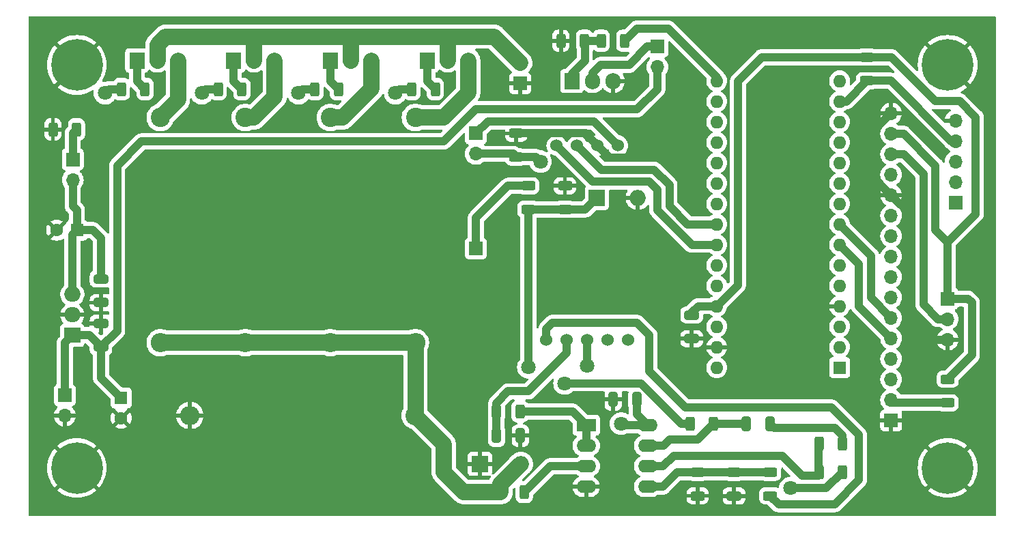
<source format=gbr>
%TF.GenerationSoftware,KiCad,Pcbnew,7.0.7*%
%TF.CreationDate,2023-11-30T13:52:08+01:00*%
%TF.ProjectId,CC_Load,43435f4c-6f61-4642-9e6b-696361645f70,rev?*%
%TF.SameCoordinates,Original*%
%TF.FileFunction,Copper,L1,Top*%
%TF.FilePolarity,Positive*%
%FSLAX46Y46*%
G04 Gerber Fmt 4.6, Leading zero omitted, Abs format (unit mm)*
G04 Created by KiCad (PCBNEW 7.0.7) date 2023-11-30 13:52:08*
%MOMM*%
%LPD*%
G01*
G04 APERTURE LIST*
G04 Aperture macros list*
%AMRoundRect*
0 Rectangle with rounded corners*
0 $1 Rounding radius*
0 $2 $3 $4 $5 $6 $7 $8 $9 X,Y pos of 4 corners*
0 Add a 4 corners polygon primitive as box body*
4,1,4,$2,$3,$4,$5,$6,$7,$8,$9,$2,$3,0*
0 Add four circle primitives for the rounded corners*
1,1,$1+$1,$2,$3*
1,1,$1+$1,$4,$5*
1,1,$1+$1,$6,$7*
1,1,$1+$1,$8,$9*
0 Add four rect primitives between the rounded corners*
20,1,$1+$1,$2,$3,$4,$5,0*
20,1,$1+$1,$4,$5,$6,$7,0*
20,1,$1+$1,$6,$7,$8,$9,0*
20,1,$1+$1,$8,$9,$2,$3,0*%
G04 Aperture macros list end*
%TA.AperFunction,SMDPad,CuDef*%
%ADD10RoundRect,0.250000X0.325000X0.650000X-0.325000X0.650000X-0.325000X-0.650000X0.325000X-0.650000X0*%
%TD*%
%TA.AperFunction,ComponentPad*%
%ADD11O,1.700000X1.700000*%
%TD*%
%TA.AperFunction,ComponentPad*%
%ADD12R,1.700000X1.700000*%
%TD*%
%TA.AperFunction,ComponentPad*%
%ADD13R,2.400000X1.600000*%
%TD*%
%TA.AperFunction,ComponentPad*%
%ADD14O,2.400000X1.600000*%
%TD*%
%TA.AperFunction,ComponentPad*%
%ADD15R,2.000000X1.905000*%
%TD*%
%TA.AperFunction,ComponentPad*%
%ADD16O,2.000000X1.905000*%
%TD*%
%TA.AperFunction,SMDPad,CuDef*%
%ADD17RoundRect,0.250000X-0.312500X-0.625000X0.312500X-0.625000X0.312500X0.625000X-0.312500X0.625000X0*%
%TD*%
%TA.AperFunction,SMDPad,CuDef*%
%ADD18RoundRect,0.250000X0.625000X-0.312500X0.625000X0.312500X-0.625000X0.312500X-0.625000X-0.312500X0*%
%TD*%
%TA.AperFunction,SMDPad,CuDef*%
%ADD19RoundRect,0.250000X0.312500X0.625000X-0.312500X0.625000X-0.312500X-0.625000X0.312500X-0.625000X0*%
%TD*%
%TA.AperFunction,ComponentPad*%
%ADD20C,2.400000*%
%TD*%
%TA.AperFunction,ComponentPad*%
%ADD21O,2.400000X2.400000*%
%TD*%
%TA.AperFunction,SMDPad,CuDef*%
%ADD22RoundRect,0.250000X-0.625000X0.312500X-0.625000X-0.312500X0.625000X-0.312500X0.625000X0.312500X0*%
%TD*%
%TA.AperFunction,ComponentPad*%
%ADD23O,1.905000X2.000000*%
%TD*%
%TA.AperFunction,ComponentPad*%
%ADD24R,1.905000X2.000000*%
%TD*%
%TA.AperFunction,ComponentPad*%
%ADD25C,6.400000*%
%TD*%
%TA.AperFunction,ComponentPad*%
%ADD26R,2.000000X2.000000*%
%TD*%
%TA.AperFunction,ComponentPad*%
%ADD27O,2.000000X2.000000*%
%TD*%
%TA.AperFunction,SMDPad,CuDef*%
%ADD28RoundRect,0.250000X-0.325000X-0.650000X0.325000X-0.650000X0.325000X0.650000X-0.325000X0.650000X0*%
%TD*%
%TA.AperFunction,SMDPad,CuDef*%
%ADD29RoundRect,0.250000X-0.650000X0.325000X-0.650000X-0.325000X0.650000X-0.325000X0.650000X0.325000X0*%
%TD*%
%TA.AperFunction,SMDPad,CuDef*%
%ADD30RoundRect,0.250000X0.650000X-0.325000X0.650000X0.325000X-0.650000X0.325000X-0.650000X-0.325000X0*%
%TD*%
%TA.AperFunction,ComponentPad*%
%ADD31R,1.600000X1.600000*%
%TD*%
%TA.AperFunction,ComponentPad*%
%ADD32C,1.600000*%
%TD*%
%TA.AperFunction,ComponentPad*%
%ADD33C,1.524000*%
%TD*%
%TA.AperFunction,ComponentPad*%
%ADD34O,1.600000X1.600000*%
%TD*%
%TA.AperFunction,ViaPad*%
%ADD35C,1.800000*%
%TD*%
%TA.AperFunction,Conductor*%
%ADD36C,1.000000*%
%TD*%
%TA.AperFunction,Conductor*%
%ADD37C,2.000000*%
%TD*%
G04 APERTURE END LIST*
D10*
%TO.P,C9,1*%
%TO.N,+5V*%
X125475000Y-77500000D03*
%TO.P,C9,2*%
%TO.N,GND*%
X122525000Y-77500000D03*
%TD*%
D11*
%TO.P,RV1,3,3*%
%TO.N,GND*%
X164000000Y-70080000D03*
%TO.P,RV1,2,2*%
%TO.N,Net-(J5-Pin_14)*%
X164000000Y-67540000D03*
D12*
%TO.P,RV1,1,1*%
%TO.N,+5V*%
X164000000Y-65000000D03*
%TD*%
D13*
%TO.P,U2,1*%
%TO.N,Net-(U2A--)*%
X119175000Y-80700000D03*
D14*
%TO.P,U2,2,-*%
X119175000Y-83240000D03*
%TO.P,U2,3,+*%
%TO.N,Net-(U2A-+)*%
X119175000Y-85780000D03*
%TO.P,U2,4,V-*%
%TO.N,GND*%
X119175000Y-88320000D03*
%TO.P,U2,5,+*%
%TO.N,Net-(U2B-+)*%
X126795000Y-88320000D03*
%TO.P,U2,6,-*%
%TO.N,Net-(U2B--)*%
X126795000Y-85780000D03*
%TO.P,U2,7*%
%TO.N,Net-(C6-Pad1)*%
X126795000Y-83240000D03*
%TO.P,U2,8,V+*%
%TO.N,+5V*%
X126795000Y-80700000D03*
%TD*%
D15*
%TO.P,U1,1,VI*%
%TO.N,+12V*%
X55445000Y-69540000D03*
D16*
%TO.P,U1,2,GND*%
%TO.N,GND*%
X55445000Y-67000000D03*
%TO.P,U1,3,VO*%
%TO.N,+5V*%
X55445000Y-64460000D03*
%TD*%
D12*
%TO.P,TH1,1*%
%TO.N,+5V*%
X105500000Y-44500000D03*
D11*
%TO.P,TH1,2*%
%TO.N,temp_sense*%
X105500000Y-47040000D03*
%TD*%
D17*
%TO.P,R24,1*%
%TO.N,GND*%
X116037500Y-33000000D03*
%TO.P,R24,2*%
%TO.N,Net-(Q5-G)*%
X118962500Y-33000000D03*
%TD*%
D18*
%TO.P,R23,2*%
%TO.N,+5V*%
X154000000Y-35037500D03*
%TO.P,R23,1*%
%TO.N,Net-(A1-MOSI)*%
X154000000Y-37962500D03*
%TD*%
D19*
%TO.P,R22,1*%
%TO.N,fan_control*%
X123962500Y-33000000D03*
%TO.P,R22,2*%
%TO.N,Net-(Q5-G)*%
X121037500Y-33000000D03*
%TD*%
D20*
%TO.P,R21,1*%
%TO.N,Net-(D2-A)*%
X97970000Y-79500000D03*
D21*
%TO.P,R21,2*%
%TO.N,GND*%
X70030000Y-79500000D03*
%TD*%
D17*
%TO.P,R20,1*%
%TO.N,curr_sense*%
X108037500Y-79000000D03*
%TO.P,R20,2*%
%TO.N,Net-(U2A--)*%
X110962500Y-79000000D03*
%TD*%
D19*
%TO.P,R19,2*%
%TO.N,Net-(D2-A)*%
X108575000Y-89000000D03*
%TO.P,R19,1*%
%TO.N,Net-(U2A-+)*%
X111500000Y-89000000D03*
%TD*%
%TO.P,R18,1*%
%TO.N,Net-(D2-A)*%
X150962500Y-86500000D03*
%TO.P,R18,2*%
%TO.N,Net-(U2B--)*%
X148037500Y-86500000D03*
%TD*%
D17*
%TO.P,R17,2*%
%TO.N,Net-(C6-Pad2)*%
X150962500Y-83000000D03*
%TO.P,R17,1*%
%TO.N,Net-(U2B--)*%
X148037500Y-83000000D03*
%TD*%
D18*
%TO.P,R16,2*%
%TO.N,Net-(U2B-+)*%
X133000000Y-86537500D03*
%TO.P,R16,1*%
%TO.N,GND*%
X133000000Y-89462500D03*
%TD*%
D20*
%TO.P,R15,1*%
%TO.N,Net-(Q4-S)*%
X98000000Y-42530000D03*
D21*
%TO.P,R15,2*%
%TO.N,Net-(D2-A)*%
X98000000Y-70470000D03*
%TD*%
D20*
%TO.P,R14,1*%
%TO.N,Net-(Q3-S)*%
X87450000Y-42530000D03*
D21*
%TO.P,R14,2*%
%TO.N,Net-(D2-A)*%
X87450000Y-70470000D03*
%TD*%
D20*
%TO.P,R13,1*%
%TO.N,Net-(Q2-S)*%
X76900000Y-42530000D03*
D21*
%TO.P,R13,2*%
%TO.N,Net-(D2-A)*%
X76900000Y-70470000D03*
%TD*%
%TO.P,R12,2*%
%TO.N,Net-(D2-A)*%
X66350000Y-70470000D03*
D20*
%TO.P,R12,1*%
%TO.N,Net-(Q1-S)*%
X66350000Y-42530000D03*
%TD*%
D19*
%TO.P,R11,1*%
%TO.N,Net-(Q4-G)*%
X100462500Y-39000000D03*
%TO.P,R11,2*%
%TO.N,Net-(R10-Pad2)*%
X97537500Y-39000000D03*
%TD*%
%TO.P,R10,1*%
%TO.N,Net-(Q3-G)*%
X88462500Y-39000000D03*
%TO.P,R10,2*%
%TO.N,Net-(R10-Pad2)*%
X85537500Y-39000000D03*
%TD*%
%TO.P,R9,1*%
%TO.N,Net-(Q2-G)*%
X76462500Y-39000000D03*
%TO.P,R9,2*%
%TO.N,Net-(R10-Pad2)*%
X73537500Y-39000000D03*
%TD*%
%TO.P,R8,2*%
%TO.N,Net-(R10-Pad2)*%
X61537500Y-39000000D03*
%TO.P,R8,1*%
%TO.N,Net-(Q1-G)*%
X64462500Y-39000000D03*
%TD*%
%TO.P,R7,2*%
%TO.N,Net-(R10-Pad2)*%
X132037500Y-80500000D03*
%TO.P,R7,1*%
%TO.N,Net-(C6-Pad1)*%
X134962500Y-80500000D03*
%TD*%
D22*
%TO.P,R6,1*%
%TO.N,+5V*%
X164000000Y-75000000D03*
%TO.P,R6,2*%
%TO.N,Net-(J5-Pin_2)*%
X164000000Y-77925000D03*
%TD*%
D18*
%TO.P,R5,2*%
%TO.N,Net-(U2B-+)*%
X142000000Y-86537500D03*
%TO.P,R5,1*%
%TO.N,curr_set*%
X142000000Y-89462500D03*
%TD*%
%TO.P,R4,1*%
%TO.N,temp_sense*%
X110500000Y-47425000D03*
%TO.P,R4,2*%
%TO.N,GND*%
X110500000Y-44500000D03*
%TD*%
D17*
%TO.P,R3,2*%
%TO.N,Net-(J3-Pin_1)*%
X55962500Y-44000000D03*
%TO.P,R3,1*%
%TO.N,GND*%
X53037500Y-44000000D03*
%TD*%
D22*
%TO.P,R2,1*%
%TO.N,GND*%
X116540000Y-51000000D03*
%TO.P,R2,2*%
%TO.N,volt_sense*%
X116540000Y-53925000D03*
%TD*%
D18*
%TO.P,R1,1*%
%TO.N,volt_sense*%
X112000000Y-53925000D03*
%TO.P,R1,2*%
%TO.N,Net-(J1-Pin_1)*%
X112000000Y-51000000D03*
%TD*%
D23*
%TO.P,Q5,3,S*%
%TO.N,GND*%
X122500000Y-38000000D03*
%TO.P,Q5,2,D*%
%TO.N,Net-(J7-Pin_1)*%
X119960000Y-38000000D03*
D24*
%TO.P,Q5,1,G*%
%TO.N,Net-(Q5-G)*%
X117420000Y-38000000D03*
%TD*%
D23*
%TO.P,Q4,3,S*%
%TO.N,Net-(Q4-S)*%
X104540000Y-35445000D03*
%TO.P,Q4,2,D*%
%TO.N,Net-(J4-Pin_2)*%
X102000000Y-35445000D03*
D24*
%TO.P,Q4,1,G*%
%TO.N,Net-(Q4-G)*%
X99460000Y-35445000D03*
%TD*%
D23*
%TO.P,Q3,3,S*%
%TO.N,Net-(Q3-S)*%
X92540000Y-35445000D03*
%TO.P,Q3,2,D*%
%TO.N,Net-(J4-Pin_2)*%
X90000000Y-35445000D03*
D24*
%TO.P,Q3,1,G*%
%TO.N,Net-(Q3-G)*%
X87460000Y-35445000D03*
%TD*%
D23*
%TO.P,Q2,3,S*%
%TO.N,Net-(Q2-S)*%
X80540000Y-35445000D03*
%TO.P,Q2,2,D*%
%TO.N,Net-(J4-Pin_2)*%
X78000000Y-35445000D03*
D24*
%TO.P,Q2,1,G*%
%TO.N,Net-(Q2-G)*%
X75460000Y-35445000D03*
%TD*%
D23*
%TO.P,Q1,3,S*%
%TO.N,Net-(Q1-S)*%
X68540000Y-35445000D03*
%TO.P,Q1,2,D*%
%TO.N,Net-(J4-Pin_2)*%
X66000000Y-35445000D03*
D24*
%TO.P,Q1,1,G*%
%TO.N,Net-(Q1-G)*%
X63460000Y-35445000D03*
%TD*%
D12*
%TO.P,J7,1,Pin_1*%
%TO.N,Net-(J7-Pin_1)*%
X128000000Y-33725000D03*
D11*
%TO.P,J7,2,Pin_2*%
%TO.N,+12V*%
X128000000Y-36265000D03*
%TD*%
D12*
%TO.P,J6,1,Pin_1*%
%TO.N,Net-(A1-D9)*%
X165000000Y-53075000D03*
D11*
%TO.P,J6,2,Pin_2*%
%TO.N,GND*%
X165000000Y-50535000D03*
%TO.P,J6,3,Pin_3*%
%TO.N,Net-(A1-D10)*%
X165000000Y-47995000D03*
%TO.P,J6,4,Pin_4*%
%TO.N,Net-(A1-MOSI)*%
X165000000Y-45455000D03*
%TO.P,J6,5,Pin_5*%
%TO.N,GND*%
X165000000Y-42915000D03*
%TD*%
D12*
%TO.P,J5,1,Pin_1*%
%TO.N,GND*%
X157000000Y-80100000D03*
D11*
%TO.P,J5,2,Pin_2*%
%TO.N,Net-(J5-Pin_2)*%
X157000000Y-77560000D03*
%TO.P,J5,3,Pin_3*%
%TO.N,Net-(A1-D2)*%
X157000000Y-75020000D03*
%TO.P,J5,4,Pin_4*%
%TO.N,Net-(A1-D3)*%
X157000000Y-72480000D03*
%TO.P,J5,5,Pin_5*%
%TO.N,Net-(A1-D4)*%
X157000000Y-69940000D03*
%TO.P,J5,6,Pin_6*%
%TO.N,Net-(A1-D5)*%
X157000000Y-67400000D03*
%TO.P,J5,7,Pin_7*%
%TO.N,unconnected-(J5-Pin_7-Pad7)*%
X157000000Y-64860000D03*
%TO.P,J5,8,Pin_8*%
%TO.N,unconnected-(J5-Pin_8-Pad8)*%
X157000000Y-62320000D03*
%TO.P,J5,9,Pin_9*%
%TO.N,unconnected-(J5-Pin_9-Pad9)*%
X157000000Y-59780000D03*
%TO.P,J5,10,Pin_10*%
%TO.N,unconnected-(J5-Pin_10-Pad10)*%
X157000000Y-57240000D03*
%TO.P,J5,11,Pin_11*%
%TO.N,Net-(A1-D6)*%
X157000000Y-54700000D03*
%TO.P,J5,12,Pin_12*%
%TO.N,GND*%
X157000000Y-52160000D03*
%TO.P,J5,13,Pin_13*%
%TO.N,Net-(A1-D7)*%
X157000000Y-49620000D03*
%TO.P,J5,14,Pin_14*%
%TO.N,Net-(J5-Pin_14)*%
X157000000Y-47080000D03*
%TO.P,J5,15,Pin_15*%
%TO.N,+5V*%
X157000000Y-44540000D03*
%TO.P,J5,16,Pin_16*%
%TO.N,GND*%
X157000000Y-42000000D03*
%TD*%
D12*
%TO.P,J4,1,Pin_1*%
%TO.N,GND*%
X111000000Y-38275000D03*
D11*
%TO.P,J4,2,Pin_2*%
%TO.N,Net-(J4-Pin_2)*%
X111000000Y-35735000D03*
%TD*%
D12*
%TO.P,J3,1,Pin_1*%
%TO.N,Net-(J3-Pin_1)*%
X55500000Y-47725000D03*
D11*
%TO.P,J3,2,Pin_2*%
%TO.N,+5V*%
X55500000Y-50265000D03*
%TD*%
%TO.P,J2,2,Pin_2*%
%TO.N,GND*%
X54500000Y-79500000D03*
D12*
%TO.P,J2,1,Pin_1*%
%TO.N,+12V*%
X54500000Y-76960000D03*
%TD*%
%TO.P,J1,1,Pin_1*%
%TO.N,Net-(J1-Pin_1)*%
X105500000Y-58770000D03*
%TD*%
D25*
%TO.P,H4,1,1*%
%TO.N,GND*%
X164000000Y-86000000D03*
%TD*%
%TO.P,H3,1,1*%
%TO.N,GND*%
X56000000Y-86000000D03*
%TD*%
%TO.P,H2,1,1*%
%TO.N,GND*%
X164000000Y-36000000D03*
%TD*%
%TO.P,H1,1,1*%
%TO.N,GND*%
X56000000Y-36000000D03*
%TD*%
D26*
%TO.P,D2,1,K*%
%TO.N,GND*%
X105997500Y-85500000D03*
D27*
%TO.P,D2,2,A*%
%TO.N,Net-(D2-A)*%
X111077500Y-85500000D03*
%TD*%
D26*
%TO.P,D1,1,K*%
%TO.N,volt_sense*%
X120500000Y-52500000D03*
D27*
%TO.P,D1,2,A*%
%TO.N,GND*%
X125580000Y-52500000D03*
%TD*%
D28*
%TO.P,C8,1*%
%TO.N,curr_sense*%
X108062500Y-82000000D03*
%TO.P,C8,2*%
%TO.N,GND*%
X111012500Y-82000000D03*
%TD*%
D29*
%TO.P,C7,1*%
%TO.N,Net-(U2B-+)*%
X137500000Y-86525000D03*
%TO.P,C7,2*%
%TO.N,GND*%
X137500000Y-89475000D03*
%TD*%
D28*
%TO.P,C6,1*%
%TO.N,Net-(C6-Pad1)*%
X139025000Y-80500000D03*
%TO.P,C6,2*%
%TO.N,Net-(C6-Pad2)*%
X141975000Y-80500000D03*
%TD*%
D29*
%TO.P,C5,2*%
%TO.N,GND*%
X132250000Y-69975000D03*
%TO.P,C5,1*%
%TO.N,+5V*%
X132250000Y-67025000D03*
%TD*%
%TO.P,C4,1*%
%TO.N,+5V*%
X59000000Y-62550000D03*
%TO.P,C4,2*%
%TO.N,GND*%
X59000000Y-65500000D03*
%TD*%
D30*
%TO.P,C3,1*%
%TO.N,+12V*%
X59000000Y-71000000D03*
%TO.P,C3,2*%
%TO.N,GND*%
X59000000Y-68050000D03*
%TD*%
D31*
%TO.P,C2,1*%
%TO.N,+5V*%
X56000000Y-56500000D03*
D32*
%TO.P,C2,2*%
%TO.N,GND*%
X53500000Y-56500000D03*
%TD*%
D31*
%TO.P,C1,1*%
%TO.N,+12V*%
X61500000Y-77317621D03*
D32*
%TO.P,C1,2*%
%TO.N,GND*%
X61500000Y-79817621D03*
%TD*%
D33*
%TO.P,A2,1,AOUT*%
%TO.N,curr_set*%
X114230000Y-70130000D03*
%TO.P,A2,2,AIN0*%
%TO.N,curr_sense*%
X116770000Y-70130000D03*
%TO.P,A2,3,AIN1*%
%TO.N,volt_sense*%
X119310000Y-70130000D03*
%TO.P,A2,4,AIN2*%
%TO.N,temp_sense*%
X121850000Y-70130000D03*
%TO.P,A2,5,AIN3*%
%TO.N,unconnected-(A2-AIN3-Pad5)*%
X124390000Y-70130000D03*
%TO.P,A2,6,SCL*%
%TO.N,Net-(A1-SCL{slash}A5)*%
X115500000Y-46000000D03*
%TO.P,A2,7,SDA*%
%TO.N,Net-(A1-SDA{slash}A4)*%
X118040000Y-46000000D03*
%TO.P,A2,8,GND*%
%TO.N,GND*%
X120580000Y-46000000D03*
%TO.P,A2,9,VCC*%
%TO.N,+5V*%
X123120000Y-46000000D03*
%TD*%
D31*
%TO.P,A1,1,TX1*%
%TO.N,unconnected-(A1-TX1-Pad1)*%
X150610000Y-73550000D03*
D34*
%TO.P,A1,2,RX1*%
%TO.N,unconnected-(A1-RX1-Pad2)*%
X150610000Y-71010000D03*
%TO.P,A1,3,~{RESET}*%
%TO.N,unconnected-(A1-~{RESET}-Pad3)*%
X150610000Y-68470000D03*
%TO.P,A1,4,GND*%
%TO.N,GND*%
X150610000Y-65930000D03*
%TO.P,A1,5,D2*%
%TO.N,Net-(A1-D2)*%
X150610000Y-63390000D03*
%TO.P,A1,6,D3*%
%TO.N,Net-(A1-D3)*%
X150610000Y-60850000D03*
%TO.P,A1,7,D4*%
%TO.N,Net-(A1-D4)*%
X150610000Y-58310000D03*
%TO.P,A1,8,D5*%
%TO.N,Net-(A1-D5)*%
X150610000Y-55770000D03*
%TO.P,A1,9,D6*%
%TO.N,Net-(A1-D6)*%
X150610000Y-53230000D03*
%TO.P,A1,10,D7*%
%TO.N,Net-(A1-D7)*%
X150610000Y-50690000D03*
%TO.P,A1,11,D8*%
%TO.N,unconnected-(A1-D8-Pad11)*%
X150610000Y-48150000D03*
%TO.P,A1,12,D9*%
%TO.N,Net-(A1-D9)*%
X150610000Y-45610000D03*
%TO.P,A1,13,D10*%
%TO.N,Net-(A1-D10)*%
X150610000Y-43070000D03*
%TO.P,A1,14,MOSI*%
%TO.N,Net-(A1-MOSI)*%
X150610000Y-40530000D03*
%TO.P,A1,15,MISO*%
%TO.N,unconnected-(A1-MISO-Pad15)*%
X150610000Y-37990000D03*
%TO.P,A1,16,SCK*%
%TO.N,fan_control*%
X135370000Y-37990000D03*
%TO.P,A1,17,3V3*%
%TO.N,unconnected-(A1-3V3-Pad17)*%
X135370000Y-40530000D03*
%TO.P,A1,18,AREF*%
%TO.N,unconnected-(A1-AREF-Pad18)*%
X135370000Y-43070000D03*
%TO.P,A1,19,A0*%
%TO.N,unconnected-(A1-A0-Pad19)*%
X135370000Y-45610000D03*
%TO.P,A1,20,A1*%
%TO.N,unconnected-(A1-A1-Pad20)*%
X135370000Y-48150000D03*
%TO.P,A1,21,A2*%
%TO.N,unconnected-(A1-A2-Pad21)*%
X135370000Y-50690000D03*
%TO.P,A1,22,A3*%
%TO.N,unconnected-(A1-A3-Pad22)*%
X135370000Y-53230000D03*
%TO.P,A1,23,SDA/A4*%
%TO.N,Net-(A1-SDA{slash}A4)*%
X135370000Y-55770000D03*
%TO.P,A1,24,SCL/A5*%
%TO.N,Net-(A1-SCL{slash}A5)*%
X135370000Y-58310000D03*
%TO.P,A1,25,A6*%
%TO.N,unconnected-(A1-A6-Pad25)*%
X135370000Y-60850000D03*
%TO.P,A1,26,A7*%
%TO.N,unconnected-(A1-A7-Pad26)*%
X135370000Y-63390000D03*
%TO.P,A1,27,+5V*%
%TO.N,+5V*%
X135370000Y-65930000D03*
%TO.P,A1,28,~{RESET}*%
%TO.N,unconnected-(A1-~{RESET}-Pad28)*%
X135370000Y-68470000D03*
%TO.P,A1,29,GND*%
%TO.N,GND*%
X135370000Y-71010000D03*
%TO.P,A1,30,VIN*%
%TO.N,unconnected-(A1-VIN-Pad30)*%
X135370000Y-73550000D03*
%TD*%
D35*
%TO.N,GND*%
X130000000Y-48500000D03*
%TO.N,+5V*%
X123500000Y-80500000D03*
%TO.N,temp_sense*%
X113500000Y-48000000D03*
%TO.N,Net-(D2-A)*%
X144500000Y-88500000D03*
%TO.N,Net-(R10-Pad2)*%
X95500000Y-39500000D03*
X83500000Y-39500000D03*
X71500000Y-39500000D03*
X59500000Y-39500000D03*
X116500000Y-75500000D03*
%TO.N,volt_sense*%
X119310000Y-73310000D03*
X112000000Y-73500000D03*
%TD*%
D36*
%TO.N,GND*%
X162580000Y-70080000D02*
X164000000Y-70080000D01*
X159500000Y-67000000D02*
X162580000Y-70080000D01*
X159500000Y-54660000D02*
X159500000Y-67000000D01*
X157000000Y-52160000D02*
X159500000Y-54660000D01*
%TO.N,Net-(J5-Pin_14)*%
X158580000Y-47080000D02*
X157000000Y-47080000D01*
X161000000Y-49500000D02*
X158580000Y-47080000D01*
X161000000Y-65742081D02*
X161000000Y-49500000D01*
X162797919Y-67540000D02*
X161000000Y-65742081D01*
X164000000Y-67540000D02*
X162797919Y-67540000D01*
%TO.N,+5V*%
X162500000Y-56500000D02*
X164000000Y-58000000D01*
X162500000Y-48500000D02*
X162500000Y-56500000D01*
X158540000Y-44540000D02*
X162500000Y-48500000D01*
X157000000Y-44540000D02*
X158540000Y-44540000D01*
%TO.N,GND*%
X154500000Y-44500000D02*
X154500000Y-49660000D01*
X157000000Y-42000000D02*
X154500000Y-44500000D01*
X154500000Y-49660000D02*
X157000000Y-52160000D01*
X129000000Y-47500000D02*
X130000000Y-48500000D01*
X122080000Y-47500000D02*
X129000000Y-47500000D01*
X120580000Y-46000000D02*
X122080000Y-47500000D01*
X119080000Y-44500000D02*
X120580000Y-46000000D01*
X110500000Y-44500000D02*
X119080000Y-44500000D01*
%TO.N,+12V*%
X61000000Y-69000000D02*
X59000000Y-71000000D01*
X61000000Y-48500000D02*
X61000000Y-69000000D01*
X64000000Y-45500000D02*
X61000000Y-48500000D01*
X105500000Y-41500000D02*
X101500000Y-45500000D01*
X101500000Y-45500000D02*
X64000000Y-45500000D01*
X128000000Y-39000000D02*
X125500000Y-41500000D01*
X125500000Y-41500000D02*
X105500000Y-41500000D01*
X128000000Y-36265000D02*
X128000000Y-39000000D01*
%TO.N,+5V*%
X107000000Y-43000000D02*
X120120000Y-43000000D01*
X105500000Y-44500000D02*
X107000000Y-43000000D01*
X120120000Y-43000000D02*
X123120000Y-46000000D01*
%TO.N,Net-(Q5-G)*%
X117420000Y-37080000D02*
X117420000Y-38445000D01*
X119000000Y-35500000D02*
X117420000Y-37080000D01*
X119000000Y-33037500D02*
X119000000Y-35500000D01*
X118962500Y-33000000D02*
X119000000Y-33037500D01*
X121037500Y-33000000D02*
X118962500Y-33000000D01*
%TO.N,fan_control*%
X125462500Y-31500000D02*
X129380000Y-31500000D01*
X129380000Y-31500000D02*
X135370000Y-37490000D01*
X123962500Y-33000000D02*
X125462500Y-31500000D01*
%TO.N,Net-(A1-SDA{slash}A4)*%
X127598528Y-49000000D02*
X129500000Y-50901472D01*
X129500000Y-50901472D02*
X129500000Y-53500000D01*
X118040000Y-46000000D02*
X121040000Y-49000000D01*
X121040000Y-49000000D02*
X127598528Y-49000000D01*
X129500000Y-53500000D02*
X131770000Y-55770000D01*
X131770000Y-55770000D02*
X135370000Y-55770000D01*
%TO.N,Net-(A1-SCL{slash}A5)*%
X132310000Y-58310000D02*
X135370000Y-58310000D01*
X127000000Y-50500000D02*
X128000000Y-51500000D01*
X128000000Y-51500000D02*
X128000000Y-54000000D01*
X120000000Y-50500000D02*
X127000000Y-50500000D01*
X128000000Y-54000000D02*
X132310000Y-58310000D01*
X115500000Y-46000000D02*
X120000000Y-50500000D01*
%TO.N,+5V*%
X123700000Y-80700000D02*
X123500000Y-80500000D01*
X126795000Y-80700000D02*
X123700000Y-80700000D01*
X167500000Y-54500000D02*
X164000000Y-58000000D01*
X167500000Y-42500000D02*
X167500000Y-54500000D01*
X165500000Y-40500000D02*
X167500000Y-42500000D01*
X164000000Y-58000000D02*
X164000000Y-65000000D01*
X162500000Y-40500000D02*
X165500000Y-40500000D01*
X154000000Y-35037500D02*
X157037500Y-35037500D01*
X157037500Y-35037500D02*
X162500000Y-40500000D01*
%TO.N,Net-(A1-MOSI)*%
X156962500Y-37962500D02*
X154000000Y-37962500D01*
X164455000Y-45455000D02*
X156962500Y-37962500D01*
X165000000Y-45455000D02*
X164455000Y-45455000D01*
%TO.N,+5V*%
X138000000Y-38000000D02*
X138000000Y-63300000D01*
X138000000Y-63300000D02*
X135370000Y-65930000D01*
X140962500Y-35037500D02*
X138000000Y-38000000D01*
X154000000Y-35037500D02*
X140962500Y-35037500D01*
%TO.N,temp_sense*%
X112925000Y-47425000D02*
X113500000Y-48000000D01*
X110500000Y-47425000D02*
X112925000Y-47425000D01*
X110115000Y-47040000D02*
X110500000Y-47425000D01*
X105500000Y-47040000D02*
X110115000Y-47040000D01*
%TO.N,Net-(A1-MOSI)*%
X151432500Y-40530000D02*
X154000000Y-37962500D01*
X150610000Y-40530000D02*
X151432500Y-40530000D01*
%TO.N,Net-(A1-D5)*%
X154500000Y-59660000D02*
X150610000Y-55770000D01*
X157000000Y-67400000D02*
X154500000Y-64900000D01*
X154500000Y-64900000D02*
X154500000Y-59660000D01*
%TO.N,Net-(A1-D4)*%
X153000000Y-60700000D02*
X150610000Y-58310000D01*
X153000000Y-65940000D02*
X153000000Y-60700000D01*
X157000000Y-69940000D02*
X153000000Y-65940000D01*
%TO.N,Net-(D2-A)*%
X148962500Y-88500000D02*
X144500000Y-88500000D01*
X150962500Y-86500000D02*
X148962500Y-88500000D01*
%TO.N,curr_set*%
X143037500Y-90500000D02*
X142000000Y-89462500D01*
X150000000Y-90500000D02*
X143037500Y-90500000D01*
X153000000Y-87500000D02*
X150000000Y-90500000D01*
X153000000Y-81901472D02*
X153000000Y-87500000D01*
X131500000Y-78500000D02*
X149598528Y-78500000D01*
X125500000Y-68000000D02*
X127000000Y-69500000D01*
X127000000Y-69500000D02*
X127000000Y-74000000D01*
X115000000Y-68000000D02*
X125500000Y-68000000D01*
X127000000Y-74000000D02*
X131500000Y-78500000D01*
X114230000Y-68770000D02*
X115000000Y-68000000D01*
X114230000Y-70130000D02*
X114230000Y-68770000D01*
X149598528Y-78500000D02*
X153000000Y-81901472D01*
%TO.N,Net-(R10-Pad2)*%
X72000000Y-39000000D02*
X73537500Y-39000000D01*
X71500000Y-39500000D02*
X72000000Y-39000000D01*
X60000000Y-39000000D02*
X61537500Y-39000000D01*
X59500000Y-39500000D02*
X60000000Y-39000000D01*
X96000000Y-39000000D02*
X95500000Y-39500000D01*
X97537500Y-39000000D02*
X96000000Y-39000000D01*
X84000000Y-39000000D02*
X83500000Y-39500000D01*
X85537500Y-39000000D02*
X84000000Y-39000000D01*
X126000000Y-75500000D02*
X116500000Y-75500000D01*
X131000000Y-80500000D02*
X126000000Y-75500000D01*
X132037500Y-80500000D02*
X131000000Y-80500000D01*
%TO.N,+5V*%
X133070000Y-65930000D02*
X135370000Y-65930000D01*
X132250000Y-66750000D02*
X133070000Y-65930000D01*
X132250000Y-67025000D02*
X132250000Y-66750000D01*
X167000000Y-65500000D02*
X166500000Y-65000000D01*
X167000000Y-72000000D02*
X167000000Y-65500000D01*
X164000000Y-75000000D02*
X167000000Y-72000000D01*
X166500000Y-65000000D02*
X164000000Y-65000000D01*
%TO.N,Net-(J5-Pin_2)*%
X157365000Y-77925000D02*
X157000000Y-77560000D01*
X164000000Y-77925000D02*
X157365000Y-77925000D01*
%TO.N,volt_sense*%
X119310000Y-73310000D02*
X119310000Y-70130000D01*
X112000000Y-53925000D02*
X112000000Y-73500000D01*
X119075000Y-53925000D02*
X116540000Y-53925000D01*
X120500000Y-52500000D02*
X119075000Y-53925000D01*
X112000000Y-53925000D02*
X116540000Y-53925000D01*
%TO.N,Net-(J1-Pin_1)*%
X109500000Y-51000000D02*
X112000000Y-51000000D01*
X105500000Y-55000000D02*
X109500000Y-51000000D01*
X105500000Y-58770000D02*
X105500000Y-55000000D01*
%TO.N,+5V*%
X125475000Y-79380000D02*
X126795000Y-80700000D01*
X125475000Y-77500000D02*
X125475000Y-79380000D01*
%TO.N,Net-(C6-Pad1)*%
X129500000Y-82500000D02*
X128760000Y-83240000D01*
X132962500Y-82500000D02*
X129500000Y-82500000D01*
X128760000Y-83240000D02*
X126795000Y-83240000D01*
X134962500Y-80500000D02*
X132962500Y-82500000D01*
%TO.N,Net-(C6-Pad2)*%
X150000000Y-81000000D02*
X142475000Y-81000000D01*
X142475000Y-81000000D02*
X141975000Y-80500000D01*
X150962500Y-81962500D02*
X150000000Y-81000000D01*
X150962500Y-83000000D02*
X150962500Y-81962500D01*
%TO.N,Net-(C6-Pad1)*%
X139025000Y-80500000D02*
X134962500Y-80500000D01*
%TO.N,Net-(U2B--)*%
X148000000Y-83000000D02*
X148000000Y-87000000D01*
X130000000Y-84500000D02*
X143500000Y-84500000D01*
X146000000Y-87000000D02*
X148000000Y-87000000D01*
X128720000Y-85780000D02*
X130000000Y-84500000D01*
X126795000Y-85780000D02*
X128720000Y-85780000D01*
X143500000Y-84500000D02*
X146000000Y-87000000D01*
%TO.N,Net-(U2B-+)*%
X137512500Y-86537500D02*
X137500000Y-86525000D01*
X142000000Y-86537500D02*
X137512500Y-86537500D01*
X133012500Y-86525000D02*
X133000000Y-86537500D01*
X137500000Y-86525000D02*
X133012500Y-86525000D01*
X130462500Y-86537500D02*
X133000000Y-86537500D01*
X128680000Y-88320000D02*
X130462500Y-86537500D01*
X126795000Y-88320000D02*
X128680000Y-88320000D01*
%TO.N,Net-(U2A-+)*%
X114720000Y-85780000D02*
X119175000Y-85780000D01*
X111500000Y-89000000D02*
X114720000Y-85780000D01*
%TO.N,curr_sense*%
X108037500Y-77962500D02*
X108037500Y-79000000D01*
X112000000Y-76500000D02*
X109500000Y-76500000D01*
X109500000Y-76500000D02*
X108037500Y-77962500D01*
X116770000Y-71730000D02*
X112000000Y-76500000D01*
X116770000Y-70130000D02*
X116770000Y-71730000D01*
X108037500Y-81975000D02*
X108062500Y-82000000D01*
X108037500Y-79000000D02*
X108037500Y-81975000D01*
%TO.N,Net-(U2A--)*%
X119175000Y-83240000D02*
X119175000Y-80700000D01*
X117475000Y-79000000D02*
X119175000Y-80700000D01*
X110962500Y-79000000D02*
X117475000Y-79000000D01*
D37*
%TO.N,Net-(D2-A)*%
X108575000Y-89000000D02*
X108575000Y-88002500D01*
X108575000Y-88002500D02*
X111077500Y-85500000D01*
X101500000Y-86500000D02*
X104000000Y-89000000D01*
X101500000Y-83030000D02*
X101500000Y-86500000D01*
X97970000Y-79500000D02*
X101500000Y-83030000D01*
X104000000Y-89000000D02*
X108575000Y-89000000D01*
D36*
%TO.N,Net-(J7-Pin_1)*%
X124500000Y-36000000D02*
X126775000Y-33725000D01*
X126775000Y-33725000D02*
X128000000Y-33725000D01*
X121000000Y-36000000D02*
X124500000Y-36000000D01*
X119960000Y-37040000D02*
X121000000Y-36000000D01*
X119960000Y-38445000D02*
X119960000Y-37040000D01*
D37*
%TO.N,Net-(J4-Pin_2)*%
X78000000Y-35445000D02*
X78000000Y-33000000D01*
X67000000Y-32500000D02*
X78500000Y-32500000D01*
X78500000Y-32500000D02*
X90000000Y-32500000D01*
X78000000Y-33000000D02*
X78500000Y-32500000D01*
X90000000Y-35445000D02*
X90000000Y-32500000D01*
X90000000Y-32500000D02*
X101500000Y-32500000D01*
X107765000Y-32500000D02*
X111000000Y-35735000D01*
X101500000Y-32500000D02*
X107765000Y-32500000D01*
X102000000Y-33000000D02*
X102000000Y-35445000D01*
X101500000Y-32500000D02*
X102000000Y-33000000D01*
X66000000Y-33500000D02*
X67000000Y-32500000D01*
X66000000Y-35445000D02*
X66000000Y-33500000D01*
%TO.N,Net-(D2-A)*%
X98000000Y-70470000D02*
X98000000Y-79470000D01*
X98000000Y-79470000D02*
X97970000Y-79500000D01*
X87450000Y-70470000D02*
X76900000Y-70470000D01*
X98000000Y-70470000D02*
X87450000Y-70470000D01*
X66350000Y-70470000D02*
X76900000Y-70470000D01*
%TO.N,Net-(Q2-S)*%
X77970000Y-42530000D02*
X76900000Y-42530000D01*
X80540000Y-39960000D02*
X77970000Y-42530000D01*
X80540000Y-35445000D02*
X80540000Y-39960000D01*
%TO.N,Net-(Q3-S)*%
X88970000Y-42530000D02*
X87450000Y-42530000D01*
X92540000Y-38960000D02*
X88970000Y-42530000D01*
X92540000Y-35445000D02*
X92540000Y-38960000D01*
%TO.N,Net-(Q4-S)*%
X101470000Y-42530000D02*
X98000000Y-42530000D01*
X104540000Y-39460000D02*
X101470000Y-42530000D01*
X104540000Y-35445000D02*
X104540000Y-39460000D01*
%TO.N,Net-(Q1-S)*%
X68540000Y-40340000D02*
X66350000Y-42530000D01*
X68540000Y-35445000D02*
X68540000Y-40340000D01*
D36*
%TO.N,Net-(Q4-G)*%
X99460000Y-37997500D02*
X100462500Y-39000000D01*
X99460000Y-35445000D02*
X99460000Y-37997500D01*
%TO.N,Net-(Q3-G)*%
X87460000Y-37997500D02*
X88462500Y-39000000D01*
X87460000Y-35445000D02*
X87460000Y-37997500D01*
%TO.N,Net-(Q2-G)*%
X75460000Y-37997500D02*
X76462500Y-39000000D01*
X75460000Y-35445000D02*
X75460000Y-37997500D01*
%TO.N,Net-(Q1-G)*%
X63460000Y-37997500D02*
X64462500Y-39000000D01*
X63460000Y-35445000D02*
X63460000Y-37997500D01*
%TO.N,Net-(J3-Pin_1)*%
X55500000Y-44462500D02*
X55962500Y-44000000D01*
X55500000Y-47725000D02*
X55500000Y-44462500D01*
%TO.N,+5V*%
X55500000Y-53500000D02*
X56000000Y-54000000D01*
X56000000Y-54000000D02*
X56000000Y-56500000D01*
X55500000Y-50265000D02*
X55500000Y-53500000D01*
X59000000Y-57500000D02*
X58000000Y-56500000D01*
X59000000Y-62550000D02*
X59000000Y-57500000D01*
X58000000Y-56500000D02*
X56000000Y-56500000D01*
X55445000Y-57055000D02*
X56000000Y-56500000D01*
X55445000Y-64460000D02*
X55445000Y-57055000D01*
%TO.N,+12V*%
X59000000Y-74817621D02*
X61500000Y-77317621D01*
X59000000Y-71000000D02*
X59000000Y-74817621D01*
X57540000Y-69540000D02*
X59000000Y-71000000D01*
X55445000Y-69540000D02*
X57540000Y-69540000D01*
X54500000Y-70485000D02*
X55445000Y-69540000D01*
X54500000Y-76960000D02*
X54500000Y-70485000D01*
%TD*%
%TA.AperFunction,Conductor*%
%TO.N,GND*%
G36*
X57601256Y-57520185D02*
G01*
X57621898Y-57536819D01*
X57963181Y-57878102D01*
X57996666Y-57939425D01*
X57999500Y-57965783D01*
X57999500Y-61490201D01*
X57979815Y-61557240D01*
X57940598Y-61595739D01*
X57881344Y-61632287D01*
X57757289Y-61756342D01*
X57665187Y-61905663D01*
X57665185Y-61905666D01*
X57665186Y-61905666D01*
X57610001Y-62072203D01*
X57610001Y-62072204D01*
X57610000Y-62072204D01*
X57599500Y-62174983D01*
X57599500Y-62925001D01*
X57599501Y-62925019D01*
X57610000Y-63027796D01*
X57610001Y-63027799D01*
X57665185Y-63194331D01*
X57665187Y-63194336D01*
X57688790Y-63232602D01*
X57757288Y-63343656D01*
X57881344Y-63467712D01*
X58030666Y-63559814D01*
X58197203Y-63614999D01*
X58299991Y-63625500D01*
X59700008Y-63625499D01*
X59802797Y-63614999D01*
X59836493Y-63603832D01*
X59906321Y-63601430D01*
X59966364Y-63637160D01*
X59997557Y-63699680D01*
X59999499Y-63721538D01*
X59999499Y-64328988D01*
X59979814Y-64396027D01*
X59927010Y-64441782D01*
X59857852Y-64451726D01*
X59836496Y-64446694D01*
X59802700Y-64435495D01*
X59802690Y-64435493D01*
X59699986Y-64425000D01*
X59250000Y-64425000D01*
X59250000Y-66574999D01*
X59699972Y-66574999D01*
X59699986Y-66574998D01*
X59802695Y-66564506D01*
X59836494Y-66553306D01*
X59906322Y-66550904D01*
X59966365Y-66586635D01*
X59997558Y-66649155D01*
X59999499Y-66671012D01*
X59999499Y-66878988D01*
X59979814Y-66946027D01*
X59927010Y-66991782D01*
X59857852Y-67001726D01*
X59836496Y-66996694D01*
X59802700Y-66985495D01*
X59802690Y-66985493D01*
X59699986Y-66975000D01*
X59250000Y-66975000D01*
X59250000Y-69124999D01*
X59267358Y-69142357D01*
X59300843Y-69203680D01*
X59295859Y-69273372D01*
X59267358Y-69317719D01*
X59087679Y-69497397D01*
X59026356Y-69530882D01*
X58956664Y-69525898D01*
X58912317Y-69497397D01*
X58732640Y-69317720D01*
X58699155Y-69256397D01*
X58704139Y-69186705D01*
X58732641Y-69142357D01*
X58749999Y-69124998D01*
X58750000Y-68300000D01*
X57600001Y-68300000D01*
X57600001Y-68414567D01*
X57580316Y-68481606D01*
X57527512Y-68527361D01*
X57491681Y-68537572D01*
X57489747Y-68537818D01*
X57480446Y-68539002D01*
X57472614Y-68539500D01*
X57047372Y-68539500D01*
X56980333Y-68519815D01*
X56934578Y-68467011D01*
X56931190Y-68458833D01*
X56888797Y-68345171D01*
X56888793Y-68345164D01*
X56802547Y-68229955D01*
X56802544Y-68229952D01*
X56687335Y-68143706D01*
X56687326Y-68143701D01*
X56656196Y-68132091D01*
X56600262Y-68090221D01*
X56575844Y-68024757D01*
X56590695Y-67956484D01*
X56601675Y-67939746D01*
X56710444Y-67800000D01*
X57600000Y-67800000D01*
X58750000Y-67800000D01*
X58750000Y-66975000D01*
X58300028Y-66975000D01*
X58300012Y-66975001D01*
X58197302Y-66985494D01*
X58030880Y-67040641D01*
X58030875Y-67040643D01*
X57881654Y-67132684D01*
X57757684Y-67256654D01*
X57665643Y-67405875D01*
X57665641Y-67405880D01*
X57610494Y-67572302D01*
X57610493Y-67572309D01*
X57600000Y-67675013D01*
X57600000Y-67800000D01*
X56710444Y-67800000D01*
X56712653Y-67797162D01*
X56712655Y-67797159D01*
X56827215Y-67585468D01*
X56827221Y-67585454D01*
X56905380Y-67357791D01*
X56923367Y-67250000D01*
X56111956Y-67250000D01*
X56044917Y-67230315D01*
X55999162Y-67177511D01*
X55988245Y-67117537D01*
X55989683Y-67096514D01*
X55998877Y-66962114D01*
X55985809Y-66899227D01*
X55991443Y-66829586D01*
X56033834Y-66774045D01*
X56099523Y-66750239D01*
X56107216Y-66750000D01*
X56923366Y-66750000D01*
X56923366Y-66749999D01*
X56905380Y-66642208D01*
X56827221Y-66414545D01*
X56827215Y-66414531D01*
X56712655Y-66202840D01*
X56712649Y-66202831D01*
X56564806Y-66012883D01*
X56564797Y-66012873D01*
X56387710Y-65849851D01*
X56387704Y-65849847D01*
X56363611Y-65834106D01*
X56318255Y-65780959D01*
X56314041Y-65750000D01*
X57600001Y-65750000D01*
X57600001Y-65874986D01*
X57610494Y-65977697D01*
X57665641Y-66144119D01*
X57665643Y-66144124D01*
X57757684Y-66293345D01*
X57881654Y-66417315D01*
X58030875Y-66509356D01*
X58030880Y-66509358D01*
X58197302Y-66564505D01*
X58197309Y-66564506D01*
X58300019Y-66574999D01*
X58749999Y-66574999D01*
X58750000Y-66574998D01*
X58750000Y-65750000D01*
X57600001Y-65750000D01*
X56314041Y-65750000D01*
X56308832Y-65711728D01*
X56338335Y-65648392D01*
X56363608Y-65626493D01*
X56388010Y-65610551D01*
X56565171Y-65447463D01*
X56713072Y-65257439D01*
X56717098Y-65250000D01*
X57600000Y-65250000D01*
X58750000Y-65250000D01*
X58750000Y-64425000D01*
X58300028Y-64425000D01*
X58300012Y-64425001D01*
X58197302Y-64435494D01*
X58030880Y-64490641D01*
X58030875Y-64490643D01*
X57881654Y-64582684D01*
X57757684Y-64706654D01*
X57665643Y-64855875D01*
X57665641Y-64855880D01*
X57610494Y-65022302D01*
X57610493Y-65022309D01*
X57600000Y-65125013D01*
X57600000Y-65250000D01*
X56717098Y-65250000D01*
X56827679Y-65045664D01*
X56905866Y-64817913D01*
X56945500Y-64580399D01*
X56945500Y-64339601D01*
X56905866Y-64102087D01*
X56903633Y-64095583D01*
X56855392Y-63955061D01*
X56827679Y-63874336D01*
X56713072Y-63662561D01*
X56565171Y-63472537D01*
X56485515Y-63399208D01*
X56449526Y-63339323D01*
X56445500Y-63307987D01*
X56445500Y-57924499D01*
X56465185Y-57857460D01*
X56517989Y-57811705D01*
X56569500Y-57800499D01*
X56847871Y-57800499D01*
X56847872Y-57800499D01*
X56907483Y-57794091D01*
X57042331Y-57743796D01*
X57157546Y-57657546D01*
X57237914Y-57550188D01*
X57293847Y-57508318D01*
X57337180Y-57500500D01*
X57534217Y-57500500D01*
X57601256Y-57520185D01*
G37*
%TD.AperFunction*%
%TA.AperFunction,Conductor*%
G36*
X156563756Y-38982685D02*
G01*
X156584398Y-38999319D01*
X163738547Y-46153467D01*
X163799941Y-46218053D01*
X163799944Y-46218055D01*
X163799947Y-46218058D01*
X163830129Y-46239064D01*
X163850303Y-46253106D01*
X163854044Y-46255926D01*
X163901593Y-46294698D01*
X163932042Y-46310603D01*
X163938752Y-46314668D01*
X163955601Y-46326395D01*
X163965958Y-46333604D01*
X163982801Y-46347697D01*
X164128597Y-46493493D01*
X164128603Y-46493498D01*
X164314158Y-46623425D01*
X164357783Y-46678002D01*
X164364977Y-46747500D01*
X164333454Y-46809855D01*
X164314158Y-46826575D01*
X164128597Y-46956505D01*
X163961505Y-47123597D01*
X163825965Y-47317169D01*
X163825964Y-47317171D01*
X163726098Y-47531335D01*
X163726094Y-47531344D01*
X163664938Y-47759586D01*
X163664936Y-47759596D01*
X163644341Y-47994999D01*
X163644341Y-47995005D01*
X163646026Y-48014269D01*
X163632258Y-48082769D01*
X163583642Y-48132951D01*
X163515613Y-48148883D01*
X163449770Y-48125506D01*
X163414078Y-48085249D01*
X163407490Y-48073380D01*
X163404120Y-48066283D01*
X163391379Y-48034384D01*
X163391377Y-48034381D01*
X163383471Y-48022386D01*
X163357605Y-47983139D01*
X163355183Y-47979142D01*
X163325409Y-47925498D01*
X163303034Y-47899434D01*
X163298306Y-47893163D01*
X163279404Y-47864484D01*
X163279399Y-47864478D01*
X163257715Y-47842795D01*
X163236019Y-47821099D01*
X163232828Y-47817655D01*
X163192865Y-47771104D01*
X163165694Y-47750072D01*
X163159807Y-47744887D01*
X159256452Y-43841532D01*
X159195059Y-43776947D01*
X159150664Y-43746047D01*
X159144709Y-43741902D01*
X159140946Y-43739064D01*
X159093413Y-43700305D01*
X159093406Y-43700300D01*
X159062959Y-43684397D01*
X159056251Y-43680334D01*
X159028049Y-43660705D01*
X159028046Y-43660703D01*
X159028045Y-43660703D01*
X159028041Y-43660701D01*
X158971680Y-43636514D01*
X158967424Y-43634493D01*
X158913057Y-43606094D01*
X158913050Y-43606091D01*
X158913049Y-43606091D01*
X158907008Y-43604362D01*
X158880030Y-43596642D01*
X158872630Y-43594008D01*
X158841057Y-43580459D01*
X158841058Y-43580459D01*
X158780966Y-43568109D01*
X158776391Y-43566986D01*
X158717420Y-43550113D01*
X158717425Y-43550113D01*
X158683158Y-43547503D01*
X158675380Y-43546412D01*
X158641742Y-43539500D01*
X158641741Y-43539500D01*
X158580402Y-43539500D01*
X158575695Y-43539321D01*
X158570121Y-43538896D01*
X158514524Y-43534662D01*
X158494589Y-43537201D01*
X158480440Y-43539003D01*
X158472611Y-43539500D01*
X157960758Y-43539500D01*
X157893719Y-43519815D01*
X157873077Y-43503181D01*
X157871402Y-43501506D01*
X157871401Y-43501505D01*
X157685405Y-43371269D01*
X157641781Y-43316692D01*
X157634588Y-43247193D01*
X157666110Y-43184839D01*
X157685405Y-43168119D01*
X157871082Y-43038105D01*
X158038105Y-42871082D01*
X158173600Y-42677578D01*
X158273429Y-42463492D01*
X158273432Y-42463486D01*
X158330636Y-42250000D01*
X157613347Y-42250000D01*
X157546308Y-42230315D01*
X157500553Y-42177511D01*
X157490609Y-42108353D01*
X157494369Y-42091067D01*
X157500000Y-42071888D01*
X157500000Y-41928111D01*
X157494369Y-41908933D01*
X157494370Y-41839064D01*
X157532145Y-41780286D01*
X157595701Y-41751262D01*
X157613347Y-41750000D01*
X158330636Y-41750000D01*
X158330635Y-41749999D01*
X158273432Y-41536513D01*
X158273429Y-41536507D01*
X158173600Y-41322422D01*
X158173599Y-41322420D01*
X158038113Y-41128926D01*
X158038108Y-41128920D01*
X157871082Y-40961894D01*
X157677578Y-40826399D01*
X157463492Y-40726570D01*
X157463486Y-40726567D01*
X157250000Y-40669364D01*
X157250000Y-41387698D01*
X157230315Y-41454737D01*
X157177511Y-41500492D01*
X157108355Y-41510436D01*
X157035766Y-41500000D01*
X157035763Y-41500000D01*
X156964237Y-41500000D01*
X156964233Y-41500000D01*
X156891645Y-41510436D01*
X156822487Y-41500492D01*
X156769684Y-41454736D01*
X156750000Y-41387698D01*
X156750000Y-40669364D01*
X156749999Y-40669364D01*
X156536513Y-40726567D01*
X156536507Y-40726570D01*
X156322422Y-40826399D01*
X156322420Y-40826400D01*
X156128926Y-40961886D01*
X156128920Y-40961891D01*
X155961891Y-41128920D01*
X155961886Y-41128926D01*
X155826400Y-41322420D01*
X155826399Y-41322422D01*
X155726570Y-41536507D01*
X155726567Y-41536513D01*
X155669364Y-41749999D01*
X155669364Y-41750000D01*
X156386653Y-41750000D01*
X156453692Y-41769685D01*
X156499447Y-41822489D01*
X156509391Y-41891647D01*
X156505631Y-41908933D01*
X156500000Y-41928111D01*
X156500000Y-42071888D01*
X156505631Y-42091067D01*
X156505630Y-42160936D01*
X156467855Y-42219714D01*
X156404299Y-42248738D01*
X156386653Y-42250000D01*
X155669364Y-42250000D01*
X155726567Y-42463486D01*
X155726570Y-42463492D01*
X155826399Y-42677578D01*
X155961894Y-42871082D01*
X156128917Y-43038105D01*
X156314595Y-43168119D01*
X156358219Y-43222696D01*
X156365412Y-43292195D01*
X156333890Y-43354549D01*
X156314595Y-43371269D01*
X156128594Y-43501508D01*
X155961505Y-43668597D01*
X155825965Y-43862169D01*
X155825964Y-43862171D01*
X155726098Y-44076335D01*
X155726094Y-44076344D01*
X155664938Y-44304586D01*
X155664936Y-44304596D01*
X155644341Y-44539999D01*
X155644341Y-44540000D01*
X155664936Y-44775403D01*
X155664938Y-44775413D01*
X155726094Y-45003655D01*
X155726096Y-45003659D01*
X155726097Y-45003663D01*
X155800631Y-45163502D01*
X155825965Y-45217830D01*
X155825967Y-45217834D01*
X155929952Y-45366339D01*
X155956893Y-45404815D01*
X155961501Y-45411395D01*
X155961506Y-45411402D01*
X156128597Y-45578493D01*
X156128603Y-45578498D01*
X156314158Y-45708425D01*
X156357783Y-45763002D01*
X156364977Y-45832500D01*
X156333454Y-45894855D01*
X156314158Y-45911575D01*
X156128597Y-46041505D01*
X155961505Y-46208597D01*
X155825965Y-46402169D01*
X155825964Y-46402171D01*
X155726098Y-46616335D01*
X155726094Y-46616344D01*
X155664938Y-46844586D01*
X155664936Y-46844596D01*
X155644341Y-47079999D01*
X155644341Y-47080000D01*
X155664936Y-47315403D01*
X155664938Y-47315413D01*
X155726094Y-47543655D01*
X155726096Y-47543659D01*
X155726097Y-47543663D01*
X155737724Y-47568597D01*
X155825965Y-47757830D01*
X155825967Y-47757834D01*
X155900645Y-47864484D01*
X155958138Y-47946593D01*
X155961501Y-47951395D01*
X155961506Y-47951402D01*
X156128597Y-48118493D01*
X156128603Y-48118498D01*
X156314158Y-48248425D01*
X156357783Y-48303002D01*
X156364977Y-48372500D01*
X156333454Y-48434855D01*
X156314158Y-48451575D01*
X156128597Y-48581505D01*
X155961505Y-48748597D01*
X155825965Y-48942169D01*
X155825964Y-48942171D01*
X155726098Y-49156335D01*
X155726094Y-49156344D01*
X155664938Y-49384586D01*
X155664936Y-49384596D01*
X155644341Y-49619999D01*
X155644341Y-49620000D01*
X155664936Y-49855403D01*
X155664938Y-49855413D01*
X155726094Y-50083655D01*
X155726096Y-50083659D01*
X155726097Y-50083663D01*
X155824473Y-50294631D01*
X155825965Y-50297830D01*
X155825967Y-50297834D01*
X155961501Y-50491395D01*
X155961506Y-50491402D01*
X156128597Y-50658493D01*
X156128603Y-50658498D01*
X156314594Y-50788730D01*
X156358219Y-50843307D01*
X156365413Y-50912805D01*
X156333890Y-50975160D01*
X156314595Y-50991880D01*
X156128922Y-51121890D01*
X156128920Y-51121891D01*
X155961891Y-51288920D01*
X155961886Y-51288926D01*
X155826400Y-51482420D01*
X155826399Y-51482422D01*
X155726570Y-51696507D01*
X155726567Y-51696513D01*
X155669364Y-51909999D01*
X155669364Y-51910000D01*
X156386653Y-51910000D01*
X156453692Y-51929685D01*
X156499447Y-51982489D01*
X156509391Y-52051647D01*
X156505631Y-52068933D01*
X156500000Y-52088111D01*
X156500000Y-52231888D01*
X156505631Y-52251067D01*
X156505630Y-52320936D01*
X156467855Y-52379714D01*
X156404299Y-52408738D01*
X156386653Y-52410000D01*
X155669364Y-52410000D01*
X155726567Y-52623486D01*
X155726570Y-52623492D01*
X155826399Y-52837578D01*
X155961894Y-53031082D01*
X156128917Y-53198105D01*
X156314595Y-53328119D01*
X156358219Y-53382696D01*
X156365412Y-53452195D01*
X156333890Y-53514549D01*
X156314595Y-53531269D01*
X156128594Y-53661508D01*
X155961505Y-53828597D01*
X155825965Y-54022169D01*
X155825964Y-54022171D01*
X155726098Y-54236335D01*
X155726094Y-54236344D01*
X155664938Y-54464586D01*
X155664936Y-54464596D01*
X155644341Y-54699999D01*
X155644341Y-54700000D01*
X155664936Y-54935403D01*
X155664938Y-54935413D01*
X155726094Y-55163655D01*
X155726096Y-55163659D01*
X155726097Y-55163663D01*
X155769250Y-55256204D01*
X155825965Y-55377830D01*
X155825967Y-55377834D01*
X155961501Y-55571395D01*
X155961506Y-55571402D01*
X156128597Y-55738493D01*
X156128603Y-55738498D01*
X156314158Y-55868425D01*
X156357783Y-55923002D01*
X156364977Y-55992500D01*
X156333454Y-56054855D01*
X156314158Y-56071575D01*
X156128597Y-56201505D01*
X155961505Y-56368597D01*
X155825965Y-56562169D01*
X155825964Y-56562171D01*
X155726098Y-56776335D01*
X155726094Y-56776344D01*
X155664938Y-57004586D01*
X155664936Y-57004596D01*
X155644341Y-57239999D01*
X155644341Y-57240000D01*
X155664936Y-57475403D01*
X155664938Y-57475413D01*
X155726094Y-57703655D01*
X155726096Y-57703659D01*
X155726097Y-57703663D01*
X155824375Y-57914421D01*
X155825965Y-57917830D01*
X155825967Y-57917834D01*
X155961501Y-58111395D01*
X155961506Y-58111402D01*
X156128597Y-58278493D01*
X156128603Y-58278498D01*
X156314158Y-58408425D01*
X156357783Y-58463002D01*
X156364977Y-58532500D01*
X156333454Y-58594855D01*
X156314158Y-58611575D01*
X156128597Y-58741505D01*
X155961505Y-58908597D01*
X155825965Y-59102169D01*
X155825964Y-59102171D01*
X155726098Y-59316335D01*
X155726095Y-59316341D01*
X155707312Y-59386443D01*
X155670947Y-59446103D01*
X155608100Y-59476632D01*
X155538724Y-59468337D01*
X155484846Y-59423852D01*
X155468321Y-59388461D01*
X155466857Y-59383345D01*
X155446717Y-59332925D01*
X155444095Y-59326361D01*
X155442527Y-59321955D01*
X155426082Y-59269540D01*
X155424161Y-59263416D01*
X155424160Y-59263414D01*
X155413333Y-59243909D01*
X155407491Y-59233383D01*
X155404124Y-59226295D01*
X155391378Y-59194383D01*
X155357612Y-59143150D01*
X155355183Y-59139142D01*
X155325409Y-59085498D01*
X155303034Y-59059434D01*
X155298306Y-59053163D01*
X155279404Y-59024484D01*
X155279399Y-59024478D01*
X155257715Y-59002795D01*
X155236019Y-58981099D01*
X155232828Y-58977655D01*
X155192865Y-58931104D01*
X155165694Y-58910072D01*
X155159807Y-58904887D01*
X151936887Y-55681966D01*
X151903402Y-55620644D01*
X151901040Y-55605093D01*
X151900289Y-55596514D01*
X151895635Y-55543308D01*
X151836739Y-55323504D01*
X151740568Y-55117266D01*
X151610047Y-54930861D01*
X151610045Y-54930858D01*
X151449141Y-54769954D01*
X151262734Y-54639432D01*
X151262728Y-54639429D01*
X151204725Y-54612382D01*
X151152285Y-54566210D01*
X151133133Y-54499017D01*
X151153348Y-54432135D01*
X151204725Y-54387618D01*
X151262734Y-54360568D01*
X151449139Y-54230047D01*
X151610047Y-54069139D01*
X151740568Y-53882734D01*
X151836739Y-53676496D01*
X151895635Y-53456692D01*
X151915468Y-53230000D01*
X151895635Y-53003308D01*
X151836739Y-52783504D01*
X151740568Y-52577266D01*
X151642839Y-52437693D01*
X151610045Y-52390858D01*
X151449141Y-52229954D01*
X151262734Y-52099432D01*
X151262728Y-52099429D01*
X151235038Y-52086517D01*
X151204724Y-52072381D01*
X151152285Y-52026210D01*
X151133133Y-51959017D01*
X151153348Y-51892135D01*
X151204725Y-51847618D01*
X151262734Y-51820568D01*
X151449139Y-51690047D01*
X151610047Y-51529139D01*
X151740568Y-51342734D01*
X151836739Y-51136496D01*
X151895635Y-50916692D01*
X151912634Y-50722384D01*
X151915468Y-50690001D01*
X151915468Y-50689998D01*
X151904393Y-50563409D01*
X151895635Y-50463308D01*
X151836739Y-50243504D01*
X151740568Y-50037266D01*
X151642839Y-49897693D01*
X151610045Y-49850858D01*
X151449141Y-49689954D01*
X151262734Y-49559432D01*
X151262728Y-49559429D01*
X151204725Y-49532382D01*
X151152285Y-49486210D01*
X151133133Y-49419017D01*
X151153348Y-49352135D01*
X151204725Y-49307618D01*
X151262734Y-49280568D01*
X151449139Y-49150047D01*
X151610047Y-48989139D01*
X151740568Y-48802734D01*
X151836739Y-48596496D01*
X151895635Y-48376692D01*
X151915468Y-48150000D01*
X151914818Y-48142575D01*
X151904804Y-48028109D01*
X151895635Y-47923308D01*
X151836739Y-47703504D01*
X151740568Y-47497266D01*
X151610047Y-47310861D01*
X151610045Y-47310858D01*
X151449141Y-47149954D01*
X151262734Y-47019432D01*
X151262728Y-47019429D01*
X151204725Y-46992382D01*
X151152285Y-46946210D01*
X151133133Y-46879017D01*
X151153348Y-46812135D01*
X151204725Y-46767618D01*
X151262734Y-46740568D01*
X151449139Y-46610047D01*
X151610047Y-46449139D01*
X151740568Y-46262734D01*
X151836739Y-46056496D01*
X151895635Y-45836692D01*
X151915468Y-45610000D01*
X151912711Y-45578493D01*
X151898093Y-45411402D01*
X151895635Y-45383308D01*
X151836739Y-45163504D01*
X151740568Y-44957266D01*
X151610047Y-44770861D01*
X151610045Y-44770858D01*
X151449141Y-44609954D01*
X151262734Y-44479432D01*
X151262728Y-44479429D01*
X151204725Y-44452382D01*
X151152285Y-44406210D01*
X151133133Y-44339017D01*
X151153348Y-44272135D01*
X151204725Y-44227618D01*
X151262734Y-44200568D01*
X151449139Y-44070047D01*
X151610047Y-43909139D01*
X151740568Y-43722734D01*
X151836739Y-43516496D01*
X151895635Y-43296692D01*
X151915468Y-43070000D01*
X151895635Y-42843308D01*
X151847858Y-42665000D01*
X151836741Y-42623511D01*
X151836738Y-42623502D01*
X151793137Y-42530000D01*
X151740568Y-42417266D01*
X151623448Y-42250000D01*
X151610045Y-42230858D01*
X151449141Y-42069954D01*
X151262734Y-41939432D01*
X151262732Y-41939431D01*
X151238456Y-41928111D01*
X151204724Y-41912381D01*
X151152286Y-41866209D01*
X151133134Y-41799016D01*
X151153350Y-41732135D01*
X151204726Y-41687618D01*
X151246828Y-41667985D01*
X151262734Y-41660568D01*
X151414042Y-41554620D01*
X151480247Y-41532294D01*
X151488310Y-41532236D01*
X151508858Y-41532757D01*
X151508858Y-41532756D01*
X151508863Y-41532757D01*
X151569249Y-41521933D01*
X151573912Y-41521280D01*
X151616107Y-41516988D01*
X151634938Y-41515074D01*
X151667727Y-41504786D01*
X151675340Y-41502918D01*
X151709153Y-41496858D01*
X151766121Y-41474101D01*
X151770553Y-41472524D01*
X151779834Y-41469612D01*
X151829088Y-41454159D01*
X151859127Y-41437484D01*
X151866208Y-41434122D01*
X151898117Y-41421377D01*
X151949354Y-41387608D01*
X151953351Y-41385187D01*
X152007002Y-41355409D01*
X152033068Y-41333030D01*
X152039343Y-41328300D01*
X152048262Y-41322422D01*
X152068019Y-41309402D01*
X152111417Y-41266002D01*
X152114836Y-41262834D01*
X152161395Y-41222866D01*
X152182431Y-41195688D01*
X152187601Y-41189818D01*
X154315602Y-39061817D01*
X154376925Y-39028333D01*
X154403283Y-39025499D01*
X154675002Y-39025499D01*
X154675008Y-39025499D01*
X154777797Y-39014999D01*
X154915725Y-38969293D01*
X154954729Y-38963000D01*
X156496717Y-38963000D01*
X156563756Y-38982685D01*
G37*
%TD.AperFunction*%
%TA.AperFunction,Conductor*%
G36*
X129555702Y-33091068D02*
G01*
X129562180Y-33097100D01*
X134064177Y-37599097D01*
X134097662Y-37660420D01*
X134096272Y-37718869D01*
X134084365Y-37763307D01*
X134084364Y-37763313D01*
X134064532Y-37989999D01*
X134064532Y-37990001D01*
X134084364Y-38216686D01*
X134084366Y-38216697D01*
X134143258Y-38436488D01*
X134143261Y-38436497D01*
X134239431Y-38642732D01*
X134239432Y-38642734D01*
X134369954Y-38829141D01*
X134530858Y-38990045D01*
X134530861Y-38990047D01*
X134717266Y-39120568D01*
X134775275Y-39147618D01*
X134827714Y-39193791D01*
X134846866Y-39260984D01*
X134826650Y-39327865D01*
X134775275Y-39372381D01*
X134770111Y-39374790D01*
X134717267Y-39399431D01*
X134717265Y-39399432D01*
X134530858Y-39529954D01*
X134369954Y-39690858D01*
X134239432Y-39877265D01*
X134239431Y-39877267D01*
X134143261Y-40083502D01*
X134143258Y-40083511D01*
X134084366Y-40303302D01*
X134084364Y-40303313D01*
X134064532Y-40529998D01*
X134064532Y-40530001D01*
X134084364Y-40756686D01*
X134084366Y-40756697D01*
X134143258Y-40976488D01*
X134143261Y-40976497D01*
X134239431Y-41182732D01*
X134239432Y-41182734D01*
X134369954Y-41369141D01*
X134530858Y-41530045D01*
X134530861Y-41530047D01*
X134717266Y-41660568D01*
X134735782Y-41669202D01*
X134775275Y-41687618D01*
X134827714Y-41733791D01*
X134846866Y-41800984D01*
X134826650Y-41867865D01*
X134775275Y-41912382D01*
X134717267Y-41939431D01*
X134717265Y-41939432D01*
X134530858Y-42069954D01*
X134369954Y-42230858D01*
X134239432Y-42417265D01*
X134239431Y-42417267D01*
X134143261Y-42623502D01*
X134143258Y-42623511D01*
X134084366Y-42843302D01*
X134084364Y-42843313D01*
X134064532Y-43069998D01*
X134064532Y-43070001D01*
X134084364Y-43296686D01*
X134084366Y-43296697D01*
X134143258Y-43516488D01*
X134143261Y-43516497D01*
X134239431Y-43722732D01*
X134239432Y-43722734D01*
X134369954Y-43909141D01*
X134530858Y-44070045D01*
X134530861Y-44070047D01*
X134717266Y-44200568D01*
X134775275Y-44227618D01*
X134827714Y-44273791D01*
X134846866Y-44340984D01*
X134826650Y-44407865D01*
X134775275Y-44452382D01*
X134717267Y-44479431D01*
X134717265Y-44479432D01*
X134530858Y-44609954D01*
X134369954Y-44770858D01*
X134239432Y-44957265D01*
X134239431Y-44957267D01*
X134143261Y-45163502D01*
X134143258Y-45163511D01*
X134084366Y-45383302D01*
X134084364Y-45383313D01*
X134064532Y-45609998D01*
X134064532Y-45610001D01*
X134084364Y-45836686D01*
X134084366Y-45836697D01*
X134143258Y-46056488D01*
X134143261Y-46056497D01*
X134239431Y-46262732D01*
X134239432Y-46262734D01*
X134369954Y-46449141D01*
X134530858Y-46610045D01*
X134549967Y-46623425D01*
X134717266Y-46740568D01*
X134775275Y-46767618D01*
X134827714Y-46813791D01*
X134846866Y-46880984D01*
X134826650Y-46947865D01*
X134775275Y-46992382D01*
X134717267Y-47019431D01*
X134717265Y-47019432D01*
X134530858Y-47149954D01*
X134369954Y-47310858D01*
X134239432Y-47497265D01*
X134239431Y-47497267D01*
X134143261Y-47703502D01*
X134143258Y-47703511D01*
X134084366Y-47923302D01*
X134084364Y-47923313D01*
X134064532Y-48149998D01*
X134064532Y-48150001D01*
X134084364Y-48376686D01*
X134084366Y-48376697D01*
X134143258Y-48596488D01*
X134143261Y-48596497D01*
X134239431Y-48802732D01*
X134239432Y-48802734D01*
X134369954Y-48989141D01*
X134530858Y-49150045D01*
X134557979Y-49169035D01*
X134717266Y-49280568D01*
X134775275Y-49307618D01*
X134827714Y-49353791D01*
X134846866Y-49420984D01*
X134826650Y-49487865D01*
X134775275Y-49532382D01*
X134717267Y-49559431D01*
X134717265Y-49559432D01*
X134530858Y-49689954D01*
X134369954Y-49850858D01*
X134239432Y-50037265D01*
X134239431Y-50037267D01*
X134143261Y-50243502D01*
X134143258Y-50243511D01*
X134084366Y-50463302D01*
X134084364Y-50463313D01*
X134064532Y-50689998D01*
X134064532Y-50690001D01*
X134084364Y-50916686D01*
X134084366Y-50916697D01*
X134143258Y-51136488D01*
X134143261Y-51136497D01*
X134239431Y-51342732D01*
X134239432Y-51342734D01*
X134369954Y-51529141D01*
X134530858Y-51690045D01*
X134530861Y-51690047D01*
X134717266Y-51820568D01*
X134735782Y-51829202D01*
X134775275Y-51847618D01*
X134827714Y-51893791D01*
X134846866Y-51960984D01*
X134826650Y-52027865D01*
X134775275Y-52072381D01*
X134758272Y-52080310D01*
X134717267Y-52099431D01*
X134717265Y-52099432D01*
X134530858Y-52229954D01*
X134369954Y-52390858D01*
X134239432Y-52577265D01*
X134239431Y-52577267D01*
X134143261Y-52783502D01*
X134143258Y-52783511D01*
X134084366Y-53003302D01*
X134084364Y-53003313D01*
X134064532Y-53229998D01*
X134064532Y-53230001D01*
X134084364Y-53456686D01*
X134084366Y-53456697D01*
X134143258Y-53676488D01*
X134143261Y-53676497D01*
X134239431Y-53882732D01*
X134239432Y-53882734D01*
X134369954Y-54069141D01*
X134530858Y-54230045D01*
X134530861Y-54230047D01*
X134717266Y-54360568D01*
X134775275Y-54387618D01*
X134827714Y-54433791D01*
X134846866Y-54500984D01*
X134826650Y-54567865D01*
X134775275Y-54612382D01*
X134717267Y-54639431D01*
X134717265Y-54639432D01*
X134630765Y-54700000D01*
X134572257Y-54740968D01*
X134563535Y-54747075D01*
X134497329Y-54769402D01*
X134492412Y-54769500D01*
X132235782Y-54769500D01*
X132168743Y-54749815D01*
X132148101Y-54733181D01*
X130536819Y-53121898D01*
X130503334Y-53060575D01*
X130500500Y-53034217D01*
X130500500Y-50914147D01*
X130502756Y-50825114D01*
X130502755Y-50825113D01*
X130502756Y-50825108D01*
X130491929Y-50764705D01*
X130491282Y-50760092D01*
X130485074Y-50699034D01*
X130485073Y-50699032D01*
X130485073Y-50699029D01*
X130474790Y-50666259D01*
X130472917Y-50658626D01*
X130466858Y-50624820D01*
X130444102Y-50567850D01*
X130442521Y-50563409D01*
X130433548Y-50534809D01*
X130424159Y-50504884D01*
X130424158Y-50504882D01*
X130424157Y-50504879D01*
X130407488Y-50474850D01*
X130404117Y-50467750D01*
X130391378Y-50435858D01*
X130391377Y-50435855D01*
X130357620Y-50384635D01*
X130355180Y-50380606D01*
X130344379Y-50361147D01*
X130325409Y-50326970D01*
X130325407Y-50326967D01*
X130303033Y-50300906D01*
X130298302Y-50294631D01*
X130279402Y-50265953D01*
X130236012Y-50222563D01*
X130232822Y-50219120D01*
X130192867Y-50172578D01*
X130192863Y-50172574D01*
X130165698Y-50151546D01*
X130159803Y-50146354D01*
X128314979Y-48301531D01*
X128253589Y-48236949D01*
X128253588Y-48236948D01*
X128253587Y-48236947D01*
X128209350Y-48206157D01*
X128203237Y-48201902D01*
X128199474Y-48199064D01*
X128151941Y-48160305D01*
X128151934Y-48160300D01*
X128121487Y-48144397D01*
X128114779Y-48140334D01*
X128086577Y-48120705D01*
X128086574Y-48120703D01*
X128086573Y-48120703D01*
X128086569Y-48120701D01*
X128030208Y-48096514D01*
X128025952Y-48094493D01*
X127971585Y-48066094D01*
X127971578Y-48066091D01*
X127971577Y-48066091D01*
X127965536Y-48064362D01*
X127938558Y-48056642D01*
X127931158Y-48054008D01*
X127899585Y-48040459D01*
X127899586Y-48040459D01*
X127839494Y-48028109D01*
X127834919Y-48026986D01*
X127775948Y-48010113D01*
X127775953Y-48010113D01*
X127741686Y-48007503D01*
X127733908Y-48006412D01*
X127700270Y-47999500D01*
X127700269Y-47999500D01*
X127638930Y-47999500D01*
X127634223Y-47999321D01*
X127628649Y-47998896D01*
X127573052Y-47994662D01*
X127553117Y-47997201D01*
X127538968Y-47999003D01*
X127531139Y-47999500D01*
X121505782Y-47999500D01*
X121438743Y-47979815D01*
X121418101Y-47963181D01*
X120874964Y-47420044D01*
X120841479Y-47358721D01*
X120846463Y-47289029D01*
X120888335Y-47233096D01*
X120930552Y-47212588D01*
X121013270Y-47190424D01*
X121013284Y-47190419D01*
X121213408Y-47097100D01*
X121213420Y-47097093D01*
X121278186Y-47051742D01*
X121278187Y-47051740D01*
X120749276Y-46522829D01*
X120715791Y-46461506D01*
X120720775Y-46391814D01*
X120762647Y-46335881D01*
X120777933Y-46326097D01*
X120817251Y-46304820D01*
X120903371Y-46211269D01*
X120904083Y-46209643D01*
X120905652Y-46207777D01*
X120908992Y-46202666D01*
X120909609Y-46203069D01*
X120949036Y-46156158D01*
X121015770Y-46135464D01*
X121083099Y-46154135D01*
X121105322Y-46171769D01*
X121631740Y-46698187D01*
X121631742Y-46698186D01*
X121677093Y-46633420D01*
X121677100Y-46633408D01*
X121737342Y-46504219D01*
X121783514Y-46451779D01*
X121850707Y-46432627D01*
X121917588Y-46452842D01*
X121962106Y-46504219D01*
X122022464Y-46633658D01*
X122022468Y-46633666D01*
X122149170Y-46814615D01*
X122149175Y-46814621D01*
X122305378Y-46970824D01*
X122305384Y-46970829D01*
X122486333Y-47097531D01*
X122486335Y-47097532D01*
X122486338Y-47097534D01*
X122686550Y-47190894D01*
X122899932Y-47248070D01*
X123057123Y-47261822D01*
X123119998Y-47267323D01*
X123120000Y-47267323D01*
X123120002Y-47267323D01*
X123175017Y-47262509D01*
X123340068Y-47248070D01*
X123553450Y-47190894D01*
X123753662Y-47097534D01*
X123934620Y-46970826D01*
X124090826Y-46814620D01*
X124217534Y-46633662D01*
X124310894Y-46433450D01*
X124368070Y-46220068D01*
X124383911Y-46039003D01*
X124387323Y-46000002D01*
X124387323Y-45999997D01*
X124379027Y-45905177D01*
X124368070Y-45779932D01*
X124310894Y-45566550D01*
X124217534Y-45366339D01*
X124154180Y-45275859D01*
X124090827Y-45185381D01*
X124037065Y-45131619D01*
X123934620Y-45029174D01*
X123934616Y-45029171D01*
X123934615Y-45029170D01*
X123753666Y-44902468D01*
X123753662Y-44902466D01*
X123667896Y-44862473D01*
X123553450Y-44809106D01*
X123553447Y-44809105D01*
X123553445Y-44809104D01*
X123340069Y-44751930D01*
X123326700Y-44750760D01*
X123261632Y-44725303D01*
X123249833Y-44714913D01*
X121247101Y-42712181D01*
X121213616Y-42650858D01*
X121218600Y-42581166D01*
X121260472Y-42525233D01*
X121325936Y-42500816D01*
X121334782Y-42500500D01*
X125487284Y-42500500D01*
X125576358Y-42502757D01*
X125576358Y-42502756D01*
X125576363Y-42502757D01*
X125636753Y-42491932D01*
X125641412Y-42491280D01*
X125683607Y-42486988D01*
X125702438Y-42485074D01*
X125735227Y-42474786D01*
X125742840Y-42472918D01*
X125776653Y-42466858D01*
X125833621Y-42444101D01*
X125838053Y-42442524D01*
X125896588Y-42424159D01*
X125926627Y-42407484D01*
X125933708Y-42404122D01*
X125965617Y-42391377D01*
X126016854Y-42357608D01*
X126020851Y-42355187D01*
X126074502Y-42325409D01*
X126100568Y-42303030D01*
X126106843Y-42298300D01*
X126135519Y-42279402D01*
X126178892Y-42236027D01*
X126182350Y-42232823D01*
X126193388Y-42223347D01*
X126228895Y-42192866D01*
X126249928Y-42165691D01*
X126255098Y-42159821D01*
X128698468Y-39716452D01*
X128763053Y-39655059D01*
X128788431Y-39618596D01*
X128798099Y-39604706D01*
X128800938Y-39600941D01*
X128816804Y-39581483D01*
X128839698Y-39553407D01*
X128855601Y-39522960D01*
X128859674Y-39516239D01*
X128865962Y-39507205D01*
X128879295Y-39488049D01*
X128903492Y-39431660D01*
X128905498Y-39427435D01*
X128933909Y-39373049D01*
X128943360Y-39340015D01*
X128945991Y-39332628D01*
X128959540Y-39301058D01*
X128971893Y-39240940D01*
X128973006Y-39236412D01*
X128989887Y-39177418D01*
X128992495Y-39143155D01*
X128993587Y-39135376D01*
X128994418Y-39131336D01*
X129000500Y-39101741D01*
X129000500Y-39040401D01*
X129000679Y-39035692D01*
X129005337Y-38974524D01*
X129003869Y-38963000D01*
X129000995Y-38940440D01*
X129000499Y-38932606D01*
X129000499Y-38055663D01*
X129000499Y-37225754D01*
X129020184Y-37158719D01*
X129036821Y-37138074D01*
X129038495Y-37136401D01*
X129174035Y-36942830D01*
X129273903Y-36728663D01*
X129335063Y-36500408D01*
X129355659Y-36265000D01*
X129335063Y-36029592D01*
X129273903Y-35801337D01*
X129174035Y-35587171D01*
X129139633Y-35538040D01*
X129038496Y-35393600D01*
X128979195Y-35334299D01*
X128916567Y-35271671D01*
X128883084Y-35210351D01*
X128888068Y-35140659D01*
X128929939Y-35084725D01*
X128960915Y-35067810D01*
X129092331Y-35018796D01*
X129207546Y-34932546D01*
X129293796Y-34817331D01*
X129344091Y-34682483D01*
X129350500Y-34622873D01*
X129350499Y-33184780D01*
X129370184Y-33117742D01*
X129422987Y-33071987D01*
X129492146Y-33062043D01*
X129555702Y-33091068D01*
G37*
%TD.AperFunction*%
%TA.AperFunction,Conductor*%
G36*
X109068724Y-44020185D02*
G01*
X109114479Y-44072989D01*
X109124583Y-44134334D01*
X109125161Y-44134364D01*
X109125025Y-44137018D01*
X109125042Y-44137116D01*
X109125000Y-44137526D01*
X109125000Y-44250000D01*
X111874999Y-44250000D01*
X111874999Y-44137528D01*
X111874998Y-44137511D01*
X111874957Y-44137109D01*
X111874973Y-44137021D01*
X111874838Y-44134366D01*
X111875472Y-44134333D01*
X111887722Y-44068416D01*
X111935600Y-44017528D01*
X111998314Y-44000500D01*
X119654217Y-44000500D01*
X119721256Y-44020185D01*
X119741898Y-44036819D01*
X120285034Y-44579955D01*
X120318519Y-44641278D01*
X120313535Y-44710970D01*
X120271663Y-44766903D01*
X120229448Y-44787411D01*
X120146724Y-44809577D01*
X120146720Y-44809579D01*
X119946586Y-44902903D01*
X119881812Y-44948257D01*
X119881811Y-44948258D01*
X120410723Y-45477170D01*
X120444208Y-45538493D01*
X120439224Y-45608185D01*
X120397352Y-45664118D01*
X120382059Y-45673906D01*
X120342749Y-45695179D01*
X120342748Y-45695179D01*
X120256626Y-45788733D01*
X120256626Y-45788734D01*
X120255911Y-45790365D01*
X120254340Y-45792233D01*
X120251008Y-45797334D01*
X120250391Y-45796931D01*
X120210952Y-45843849D01*
X120144215Y-45864535D01*
X120076888Y-45845857D01*
X120054677Y-45828230D01*
X119528258Y-45301811D01*
X119528257Y-45301812D01*
X119482903Y-45366586D01*
X119422658Y-45495781D01*
X119376485Y-45548220D01*
X119309292Y-45567372D01*
X119242411Y-45547156D01*
X119197894Y-45495781D01*
X119178877Y-45455000D01*
X119137534Y-45366339D01*
X119074180Y-45275859D01*
X119010827Y-45185381D01*
X118957065Y-45131619D01*
X118854620Y-45029174D01*
X118854616Y-45029171D01*
X118854615Y-45029170D01*
X118673666Y-44902468D01*
X118673662Y-44902466D01*
X118587896Y-44862473D01*
X118473450Y-44809106D01*
X118473447Y-44809105D01*
X118473445Y-44809104D01*
X118260070Y-44751930D01*
X118260062Y-44751929D01*
X118040002Y-44732677D01*
X118039998Y-44732677D01*
X117819937Y-44751929D01*
X117819929Y-44751930D01*
X117606554Y-44809104D01*
X117606548Y-44809107D01*
X117406340Y-44902465D01*
X117406338Y-44902466D01*
X117225377Y-45029175D01*
X117069175Y-45185377D01*
X116942466Y-45366338D01*
X116942465Y-45366340D01*
X116882382Y-45495189D01*
X116836209Y-45547628D01*
X116769016Y-45566780D01*
X116702135Y-45546564D01*
X116657618Y-45495189D01*
X116638877Y-45455000D01*
X116597534Y-45366339D01*
X116534179Y-45275859D01*
X116470827Y-45185381D01*
X116417065Y-45131619D01*
X116314620Y-45029174D01*
X116314616Y-45029171D01*
X116314615Y-45029170D01*
X116133666Y-44902468D01*
X116133662Y-44902466D01*
X116047896Y-44862473D01*
X115933450Y-44809106D01*
X115933447Y-44809105D01*
X115933445Y-44809104D01*
X115720070Y-44751930D01*
X115720062Y-44751929D01*
X115500002Y-44732677D01*
X115499998Y-44732677D01*
X115279937Y-44751929D01*
X115279929Y-44751930D01*
X115066554Y-44809104D01*
X115066548Y-44809107D01*
X114866340Y-44902465D01*
X114866338Y-44902466D01*
X114685377Y-45029175D01*
X114529175Y-45185377D01*
X114402466Y-45366338D01*
X114402465Y-45366340D01*
X114342382Y-45495189D01*
X114310996Y-45562498D01*
X114309107Y-45566548D01*
X114309104Y-45566554D01*
X114251930Y-45779929D01*
X114251929Y-45779937D01*
X114232677Y-45999997D01*
X114232677Y-46000002D01*
X114251929Y-46220062D01*
X114251930Y-46220070D01*
X114309104Y-46433445D01*
X114309105Y-46433447D01*
X114309106Y-46433450D01*
X114337107Y-46493498D01*
X114402466Y-46633663D01*
X114403465Y-46635392D01*
X114403673Y-46636250D01*
X114404754Y-46638568D01*
X114404288Y-46638785D01*
X114419938Y-46703292D01*
X114397085Y-46769319D01*
X114342164Y-46812510D01*
X114272611Y-46819151D01*
X114237061Y-46806447D01*
X114064509Y-46713067D01*
X114064506Y-46713066D01*
X114064503Y-46713064D01*
X114064497Y-46713062D01*
X114064495Y-46713061D01*
X113844984Y-46637702D01*
X113673282Y-46609050D01*
X113616049Y-46599500D01*
X113616048Y-46599500D01*
X113536023Y-46599500D01*
X113478613Y-46585409D01*
X113461258Y-46576344D01*
X113447947Y-46569390D01*
X113441251Y-46565334D01*
X113413049Y-46545705D01*
X113413046Y-46545703D01*
X113413045Y-46545703D01*
X113413041Y-46545701D01*
X113356680Y-46521514D01*
X113352424Y-46519493D01*
X113298057Y-46491094D01*
X113298050Y-46491091D01*
X113298049Y-46491091D01*
X113292008Y-46489362D01*
X113265030Y-46481642D01*
X113257630Y-46479008D01*
X113226057Y-46465459D01*
X113226058Y-46465459D01*
X113165966Y-46453109D01*
X113161391Y-46451986D01*
X113102420Y-46435113D01*
X113102425Y-46435113D01*
X113068158Y-46432503D01*
X113060380Y-46431412D01*
X113026742Y-46424500D01*
X113026741Y-46424500D01*
X112965402Y-46424500D01*
X112960695Y-46424321D01*
X112955121Y-46423896D01*
X112899524Y-46419662D01*
X112879589Y-46422201D01*
X112865440Y-46424003D01*
X112857611Y-46424500D01*
X111454729Y-46424500D01*
X111415725Y-46418206D01*
X111373201Y-46404115D01*
X111277797Y-46372501D01*
X111277795Y-46372500D01*
X111175016Y-46362000D01*
X111175009Y-46362000D01*
X110904121Y-46362000D01*
X110837082Y-46342315D01*
X110814248Y-46323433D01*
X110770061Y-46276949D01*
X110770056Y-46276945D01*
X110719709Y-46241902D01*
X110715944Y-46239064D01*
X110708290Y-46232823D01*
X110701238Y-46227072D01*
X110668408Y-46200302D01*
X110668406Y-46200300D01*
X110637959Y-46184397D01*
X110631251Y-46180334D01*
X110603049Y-46160705D01*
X110603046Y-46160703D01*
X110603045Y-46160703D01*
X110603041Y-46160701D01*
X110546680Y-46136514D01*
X110542424Y-46134493D01*
X110488057Y-46106094D01*
X110488050Y-46106091D01*
X110488049Y-46106091D01*
X110482008Y-46104362D01*
X110455030Y-46096642D01*
X110447630Y-46094008D01*
X110416057Y-46080459D01*
X110416058Y-46080459D01*
X110355966Y-46068109D01*
X110351391Y-46066986D01*
X110292420Y-46050113D01*
X110292425Y-46050113D01*
X110258158Y-46047503D01*
X110250380Y-46046412D01*
X110216742Y-46039500D01*
X110216741Y-46039500D01*
X110155402Y-46039500D01*
X110150695Y-46039321D01*
X110145121Y-46038896D01*
X110089524Y-46034662D01*
X110069589Y-46037201D01*
X110055440Y-46039003D01*
X110047611Y-46039500D01*
X106620860Y-46039500D01*
X106553821Y-46019815D01*
X106508066Y-45967011D01*
X106498122Y-45897853D01*
X106527147Y-45834297D01*
X106577527Y-45799318D01*
X106592328Y-45793797D01*
X106592327Y-45793797D01*
X106592331Y-45793796D01*
X106707546Y-45707546D01*
X106793796Y-45592331D01*
X106844091Y-45457483D01*
X106850500Y-45397873D01*
X106850499Y-44750000D01*
X109125001Y-44750000D01*
X109125001Y-44862486D01*
X109135494Y-44965197D01*
X109190641Y-45131619D01*
X109190643Y-45131624D01*
X109282684Y-45280845D01*
X109406654Y-45404815D01*
X109555875Y-45496856D01*
X109555880Y-45496858D01*
X109722302Y-45552005D01*
X109722309Y-45552006D01*
X109825019Y-45562499D01*
X110249999Y-45562499D01*
X110250000Y-45562498D01*
X110250000Y-44750000D01*
X110750000Y-44750000D01*
X110750000Y-45562499D01*
X111174972Y-45562499D01*
X111174986Y-45562498D01*
X111277697Y-45552005D01*
X111444119Y-45496858D01*
X111444124Y-45496856D01*
X111593345Y-45404815D01*
X111717315Y-45280845D01*
X111809356Y-45131624D01*
X111809358Y-45131619D01*
X111864505Y-44965197D01*
X111864506Y-44965190D01*
X111874999Y-44862486D01*
X111875000Y-44862473D01*
X111875000Y-44750000D01*
X110750000Y-44750000D01*
X110250000Y-44750000D01*
X109125001Y-44750000D01*
X106850499Y-44750000D01*
X106850499Y-44615782D01*
X106870183Y-44548744D01*
X106886818Y-44528102D01*
X107378102Y-44036819D01*
X107439425Y-44003334D01*
X107465783Y-44000500D01*
X109001685Y-44000500D01*
X109068724Y-44020185D01*
G37*
%TD.AperFunction*%
%TA.AperFunction,Conductor*%
G36*
X162195547Y-41458842D02*
G01*
X162198940Y-41459539D01*
X162198942Y-41459540D01*
X162219757Y-41463817D01*
X162259022Y-41471887D01*
X162263600Y-41473010D01*
X162267427Y-41474105D01*
X162322582Y-41489887D01*
X162356839Y-41492495D01*
X162364614Y-41493586D01*
X162398255Y-41500500D01*
X162398259Y-41500500D01*
X162459599Y-41500500D01*
X162464305Y-41500678D01*
X162493697Y-41502917D01*
X162525476Y-41505337D01*
X162525476Y-41505336D01*
X162525477Y-41505337D01*
X162559560Y-41500996D01*
X162567390Y-41500500D01*
X164279705Y-41500500D01*
X164346744Y-41520185D01*
X164392499Y-41572989D01*
X164402443Y-41642147D01*
X164373418Y-41705703D01*
X164332111Y-41736881D01*
X164322427Y-41741396D01*
X164322420Y-41741400D01*
X164128926Y-41876886D01*
X164128920Y-41876891D01*
X163961891Y-42043920D01*
X163961886Y-42043926D01*
X163826400Y-42237420D01*
X163826399Y-42237422D01*
X163726570Y-42451507D01*
X163726567Y-42451513D01*
X163669364Y-42664999D01*
X163669364Y-42665000D01*
X164386653Y-42665000D01*
X164453692Y-42684685D01*
X164499447Y-42737489D01*
X164509391Y-42806647D01*
X164505631Y-42823933D01*
X164500000Y-42843111D01*
X164500000Y-42986888D01*
X164505631Y-43006067D01*
X164505630Y-43075936D01*
X164467855Y-43134714D01*
X164404299Y-43163738D01*
X164386653Y-43165000D01*
X163631282Y-43165000D01*
X163564243Y-43145315D01*
X163543601Y-43128681D01*
X162082905Y-41667985D01*
X162049420Y-41606662D01*
X162054404Y-41536970D01*
X162096276Y-41481037D01*
X162161740Y-41456620D01*
X162195547Y-41458842D01*
G37*
%TD.AperFunction*%
%TA.AperFunction,Conductor*%
G36*
X169942539Y-30020185D02*
G01*
X169988294Y-30072989D01*
X169999500Y-30124500D01*
X169999500Y-91875500D01*
X169979815Y-91942539D01*
X169927011Y-91988294D01*
X169875500Y-91999500D01*
X50124500Y-91999500D01*
X50057461Y-91979815D01*
X50011706Y-91927011D01*
X50000500Y-91875500D01*
X50000500Y-86000000D01*
X52294922Y-86000000D01*
X52315219Y-86387287D01*
X52375886Y-86770323D01*
X52375887Y-86770330D01*
X52476262Y-87144936D01*
X52615244Y-87506994D01*
X52791310Y-87852543D01*
X53002531Y-88177793D01*
X53211095Y-88435350D01*
X53211096Y-88435350D01*
X54607413Y-87039032D01*
X54668736Y-87005547D01*
X54738427Y-87010531D01*
X54789381Y-87046179D01*
X54865130Y-87134870D01*
X54905485Y-87169336D01*
X54953816Y-87210615D01*
X54992009Y-87269122D01*
X54992507Y-87338990D01*
X54960965Y-87392586D01*
X53564648Y-88788903D01*
X53564649Y-88788904D01*
X53822206Y-88997468D01*
X54147456Y-89208689D01*
X54493005Y-89384755D01*
X54855063Y-89523737D01*
X55229669Y-89624112D01*
X55229676Y-89624113D01*
X55612712Y-89684780D01*
X55999999Y-89705078D01*
X56000001Y-89705078D01*
X56387287Y-89684780D01*
X56770323Y-89624113D01*
X56770330Y-89624112D01*
X57144936Y-89523737D01*
X57506994Y-89384755D01*
X57852543Y-89208689D01*
X58177783Y-88997476D01*
X58177785Y-88997475D01*
X58435349Y-88788902D01*
X57039033Y-87392586D01*
X57005548Y-87331263D01*
X57010532Y-87261571D01*
X57046180Y-87210617D01*
X57134870Y-87134870D01*
X57210617Y-87046180D01*
X57269121Y-87007990D01*
X57338989Y-87007490D01*
X57392586Y-87039033D01*
X58788902Y-88435349D01*
X58997475Y-88177785D01*
X58997476Y-88177783D01*
X59208689Y-87852543D01*
X59384755Y-87506994D01*
X59523737Y-87144936D01*
X59624112Y-86770330D01*
X59624113Y-86770323D01*
X59684780Y-86387287D01*
X59705078Y-86000000D01*
X59705078Y-85999999D01*
X59684780Y-85612712D01*
X59624113Y-85229676D01*
X59624112Y-85229669D01*
X59523737Y-84855063D01*
X59384755Y-84493005D01*
X59208689Y-84147456D01*
X58997468Y-83822206D01*
X58788904Y-83564649D01*
X58788903Y-83564648D01*
X57392586Y-84960965D01*
X57331263Y-84994450D01*
X57261571Y-84989466D01*
X57210615Y-84953816D01*
X57183768Y-84922383D01*
X57134870Y-84865130D01*
X57046179Y-84789381D01*
X57007989Y-84730878D01*
X57007489Y-84661010D01*
X57039032Y-84607413D01*
X58435350Y-83211096D01*
X58435350Y-83211095D01*
X58177793Y-83002531D01*
X57852543Y-82791310D01*
X57506994Y-82615244D01*
X57144936Y-82476262D01*
X56770330Y-82375887D01*
X56770323Y-82375886D01*
X56387287Y-82315219D01*
X56000001Y-82294922D01*
X55999999Y-82294922D01*
X55612712Y-82315219D01*
X55229676Y-82375886D01*
X55229669Y-82375887D01*
X54855063Y-82476262D01*
X54493005Y-82615244D01*
X54147456Y-82791310D01*
X53822206Y-83002531D01*
X53564648Y-83211095D01*
X53564648Y-83211096D01*
X54960966Y-84607413D01*
X54994451Y-84668736D01*
X54989467Y-84738428D01*
X54953817Y-84789384D01*
X54865130Y-84865130D01*
X54789384Y-84953817D01*
X54730877Y-84992010D01*
X54661009Y-84992508D01*
X54607413Y-84960966D01*
X53211096Y-83564648D01*
X53211095Y-83564648D01*
X53002531Y-83822206D01*
X52791310Y-84147456D01*
X52615244Y-84493005D01*
X52476262Y-84855063D01*
X52375887Y-85229669D01*
X52375886Y-85229676D01*
X52315219Y-85612712D01*
X52294922Y-85999999D01*
X52294922Y-86000000D01*
X50000500Y-86000000D01*
X50000500Y-56500002D01*
X52195034Y-56500002D01*
X52214858Y-56726599D01*
X52214860Y-56726610D01*
X52273730Y-56946317D01*
X52273734Y-56946326D01*
X52369865Y-57152481D01*
X52369866Y-57152483D01*
X52420973Y-57225471D01*
X52420973Y-57225472D01*
X52962580Y-56683865D01*
X53023903Y-56650380D01*
X53093594Y-56655364D01*
X53149528Y-56697235D01*
X53160742Y-56715246D01*
X53162531Y-56718756D01*
X53172358Y-56738044D01*
X53172363Y-56738050D01*
X53261949Y-56827636D01*
X53261951Y-56827637D01*
X53261955Y-56827641D01*
X53284747Y-56839254D01*
X53335542Y-56887228D01*
X53352337Y-56955049D01*
X53329799Y-57021184D01*
X53316132Y-57037419D01*
X52774526Y-57579025D01*
X52774526Y-57579026D01*
X52847512Y-57630131D01*
X52847516Y-57630133D01*
X53053673Y-57726265D01*
X53053682Y-57726269D01*
X53273389Y-57785139D01*
X53273400Y-57785141D01*
X53499998Y-57804966D01*
X53500002Y-57804966D01*
X53726599Y-57785141D01*
X53726610Y-57785139D01*
X53946317Y-57726269D01*
X53946326Y-57726265D01*
X54152483Y-57630133D01*
X54152489Y-57630130D01*
X54249376Y-57562288D01*
X54315582Y-57539960D01*
X54383349Y-57556970D01*
X54431162Y-57607917D01*
X54444500Y-57663862D01*
X54444500Y-63307980D01*
X54424815Y-63375019D01*
X54404484Y-63399209D01*
X54330070Y-63467712D01*
X54324829Y-63472537D01*
X54321030Y-63477418D01*
X54176929Y-63662558D01*
X54062321Y-63874334D01*
X54062318Y-63874343D01*
X53984134Y-64102083D01*
X53952426Y-64292098D01*
X53944500Y-64339601D01*
X53944500Y-64580399D01*
X53951875Y-64624596D01*
X53984134Y-64817916D01*
X54062318Y-65045656D01*
X54062321Y-65045665D01*
X54176929Y-65257441D01*
X54212122Y-65302656D01*
X54324829Y-65447463D01*
X54387383Y-65505048D01*
X54501994Y-65610555D01*
X54526384Y-65626489D01*
X54571742Y-65679634D01*
X54581166Y-65748866D01*
X54551665Y-65812202D01*
X54526390Y-65834104D01*
X54502297Y-65849846D01*
X54502289Y-65849851D01*
X54325202Y-66012873D01*
X54325193Y-66012883D01*
X54177350Y-66202831D01*
X54177344Y-66202840D01*
X54062784Y-66414531D01*
X54062778Y-66414545D01*
X53984619Y-66642208D01*
X53966633Y-66749999D01*
X53966634Y-66750000D01*
X54778044Y-66750000D01*
X54845083Y-66769685D01*
X54890838Y-66822489D01*
X54901755Y-66882463D01*
X54901441Y-66887045D01*
X54901441Y-66887047D01*
X54898069Y-66936344D01*
X54891448Y-67033142D01*
X54891123Y-67037886D01*
X54899115Y-67076344D01*
X54904191Y-67100772D01*
X54898557Y-67170414D01*
X54856166Y-67225955D01*
X54790477Y-67249761D01*
X54782784Y-67250000D01*
X53966633Y-67250000D01*
X53984619Y-67357791D01*
X54062778Y-67585454D01*
X54062784Y-67585468D01*
X54177344Y-67797159D01*
X54177350Y-67797168D01*
X54288324Y-67939747D01*
X54313967Y-68004741D01*
X54300401Y-68073281D01*
X54251932Y-68123605D01*
X54233804Y-68132091D01*
X54202671Y-68143702D01*
X54202664Y-68143706D01*
X54087455Y-68229952D01*
X54087452Y-68229955D01*
X54001206Y-68345164D01*
X54001202Y-68345171D01*
X53950908Y-68480017D01*
X53944501Y-68539616D01*
X53944500Y-68539635D01*
X53944500Y-69574216D01*
X53924815Y-69641255D01*
X53908181Y-69661897D01*
X53801532Y-69768546D01*
X53736946Y-69829942D01*
X53701899Y-69880294D01*
X53699062Y-69884056D01*
X53660302Y-69931592D01*
X53660299Y-69931597D01*
X53644392Y-69962047D01*
X53640324Y-69968761D01*
X53620702Y-69996954D01*
X53596509Y-70053330D01*
X53594488Y-70057584D01*
X53566091Y-70111951D01*
X53566090Y-70111952D01*
X53556640Y-70144975D01*
X53554007Y-70152371D01*
X53540459Y-70183943D01*
X53528113Y-70244019D01*
X53526990Y-70248595D01*
X53510113Y-70307577D01*
X53510113Y-70307579D01*
X53507503Y-70341841D01*
X53506414Y-70349608D01*
X53504841Y-70357267D01*
X53499500Y-70383258D01*
X53499500Y-70444597D01*
X53499321Y-70449306D01*
X53494662Y-70510474D01*
X53496553Y-70525320D01*
X53499003Y-70544560D01*
X53499500Y-70552388D01*
X53499499Y-75545858D01*
X53479814Y-75612897D01*
X53427010Y-75658652D01*
X53418838Y-75662038D01*
X53407665Y-75666205D01*
X53292455Y-75752452D01*
X53292452Y-75752455D01*
X53206206Y-75867664D01*
X53206202Y-75867671D01*
X53155908Y-76002517D01*
X53149890Y-76058495D01*
X53149501Y-76062123D01*
X53149500Y-76062135D01*
X53149500Y-77857870D01*
X53149501Y-77857876D01*
X53155908Y-77917483D01*
X53206202Y-78052328D01*
X53206206Y-78052335D01*
X53292452Y-78167544D01*
X53292455Y-78167547D01*
X53407664Y-78253793D01*
X53407671Y-78253797D01*
X53407674Y-78253798D01*
X53539598Y-78303002D01*
X53595531Y-78344873D01*
X53619949Y-78410337D01*
X53605098Y-78478610D01*
X53583947Y-78506865D01*
X53461886Y-78628926D01*
X53326400Y-78822420D01*
X53326399Y-78822422D01*
X53226570Y-79036507D01*
X53226567Y-79036513D01*
X53169364Y-79249999D01*
X53169364Y-79250000D01*
X53886653Y-79250000D01*
X53953692Y-79269685D01*
X53999447Y-79322489D01*
X54009391Y-79391647D01*
X54005631Y-79408933D01*
X54000000Y-79428111D01*
X54000000Y-79571889D01*
X54003856Y-79585022D01*
X54005631Y-79591067D01*
X54005630Y-79660936D01*
X53967855Y-79719714D01*
X53904299Y-79748738D01*
X53886653Y-79750000D01*
X53169364Y-79750000D01*
X53226567Y-79963486D01*
X53226570Y-79963492D01*
X53326399Y-80177578D01*
X53461894Y-80371082D01*
X53628917Y-80538105D01*
X53822421Y-80673600D01*
X54036507Y-80773429D01*
X54036516Y-80773433D01*
X54249998Y-80830635D01*
X54249999Y-80830634D01*
X54249999Y-80112300D01*
X54269684Y-80045261D01*
X54322488Y-79999506D01*
X54391642Y-79989562D01*
X54464237Y-80000000D01*
X54464240Y-80000000D01*
X54535762Y-80000000D01*
X54535763Y-80000000D01*
X54608353Y-79989563D01*
X54677512Y-79999507D01*
X54730315Y-80045262D01*
X54750000Y-80112301D01*
X54750000Y-80830633D01*
X54963483Y-80773433D01*
X54963492Y-80773429D01*
X55177578Y-80673600D01*
X55371082Y-80538105D01*
X55538105Y-80371082D01*
X55673600Y-80177578D01*
X55773429Y-79963492D01*
X55773432Y-79963486D01*
X55830636Y-79750000D01*
X55113347Y-79750000D01*
X55046308Y-79730315D01*
X55000553Y-79677511D01*
X54990609Y-79608353D01*
X54994369Y-79591067D01*
X54996143Y-79585022D01*
X55000000Y-79571889D01*
X55000000Y-79428111D01*
X54994368Y-79408933D01*
X54994370Y-79339064D01*
X55032145Y-79280286D01*
X55095701Y-79251262D01*
X55113347Y-79250000D01*
X55830636Y-79250000D01*
X55830635Y-79249999D01*
X55773432Y-79036513D01*
X55773429Y-79036507D01*
X55673600Y-78822422D01*
X55673599Y-78822420D01*
X55538113Y-78628926D01*
X55538108Y-78628920D01*
X55416053Y-78506865D01*
X55382568Y-78445542D01*
X55387552Y-78375850D01*
X55429424Y-78319917D01*
X55460400Y-78303002D01*
X55592331Y-78253796D01*
X55707546Y-78167546D01*
X55793796Y-78052331D01*
X55844091Y-77917483D01*
X55850500Y-77857873D01*
X55850499Y-76062128D01*
X55844091Y-76002517D01*
X55842150Y-75997314D01*
X55793797Y-75867671D01*
X55793793Y-75867664D01*
X55707547Y-75752455D01*
X55707544Y-75752452D01*
X55592335Y-75666206D01*
X55592332Y-75666205D01*
X55592331Y-75666204D01*
X55581161Y-75662038D01*
X55525231Y-75620166D01*
X55500816Y-75554701D01*
X55500500Y-75545858D01*
X55500500Y-71116999D01*
X55520185Y-71049960D01*
X55572989Y-71004205D01*
X55624500Y-70992999D01*
X56492871Y-70992999D01*
X56492872Y-70992999D01*
X56552483Y-70986591D01*
X56687331Y-70936296D01*
X56802546Y-70850046D01*
X56888796Y-70734831D01*
X56931189Y-70621167D01*
X56973061Y-70565233D01*
X57038525Y-70540816D01*
X57047372Y-70540500D01*
X57074217Y-70540500D01*
X57141256Y-70560185D01*
X57161898Y-70576819D01*
X57563181Y-70978101D01*
X57596666Y-71039424D01*
X57599500Y-71065782D01*
X57599500Y-71375000D01*
X57599501Y-71375019D01*
X57610000Y-71477796D01*
X57610001Y-71477799D01*
X57665185Y-71644331D01*
X57665187Y-71644336D01*
X57676534Y-71662732D01*
X57742944Y-71770401D01*
X57757289Y-71793657D01*
X57881345Y-71917713D01*
X57940595Y-71954258D01*
X57987320Y-72006205D01*
X57999499Y-72059797D01*
X57999500Y-74804904D01*
X57997243Y-74893983D01*
X57997243Y-74893991D01*
X58008064Y-74954360D01*
X58008718Y-74959025D01*
X58014925Y-75020051D01*
X58014927Y-75020065D01*
X58025208Y-75052834D01*
X58027079Y-75060458D01*
X58033142Y-75094273D01*
X58033142Y-75094276D01*
X58055894Y-75151233D01*
X58057474Y-75155672D01*
X58075841Y-75214209D01*
X58075844Y-75214216D01*
X58092509Y-75244240D01*
X58095879Y-75251335D01*
X58108622Y-75283235D01*
X58108627Y-75283245D01*
X58142377Y-75334454D01*
X58144818Y-75338484D01*
X58174588Y-75392119D01*
X58174589Y-75392120D01*
X58174591Y-75392123D01*
X58196968Y-75418188D01*
X58201693Y-75424456D01*
X58214263Y-75443527D01*
X58220598Y-75453140D01*
X58263978Y-75496520D01*
X58267169Y-75499964D01*
X58307131Y-75546513D01*
X58307130Y-75546513D01*
X58334299Y-75567544D01*
X58340186Y-75572728D01*
X59269807Y-76502348D01*
X60163181Y-77395722D01*
X60196666Y-77457045D01*
X60199500Y-77483403D01*
X60199500Y-78165491D01*
X60199501Y-78165497D01*
X60205908Y-78225104D01*
X60256202Y-78359949D01*
X60256206Y-78359956D01*
X60342452Y-78475165D01*
X60342455Y-78475168D01*
X60457664Y-78561414D01*
X60457671Y-78561418D01*
X60502618Y-78578181D01*
X60592517Y-78611712D01*
X60652127Y-78618121D01*
X60652153Y-78618120D01*
X60655453Y-78618299D01*
X60655372Y-78619804D01*
X60716672Y-78637733D01*
X60762483Y-78690488D01*
X60770016Y-78734083D01*
X61316133Y-79280201D01*
X61349618Y-79341524D01*
X61344634Y-79411216D01*
X61302762Y-79467149D01*
X61284748Y-79478366D01*
X61261956Y-79489979D01*
X61261949Y-79489984D01*
X61172363Y-79579570D01*
X61172358Y-79579577D01*
X61160745Y-79602369D01*
X61112770Y-79653165D01*
X61044949Y-79669959D01*
X60978814Y-79647421D01*
X60962580Y-79633754D01*
X60420973Y-79092147D01*
X60369868Y-79165134D01*
X60273734Y-79371294D01*
X60273730Y-79371303D01*
X60214860Y-79591010D01*
X60214858Y-79591021D01*
X60195034Y-79817618D01*
X60195034Y-79817623D01*
X60214858Y-80044220D01*
X60214860Y-80044231D01*
X60273730Y-80263938D01*
X60273734Y-80263947D01*
X60369865Y-80470102D01*
X60369866Y-80470104D01*
X60420973Y-80543092D01*
X60420973Y-80543093D01*
X60962580Y-80001486D01*
X61023903Y-79968001D01*
X61093594Y-79972985D01*
X61149528Y-80014856D01*
X61160742Y-80032867D01*
X61166262Y-80043700D01*
X61172358Y-80055665D01*
X61172363Y-80055671D01*
X61261949Y-80145257D01*
X61261951Y-80145258D01*
X61261955Y-80145262D01*
X61284747Y-80156875D01*
X61335542Y-80204849D01*
X61352337Y-80272670D01*
X61329799Y-80338805D01*
X61316132Y-80355040D01*
X60774526Y-80896646D01*
X60774526Y-80896647D01*
X60847512Y-80947752D01*
X60847516Y-80947754D01*
X61053673Y-81043886D01*
X61053682Y-81043890D01*
X61273389Y-81102760D01*
X61273400Y-81102762D01*
X61499998Y-81122587D01*
X61500002Y-81122587D01*
X61726599Y-81102762D01*
X61726610Y-81102760D01*
X61946317Y-81043890D01*
X61946331Y-81043885D01*
X62152478Y-80947757D01*
X62225472Y-80896646D01*
X61683866Y-80355040D01*
X61650381Y-80293717D01*
X61655365Y-80224025D01*
X61697237Y-80168092D01*
X61715245Y-80156879D01*
X61738045Y-80145262D01*
X61827641Y-80055666D01*
X61839254Y-80032873D01*
X61887225Y-79982079D01*
X61955046Y-79965282D01*
X62021181Y-79987818D01*
X62037419Y-80001487D01*
X62579025Y-80543093D01*
X62630136Y-80470099D01*
X62726264Y-80263952D01*
X62726269Y-80263938D01*
X62785139Y-80044231D01*
X62785141Y-80044220D01*
X62804966Y-79817623D01*
X62804966Y-79817618D01*
X62799050Y-79750000D01*
X68343968Y-79750000D01*
X68344274Y-79754079D01*
X68344275Y-79754086D01*
X68400967Y-80002475D01*
X68400973Y-80002494D01*
X68494058Y-80239671D01*
X68494057Y-80239671D01*
X68621455Y-80460328D01*
X68780320Y-80659540D01*
X68967097Y-80832842D01*
X69177616Y-80976371D01*
X69177624Y-80976376D01*
X69407176Y-81086921D01*
X69407174Y-81086921D01*
X69650652Y-81162024D01*
X69650660Y-81162026D01*
X69780000Y-81181520D01*
X69780000Y-80213658D01*
X69799685Y-80146619D01*
X69852489Y-80100864D01*
X69920184Y-80090719D01*
X69990677Y-80100000D01*
X69990684Y-80100000D01*
X70069316Y-80100000D01*
X70069323Y-80100000D01*
X70139815Y-80090719D01*
X70208849Y-80101484D01*
X70261105Y-80147864D01*
X70280000Y-80213658D01*
X70280000Y-81181519D01*
X70409339Y-81162026D01*
X70409347Y-81162024D01*
X70652824Y-81086921D01*
X70882376Y-80976376D01*
X70882377Y-80976375D01*
X71092905Y-80832840D01*
X71279679Y-80659540D01*
X71438544Y-80460328D01*
X71565941Y-80239671D01*
X71659026Y-80002494D01*
X71659032Y-80002475D01*
X71715724Y-79754086D01*
X71715725Y-79754079D01*
X71716032Y-79750000D01*
X70743658Y-79750000D01*
X70676619Y-79730315D01*
X70630864Y-79677511D01*
X70620719Y-79609816D01*
X70635177Y-79500000D01*
X70620719Y-79390183D01*
X70631484Y-79321151D01*
X70677864Y-79268895D01*
X70743658Y-79250000D01*
X71716031Y-79250000D01*
X71715725Y-79245920D01*
X71715724Y-79245913D01*
X71659032Y-78997524D01*
X71659026Y-78997505D01*
X71565941Y-78760328D01*
X71565942Y-78760328D01*
X71438544Y-78539671D01*
X71279679Y-78340459D01*
X71092905Y-78167159D01*
X70882377Y-78023624D01*
X70882376Y-78023623D01*
X70652823Y-77913078D01*
X70652825Y-77913078D01*
X70409354Y-77837977D01*
X70409348Y-77837976D01*
X70280000Y-77818479D01*
X70280000Y-78786341D01*
X70260315Y-78853380D01*
X70207511Y-78899135D01*
X70139815Y-78909280D01*
X70069333Y-78900001D01*
X70069328Y-78900000D01*
X70069323Y-78900000D01*
X69990677Y-78900000D01*
X69990671Y-78900000D01*
X69990666Y-78900001D01*
X69920185Y-78909280D01*
X69851150Y-78898514D01*
X69798894Y-78852134D01*
X69780000Y-78786341D01*
X69780000Y-77818479D01*
X69650651Y-77837976D01*
X69650645Y-77837977D01*
X69407175Y-77913078D01*
X69177624Y-78023623D01*
X69177616Y-78023628D01*
X68967097Y-78167157D01*
X68780320Y-78340459D01*
X68621455Y-78539671D01*
X68494058Y-78760328D01*
X68400973Y-78997505D01*
X68400967Y-78997524D01*
X68344275Y-79245913D01*
X68344274Y-79245920D01*
X68343968Y-79250000D01*
X69316342Y-79250000D01*
X69383381Y-79269685D01*
X69429136Y-79322489D01*
X69439280Y-79390183D01*
X69424823Y-79500000D01*
X69439280Y-79609816D01*
X69428516Y-79678849D01*
X69382136Y-79731105D01*
X69316342Y-79750000D01*
X68343968Y-79750000D01*
X62799050Y-79750000D01*
X62785141Y-79591021D01*
X62785139Y-79591010D01*
X62726269Y-79371303D01*
X62726265Y-79371294D01*
X62630133Y-79165137D01*
X62630131Y-79165133D01*
X62579026Y-79092147D01*
X62579025Y-79092147D01*
X62037419Y-79633753D01*
X61976096Y-79667238D01*
X61906404Y-79662254D01*
X61850471Y-79620382D01*
X61839256Y-79602372D01*
X61827641Y-79579576D01*
X61827637Y-79579572D01*
X61827636Y-79579570D01*
X61738050Y-79489984D01*
X61738044Y-79489979D01*
X61728109Y-79484917D01*
X61715250Y-79478365D01*
X61664456Y-79430394D01*
X61647660Y-79362573D01*
X61670197Y-79296438D01*
X61683865Y-79280201D01*
X62230646Y-78733420D01*
X62240492Y-78684428D01*
X62289107Y-78634245D01*
X62344633Y-78619602D01*
X62344576Y-78618521D01*
X62344571Y-78618475D01*
X62344573Y-78618474D01*
X62344564Y-78618297D01*
X62347857Y-78618120D01*
X62347872Y-78618120D01*
X62407483Y-78611712D01*
X62542331Y-78561417D01*
X62657546Y-78475167D01*
X62743796Y-78359952D01*
X62794091Y-78225104D01*
X62800500Y-78165494D01*
X62800499Y-76469749D01*
X62794091Y-76410138D01*
X62787167Y-76391575D01*
X62743797Y-76275292D01*
X62743793Y-76275285D01*
X62657547Y-76160076D01*
X62657544Y-76160073D01*
X62542335Y-76073827D01*
X62542328Y-76073823D01*
X62407482Y-76023529D01*
X62407483Y-76023529D01*
X62347883Y-76017122D01*
X62347881Y-76017121D01*
X62347873Y-76017121D01*
X62347865Y-76017121D01*
X61665783Y-76017121D01*
X61598744Y-75997436D01*
X61578102Y-75980802D01*
X60036819Y-74439519D01*
X60003334Y-74378196D01*
X60000500Y-74351838D01*
X60000500Y-72059797D01*
X60020185Y-71992758D01*
X60059403Y-71954258D01*
X60118656Y-71917712D01*
X60242712Y-71793656D01*
X60334814Y-71644334D01*
X60389999Y-71477797D01*
X60400500Y-71375009D01*
X60400499Y-71065781D01*
X60420183Y-70998743D01*
X60436813Y-70978106D01*
X61698468Y-69716451D01*
X61763053Y-69655059D01*
X61798099Y-69604706D01*
X61800938Y-69600941D01*
X61813872Y-69585079D01*
X61839698Y-69553407D01*
X61855601Y-69522960D01*
X61859674Y-69516239D01*
X61872788Y-69497397D01*
X61879295Y-69488049D01*
X61903492Y-69431660D01*
X61905498Y-69427435D01*
X61933909Y-69373049D01*
X61943357Y-69340022D01*
X61945988Y-69332633D01*
X61959540Y-69301058D01*
X61971895Y-69240930D01*
X61972999Y-69236429D01*
X61989886Y-69177418D01*
X61992494Y-69143157D01*
X61993585Y-69135389D01*
X62000500Y-69101743D01*
X62000500Y-69040398D01*
X62000679Y-69035688D01*
X62001475Y-69025233D01*
X62005337Y-68974524D01*
X62000997Y-68940442D01*
X62000500Y-68932603D01*
X62000500Y-59667870D01*
X104149500Y-59667870D01*
X104149501Y-59667876D01*
X104155908Y-59727483D01*
X104206202Y-59862328D01*
X104206206Y-59862335D01*
X104292452Y-59977544D01*
X104292455Y-59977547D01*
X104407664Y-60063793D01*
X104407671Y-60063797D01*
X104542517Y-60114091D01*
X104542516Y-60114091D01*
X104549444Y-60114835D01*
X104602127Y-60120500D01*
X106397872Y-60120499D01*
X106457483Y-60114091D01*
X106592331Y-60063796D01*
X106707546Y-59977546D01*
X106793796Y-59862331D01*
X106844091Y-59727483D01*
X106850500Y-59667873D01*
X106850499Y-57872128D01*
X106844091Y-57812517D01*
X106843788Y-57811705D01*
X106793797Y-57677671D01*
X106793793Y-57677664D01*
X106707547Y-57562455D01*
X106707544Y-57562452D01*
X106592334Y-57476205D01*
X106592333Y-57476204D01*
X106581164Y-57472039D01*
X106525231Y-57430168D01*
X106500815Y-57364703D01*
X106500500Y-57355885D01*
X106500500Y-55465781D01*
X106520185Y-55398742D01*
X106536819Y-55378101D01*
X109878101Y-52036819D01*
X109939424Y-52003334D01*
X109965782Y-52000500D01*
X111045271Y-52000500D01*
X111084274Y-52006793D01*
X111222203Y-52052499D01*
X111324991Y-52063000D01*
X112675008Y-52062999D01*
X112777797Y-52052499D01*
X112944334Y-51997314D01*
X113093656Y-51905212D01*
X113217712Y-51781156D01*
X113309814Y-51631834D01*
X113364999Y-51465297D01*
X113375500Y-51362509D01*
X113375500Y-51250000D01*
X115165001Y-51250000D01*
X115165001Y-51362486D01*
X115175494Y-51465197D01*
X115230641Y-51631619D01*
X115230643Y-51631624D01*
X115322684Y-51780845D01*
X115446654Y-51904815D01*
X115595875Y-51996856D01*
X115595880Y-51996858D01*
X115762302Y-52052005D01*
X115762309Y-52052006D01*
X115865019Y-52062499D01*
X116289999Y-52062499D01*
X116290000Y-52062498D01*
X116290000Y-51250000D01*
X116789999Y-51250000D01*
X116789999Y-52062498D01*
X116790000Y-52062499D01*
X117214972Y-52062499D01*
X117214986Y-52062498D01*
X117317697Y-52052005D01*
X117484119Y-51996858D01*
X117484124Y-51996856D01*
X117633345Y-51904815D01*
X117757315Y-51780845D01*
X117849356Y-51631624D01*
X117849358Y-51631619D01*
X117904505Y-51465197D01*
X117904506Y-51465190D01*
X117914999Y-51362486D01*
X117915000Y-51362473D01*
X117915000Y-51250000D01*
X116789999Y-51250000D01*
X116290000Y-51250000D01*
X115165001Y-51250000D01*
X113375500Y-51250000D01*
X113375499Y-50750000D01*
X115165000Y-50750000D01*
X116290000Y-50750000D01*
X116290000Y-49937500D01*
X116789999Y-49937500D01*
X116789999Y-50749999D01*
X116790001Y-50750000D01*
X117914999Y-50750000D01*
X117914999Y-50637528D01*
X117914998Y-50637513D01*
X117904505Y-50534802D01*
X117849358Y-50368380D01*
X117849356Y-50368375D01*
X117757315Y-50219154D01*
X117633345Y-50095184D01*
X117484124Y-50003143D01*
X117484119Y-50003141D01*
X117317697Y-49947994D01*
X117317690Y-49947993D01*
X117214986Y-49937500D01*
X116789999Y-49937500D01*
X116290000Y-49937500D01*
X115865028Y-49937500D01*
X115865012Y-49937501D01*
X115762302Y-49947994D01*
X115595880Y-50003141D01*
X115595875Y-50003143D01*
X115446654Y-50095184D01*
X115322684Y-50219154D01*
X115230643Y-50368375D01*
X115230641Y-50368380D01*
X115175494Y-50534802D01*
X115175493Y-50534809D01*
X115165000Y-50637513D01*
X115165000Y-50750000D01*
X113375499Y-50750000D01*
X113375499Y-50637492D01*
X113374204Y-50624819D01*
X113364999Y-50534703D01*
X113364998Y-50534700D01*
X113350648Y-50491395D01*
X113309814Y-50368166D01*
X113217712Y-50218844D01*
X113093656Y-50094788D01*
X112987946Y-50029586D01*
X112944336Y-50002687D01*
X112944331Y-50002685D01*
X112927911Y-49997244D01*
X112777797Y-49947501D01*
X112777795Y-49947500D01*
X112675010Y-49937000D01*
X111324998Y-49937000D01*
X111324981Y-49937001D01*
X111222203Y-49947500D01*
X111222200Y-49947501D01*
X111084275Y-49993206D01*
X111045271Y-49999500D01*
X109512677Y-49999500D01*
X109423637Y-49997244D01*
X109423626Y-49997245D01*
X109363271Y-50008062D01*
X109358607Y-50008716D01*
X109297563Y-50014925D01*
X109297555Y-50014927D01*
X109264781Y-50025210D01*
X109257153Y-50027082D01*
X109223349Y-50033141D01*
X109166381Y-50055895D01*
X109161945Y-50057474D01*
X109103414Y-50075840D01*
X109103410Y-50075842D01*
X109073378Y-50092510D01*
X109066284Y-50095879D01*
X109034382Y-50108623D01*
X109034377Y-50108625D01*
X108983156Y-50142381D01*
X108979128Y-50144822D01*
X108925501Y-50174588D01*
X108899434Y-50196965D01*
X108893165Y-50201692D01*
X108864484Y-50220595D01*
X108864478Y-50220600D01*
X108821109Y-50263968D01*
X108817655Y-50267169D01*
X108771102Y-50307136D01*
X108750076Y-50334298D01*
X108744885Y-50340192D01*
X104801532Y-54283546D01*
X104736946Y-54344942D01*
X104701899Y-54395294D01*
X104699062Y-54399056D01*
X104660302Y-54446592D01*
X104660299Y-54446597D01*
X104644392Y-54477047D01*
X104640324Y-54483761D01*
X104620702Y-54511954D01*
X104596509Y-54568330D01*
X104594488Y-54572584D01*
X104566091Y-54626951D01*
X104566090Y-54626952D01*
X104556640Y-54659975D01*
X104554007Y-54667371D01*
X104540459Y-54698943D01*
X104528113Y-54759019D01*
X104526990Y-54763595D01*
X104510113Y-54822577D01*
X104510113Y-54822579D01*
X104507503Y-54856841D01*
X104506414Y-54864608D01*
X104501676Y-54887670D01*
X104499500Y-54898258D01*
X104499500Y-54959597D01*
X104499321Y-54964306D01*
X104494662Y-55025474D01*
X104496707Y-55041527D01*
X104499003Y-55059560D01*
X104499500Y-55067388D01*
X104499500Y-57355858D01*
X104479815Y-57422897D01*
X104427011Y-57468652D01*
X104418847Y-57472034D01*
X104409790Y-57475413D01*
X104407664Y-57476206D01*
X104292455Y-57562452D01*
X104292452Y-57562455D01*
X104206206Y-57677664D01*
X104206202Y-57677671D01*
X104155908Y-57812517D01*
X104151077Y-57857460D01*
X104149501Y-57872123D01*
X104149500Y-57872135D01*
X104149500Y-59667870D01*
X62000500Y-59667870D01*
X62000500Y-48965783D01*
X62020185Y-48898744D01*
X62036819Y-48878102D01*
X64378102Y-46536819D01*
X64439425Y-46503334D01*
X64465783Y-46500500D01*
X101487284Y-46500500D01*
X101576358Y-46502757D01*
X101576358Y-46502756D01*
X101576363Y-46502757D01*
X101636753Y-46491932D01*
X101641412Y-46491280D01*
X101683607Y-46486988D01*
X101702438Y-46485074D01*
X101735227Y-46474786D01*
X101742840Y-46472918D01*
X101776653Y-46466858D01*
X101833621Y-46444101D01*
X101838053Y-46442524D01*
X101896588Y-46424159D01*
X101926627Y-46407484D01*
X101933708Y-46404122D01*
X101965617Y-46391377D01*
X102016854Y-46357608D01*
X102020851Y-46355187D01*
X102074502Y-46325409D01*
X102100568Y-46303030D01*
X102106843Y-46298300D01*
X102112310Y-46294697D01*
X102135519Y-46279402D01*
X102178892Y-46236027D01*
X102182350Y-46232823D01*
X102185613Y-46230020D01*
X102228895Y-46192866D01*
X102249928Y-46165691D01*
X102255098Y-46159821D01*
X103937821Y-44477098D01*
X103999142Y-44443615D01*
X104068834Y-44448599D01*
X104124767Y-44490471D01*
X104149184Y-44555935D01*
X104149500Y-44564781D01*
X104149500Y-45397870D01*
X104149501Y-45397876D01*
X104155908Y-45457483D01*
X104206202Y-45592328D01*
X104206206Y-45592335D01*
X104292452Y-45707544D01*
X104292455Y-45707547D01*
X104407664Y-45793793D01*
X104407671Y-45793797D01*
X104539081Y-45842810D01*
X104595015Y-45884681D01*
X104619432Y-45950145D01*
X104604580Y-46018418D01*
X104583430Y-46046673D01*
X104461503Y-46168600D01*
X104325965Y-46362169D01*
X104325964Y-46362171D01*
X104226098Y-46576335D01*
X104226094Y-46576344D01*
X104164938Y-46804586D01*
X104164936Y-46804596D01*
X104144341Y-47039999D01*
X104144341Y-47040000D01*
X104164936Y-47275403D01*
X104164938Y-47275413D01*
X104226094Y-47503655D01*
X104226096Y-47503659D01*
X104226097Y-47503663D01*
X104319284Y-47703502D01*
X104325965Y-47717830D01*
X104325967Y-47717834D01*
X104414969Y-47844941D01*
X104461505Y-47911401D01*
X104628599Y-48078495D01*
X104688878Y-48120703D01*
X104822165Y-48214032D01*
X104822167Y-48214033D01*
X104822170Y-48214035D01*
X105036337Y-48313903D01*
X105036343Y-48313904D01*
X105036344Y-48313905D01*
X105068728Y-48322582D01*
X105264592Y-48375063D01*
X105452918Y-48391539D01*
X105499999Y-48395659D01*
X105500000Y-48395659D01*
X105500001Y-48395659D01*
X105539234Y-48392226D01*
X105735408Y-48375063D01*
X105963663Y-48313903D01*
X106177830Y-48214035D01*
X106371401Y-48078495D01*
X106373077Y-48076819D01*
X106373995Y-48076317D01*
X106375544Y-48075018D01*
X106375805Y-48075329D01*
X106434400Y-48043334D01*
X106460758Y-48040500D01*
X109110904Y-48040500D01*
X109177943Y-48060185D01*
X109216441Y-48099401D01*
X109282288Y-48206156D01*
X109406344Y-48330212D01*
X109555666Y-48422314D01*
X109722203Y-48477499D01*
X109824991Y-48488000D01*
X111175008Y-48487999D01*
X111277797Y-48477499D01*
X111415725Y-48431793D01*
X111454729Y-48425500D01*
X112076320Y-48425500D01*
X112143359Y-48445185D01*
X112189114Y-48497989D01*
X112189861Y-48499657D01*
X112216106Y-48559490D01*
X112264075Y-48668848D01*
X112391016Y-48863147D01*
X112391019Y-48863151D01*
X112391021Y-48863153D01*
X112548216Y-49033913D01*
X112548219Y-49033915D01*
X112548222Y-49033918D01*
X112731365Y-49176464D01*
X112731371Y-49176468D01*
X112731374Y-49176470D01*
X112935497Y-49286936D01*
X112995736Y-49307616D01*
X113155015Y-49362297D01*
X113155017Y-49362297D01*
X113155019Y-49362298D01*
X113383951Y-49400500D01*
X113383952Y-49400500D01*
X113616048Y-49400500D01*
X113616049Y-49400500D01*
X113844981Y-49362298D01*
X114064503Y-49286936D01*
X114268626Y-49176470D01*
X114270329Y-49175145D01*
X114386500Y-49084725D01*
X114451784Y-49033913D01*
X114608979Y-48863153D01*
X114735924Y-48668849D01*
X114829157Y-48456300D01*
X114886134Y-48231305D01*
X114886135Y-48231297D01*
X114905300Y-48000006D01*
X114905300Y-47999993D01*
X114886135Y-47768702D01*
X114886133Y-47768691D01*
X114829157Y-47543699D01*
X114735924Y-47331151D01*
X114696089Y-47270178D01*
X114675901Y-47203288D01*
X114695082Y-47136103D01*
X114747541Y-47089953D01*
X114816623Y-47079490D01*
X114861901Y-47094972D01*
X114866331Y-47097529D01*
X114866338Y-47097534D01*
X115066550Y-47190894D01*
X115279932Y-47248070D01*
X115293288Y-47249238D01*
X115358356Y-47274688D01*
X115370164Y-47285085D01*
X117261549Y-49176470D01*
X119102901Y-51017821D01*
X119136386Y-51079144D01*
X119131402Y-51148836D01*
X119114487Y-51179813D01*
X119056204Y-51257669D01*
X119056202Y-51257671D01*
X119005908Y-51392517D01*
X118999501Y-51452116D01*
X118999500Y-51452135D01*
X118999500Y-52534217D01*
X118979815Y-52601256D01*
X118963181Y-52621898D01*
X118696899Y-52888181D01*
X118635576Y-52921666D01*
X118609218Y-52924500D01*
X117494729Y-52924500D01*
X117455725Y-52918206D01*
X117317797Y-52872501D01*
X117317795Y-52872500D01*
X117215010Y-52862000D01*
X115864998Y-52862000D01*
X115864981Y-52862001D01*
X115762203Y-52872500D01*
X115762200Y-52872501D01*
X115624275Y-52918206D01*
X115585271Y-52924500D01*
X112954729Y-52924500D01*
X112915725Y-52918206D01*
X112777797Y-52872501D01*
X112777795Y-52872500D01*
X112675010Y-52862000D01*
X111324998Y-52862000D01*
X111324981Y-52862001D01*
X111222203Y-52872500D01*
X111222200Y-52872501D01*
X111055668Y-52927685D01*
X111055663Y-52927687D01*
X110906342Y-53019789D01*
X110782289Y-53143842D01*
X110690187Y-53293163D01*
X110690185Y-53293168D01*
X110666403Y-53364937D01*
X110635001Y-53459703D01*
X110635001Y-53459704D01*
X110635000Y-53459704D01*
X110624500Y-53562483D01*
X110624500Y-54287501D01*
X110624501Y-54287519D01*
X110635000Y-54390296D01*
X110635001Y-54390299D01*
X110690185Y-54556831D01*
X110690187Y-54556836D01*
X110717157Y-54600561D01*
X110781206Y-54704402D01*
X110782289Y-54706157D01*
X110906345Y-54830213D01*
X110940594Y-54851337D01*
X110987320Y-54903284D01*
X110999500Y-54956877D01*
X110999500Y-72470621D01*
X110979815Y-72537660D01*
X110966730Y-72554603D01*
X110891022Y-72636844D01*
X110891020Y-72636846D01*
X110764075Y-72831151D01*
X110670842Y-73043699D01*
X110613866Y-73268691D01*
X110613864Y-73268702D01*
X110594700Y-73499993D01*
X110594700Y-73500006D01*
X110613864Y-73731297D01*
X110613866Y-73731308D01*
X110670842Y-73956300D01*
X110764075Y-74168848D01*
X110891016Y-74363147D01*
X110891019Y-74363151D01*
X110891021Y-74363153D01*
X111048216Y-74533913D01*
X111048219Y-74533915D01*
X111048222Y-74533918D01*
X111231365Y-74676464D01*
X111231371Y-74676468D01*
X111231374Y-74676470D01*
X111398860Y-74767109D01*
X111431154Y-74784586D01*
X111435497Y-74786936D01*
X111549487Y-74826068D01*
X111655015Y-74862297D01*
X111655017Y-74862297D01*
X111655019Y-74862298D01*
X111883951Y-74900500D01*
X111883952Y-74900500D01*
X111885217Y-74900500D01*
X111885717Y-74900646D01*
X111889062Y-74900924D01*
X111889004Y-74901612D01*
X111952256Y-74920185D01*
X111998011Y-74972989D01*
X112007955Y-75042147D01*
X111978930Y-75105703D01*
X111972898Y-75112181D01*
X111621899Y-75463181D01*
X111560576Y-75496666D01*
X111534218Y-75499500D01*
X109512676Y-75499500D01*
X109468155Y-75498372D01*
X109423636Y-75497244D01*
X109423635Y-75497244D01*
X109423626Y-75497244D01*
X109363263Y-75508064D01*
X109358597Y-75508718D01*
X109297564Y-75514925D01*
X109264780Y-75525210D01*
X109257153Y-75527082D01*
X109223349Y-75533141D01*
X109166381Y-75555895D01*
X109161945Y-75557474D01*
X109103414Y-75575840D01*
X109103410Y-75575842D01*
X109073378Y-75592510D01*
X109066284Y-75595879D01*
X109034382Y-75608623D01*
X109034377Y-75608625D01*
X108983156Y-75642381D01*
X108979128Y-75644822D01*
X108925501Y-75674588D01*
X108899434Y-75696965D01*
X108893165Y-75701692D01*
X108864484Y-75720595D01*
X108864478Y-75720600D01*
X108821109Y-75763968D01*
X108817655Y-75767169D01*
X108771102Y-75807136D01*
X108750076Y-75834298D01*
X108744885Y-75840192D01*
X107339031Y-77246047D01*
X107274446Y-77307442D01*
X107239399Y-77357794D01*
X107236562Y-77361556D01*
X107197802Y-77409092D01*
X107197799Y-77409097D01*
X107181892Y-77439547D01*
X107177824Y-77446261D01*
X107158202Y-77474454D01*
X107134009Y-77530830D01*
X107131988Y-77535084D01*
X107103591Y-77589451D01*
X107103590Y-77589452D01*
X107094140Y-77622475D01*
X107091507Y-77629871D01*
X107077959Y-77661443D01*
X107065613Y-77721519D01*
X107064490Y-77726095D01*
X107047613Y-77785077D01*
X107047613Y-77785079D01*
X107045003Y-77819341D01*
X107043914Y-77827108D01*
X107038480Y-77853552D01*
X107037000Y-77860758D01*
X107037000Y-77922097D01*
X107036821Y-77926806D01*
X107032162Y-77987974D01*
X107034207Y-78004027D01*
X107036503Y-78022060D01*
X107037000Y-78029888D01*
X107037000Y-78045270D01*
X107030706Y-78084273D01*
X106985002Y-78222199D01*
X106985000Y-78222209D01*
X106974500Y-78324983D01*
X106974500Y-79675001D01*
X106974501Y-79675018D01*
X106985000Y-79777796D01*
X106985001Y-79777799D01*
X107030706Y-79915725D01*
X107037000Y-79954729D01*
X107037000Y-81057993D01*
X107030706Y-81096997D01*
X106997501Y-81197203D01*
X106997500Y-81197204D01*
X106987000Y-81299983D01*
X106987000Y-82700001D01*
X106987001Y-82700018D01*
X106997500Y-82802796D01*
X106997501Y-82802799D01*
X107052685Y-82969331D01*
X107052687Y-82969336D01*
X107079809Y-83013308D01*
X107144788Y-83118656D01*
X107268844Y-83242712D01*
X107418166Y-83334814D01*
X107584703Y-83389999D01*
X107687491Y-83400500D01*
X108437508Y-83400499D01*
X108437516Y-83400498D01*
X108437519Y-83400498D01*
X108493802Y-83394748D01*
X108540297Y-83389999D01*
X108706834Y-83334814D01*
X108856156Y-83242712D01*
X108980212Y-83118656D01*
X109072314Y-82969334D01*
X109127499Y-82802797D01*
X109138000Y-82700009D01*
X109138000Y-82250000D01*
X109937501Y-82250000D01*
X109937501Y-82699986D01*
X109947994Y-82802697D01*
X110003141Y-82969119D01*
X110003143Y-82969124D01*
X110095184Y-83118345D01*
X110219154Y-83242315D01*
X110368375Y-83334356D01*
X110368380Y-83334358D01*
X110534802Y-83389505D01*
X110534809Y-83389506D01*
X110637519Y-83399999D01*
X110762499Y-83399999D01*
X110762500Y-83399998D01*
X111262499Y-83399998D01*
X111262500Y-83399999D01*
X111387472Y-83399999D01*
X111387486Y-83399998D01*
X111490197Y-83389505D01*
X111656619Y-83334358D01*
X111656624Y-83334356D01*
X111805845Y-83242315D01*
X111929815Y-83118345D01*
X112021856Y-82969124D01*
X112021858Y-82969119D01*
X112077005Y-82802697D01*
X112077006Y-82802690D01*
X112087499Y-82699986D01*
X112087500Y-82699973D01*
X112087500Y-82250000D01*
X111262500Y-82250000D01*
X111262499Y-83399998D01*
X110762500Y-83399998D01*
X110762500Y-82250000D01*
X109937501Y-82250000D01*
X109138000Y-82250000D01*
X109137999Y-81299992D01*
X109134225Y-81263051D01*
X109127499Y-81197203D01*
X109127498Y-81197200D01*
X109111376Y-81148548D01*
X109072314Y-81030666D01*
X109069320Y-81025812D01*
X109056460Y-81004961D01*
X109038000Y-80939867D01*
X109038000Y-79954728D01*
X109044294Y-79915724D01*
X109089999Y-79777797D01*
X109100500Y-79675009D01*
X109100499Y-78365782D01*
X109120184Y-78298744D01*
X109136818Y-78278102D01*
X109878102Y-77536819D01*
X109939425Y-77503334D01*
X109965783Y-77500500D01*
X110200957Y-77500500D01*
X110267996Y-77520185D01*
X110313751Y-77572989D01*
X110323695Y-77642147D01*
X110294670Y-77705703D01*
X110266055Y-77730038D01*
X110223480Y-77756298D01*
X110181342Y-77782289D01*
X110057289Y-77906342D01*
X109965187Y-78055663D01*
X109965185Y-78055668D01*
X109952320Y-78094493D01*
X109910001Y-78222203D01*
X109910001Y-78222204D01*
X109910000Y-78222204D01*
X109899500Y-78324983D01*
X109899500Y-79675001D01*
X109899501Y-79675018D01*
X109910000Y-79777796D01*
X109910001Y-79777799D01*
X109965185Y-79944331D01*
X109965187Y-79944336D01*
X109976999Y-79963486D01*
X110057288Y-80093656D01*
X110181344Y-80217712D01*
X110330666Y-80309814D01*
X110497203Y-80364999D01*
X110516409Y-80366961D01*
X110581101Y-80393356D01*
X110621253Y-80450537D01*
X110624117Y-80520348D01*
X110588784Y-80580625D01*
X110540442Y-80605983D01*
X110541231Y-80608364D01*
X110368380Y-80665641D01*
X110368375Y-80665643D01*
X110219154Y-80757684D01*
X110095184Y-80881654D01*
X110003143Y-81030875D01*
X110003141Y-81030880D01*
X109947994Y-81197302D01*
X109947993Y-81197309D01*
X109937500Y-81300013D01*
X109937500Y-81750000D01*
X112087499Y-81750000D01*
X112087499Y-81300028D01*
X112087498Y-81300013D01*
X112077005Y-81197302D01*
X112021858Y-81030880D01*
X112021856Y-81030875D01*
X111929815Y-80881654D01*
X111805845Y-80757684D01*
X111656624Y-80665643D01*
X111656619Y-80665641D01*
X111490197Y-80610494D01*
X111490191Y-80610493D01*
X111452459Y-80606638D01*
X111387768Y-80580240D01*
X111347618Y-80523059D01*
X111344756Y-80453248D01*
X111380091Y-80392972D01*
X111426060Y-80365574D01*
X111427794Y-80364999D01*
X111427797Y-80364999D01*
X111594334Y-80309814D01*
X111743656Y-80217712D01*
X111867712Y-80093656D01*
X111888839Y-80059402D01*
X111940787Y-80012679D01*
X111994378Y-80000500D01*
X117009217Y-80000500D01*
X117076256Y-80020185D01*
X117096898Y-80036819D01*
X117438181Y-80378101D01*
X117471666Y-80439424D01*
X117474500Y-80465782D01*
X117474500Y-81547870D01*
X117474501Y-81547876D01*
X117480908Y-81607483D01*
X117531202Y-81742328D01*
X117531206Y-81742335D01*
X117617452Y-81857544D01*
X117617455Y-81857547D01*
X117732664Y-81943793D01*
X117732671Y-81943797D01*
X117738559Y-81945993D01*
X117867517Y-81994091D01*
X117902596Y-81997862D01*
X117967144Y-82024599D01*
X118006993Y-82081991D01*
X118009488Y-82151816D01*
X117973836Y-82211905D01*
X117960464Y-82222725D01*
X117935858Y-82239954D01*
X117774954Y-82400858D01*
X117644432Y-82587265D01*
X117644431Y-82587267D01*
X117548261Y-82793502D01*
X117548258Y-82793511D01*
X117489366Y-83013302D01*
X117489364Y-83013313D01*
X117469532Y-83239998D01*
X117469532Y-83240001D01*
X117489364Y-83466686D01*
X117489366Y-83466697D01*
X117548258Y-83686488D01*
X117548261Y-83686497D01*
X117644431Y-83892732D01*
X117644432Y-83892734D01*
X117774954Y-84079141D01*
X117935858Y-84240045D01*
X117962466Y-84258676D01*
X118122266Y-84370568D01*
X118180275Y-84397618D01*
X118232714Y-84443791D01*
X118251866Y-84510984D01*
X118231650Y-84577865D01*
X118180275Y-84622382D01*
X118122267Y-84649431D01*
X118122265Y-84649432D01*
X118019595Y-84721322D01*
X117988378Y-84743181D01*
X117968535Y-84757075D01*
X117902329Y-84779402D01*
X117897412Y-84779500D01*
X114732717Y-84779500D01*
X114643637Y-84777243D01*
X114643628Y-84777243D01*
X114583260Y-84788064D01*
X114578595Y-84788718D01*
X114517563Y-84794925D01*
X114517555Y-84794927D01*
X114484781Y-84805210D01*
X114477154Y-84807082D01*
X114443350Y-84813141D01*
X114386384Y-84835894D01*
X114381948Y-84837473D01*
X114323414Y-84855840D01*
X114323412Y-84855841D01*
X114293385Y-84872506D01*
X114286293Y-84875874D01*
X114254383Y-84888621D01*
X114203154Y-84922383D01*
X114199126Y-84924824D01*
X114145502Y-84954588D01*
X114145499Y-84954590D01*
X114119427Y-84976970D01*
X114113160Y-84981695D01*
X114084482Y-85000598D01*
X114084475Y-85000603D01*
X114041116Y-85043962D01*
X114037661Y-85047164D01*
X113991106Y-85087132D01*
X113991105Y-85087133D01*
X113970076Y-85114300D01*
X113964884Y-85120194D01*
X111496897Y-87588181D01*
X111435574Y-87621666D01*
X111409216Y-87624500D01*
X111374387Y-87624500D01*
X111307348Y-87604815D01*
X111261593Y-87552011D01*
X111251649Y-87482853D01*
X111280674Y-87419297D01*
X111286692Y-87412833D01*
X112069926Y-86629599D01*
X112075663Y-86624534D01*
X112097244Y-86607738D01*
X112160460Y-86539066D01*
X112182401Y-86517126D01*
X112182400Y-86517128D01*
X112202455Y-86493447D01*
X112265664Y-86424785D01*
X112280617Y-86401894D01*
X112285197Y-86395754D01*
X112302866Y-86374894D01*
X112350634Y-86294727D01*
X112401673Y-86216607D01*
X112412648Y-86191584D01*
X112416168Y-86184747D01*
X112421988Y-86174980D01*
X112430155Y-86161274D01*
X112449264Y-86112301D01*
X112464074Y-86074348D01*
X112485845Y-86024714D01*
X112501563Y-85988881D01*
X112508274Y-85962374D01*
X112510612Y-85955077D01*
X112520549Y-85929614D01*
X112539696Y-85838297D01*
X112562608Y-85747821D01*
X112564864Y-85720583D01*
X112565971Y-85712980D01*
X112571580Y-85686237D01*
X112575436Y-85593005D01*
X112578530Y-85555666D01*
X112583143Y-85500005D01*
X112583143Y-85499999D01*
X112582861Y-85496598D01*
X112580885Y-85472764D01*
X112580727Y-85465080D01*
X112580736Y-85464867D01*
X112581857Y-85437779D01*
X112570314Y-85345176D01*
X112562608Y-85252179D01*
X112555896Y-85225674D01*
X112554478Y-85218142D01*
X112551098Y-85191019D01*
X112524470Y-85101577D01*
X112501563Y-85011119D01*
X112490587Y-84986095D01*
X112487943Y-84978882D01*
X112482609Y-84960966D01*
X112480144Y-84952687D01*
X112439152Y-84868836D01*
X112401673Y-84783393D01*
X112386729Y-84760521D01*
X112382933Y-84753840D01*
X112370932Y-84729290D01*
X112370931Y-84729289D01*
X112370929Y-84729284D01*
X112316703Y-84653337D01*
X112265664Y-84575215D01*
X112260846Y-84569981D01*
X112247151Y-84555103D01*
X112242304Y-84549135D01*
X112226434Y-84526908D01*
X112226432Y-84526905D01*
X112160460Y-84460933D01*
X112118003Y-84414812D01*
X112097247Y-84392265D01*
X112097245Y-84392264D01*
X112097244Y-84392262D01*
X112075665Y-84375466D01*
X112069910Y-84370383D01*
X112050601Y-84351073D01*
X112050597Y-84351070D01*
X112050595Y-84351068D01*
X112018915Y-84328448D01*
X111974661Y-84296850D01*
X111901010Y-84239526D01*
X111876976Y-84226519D01*
X111870455Y-84222448D01*
X111848220Y-84206573D01*
X111848212Y-84206569D01*
X111764380Y-84165586D01*
X111730675Y-84147346D01*
X111682310Y-84121172D01*
X111682309Y-84121171D01*
X111682306Y-84121170D01*
X111682307Y-84121170D01*
X111656462Y-84112298D01*
X111649358Y-84109355D01*
X111624815Y-84097357D01*
X111624813Y-84097356D01*
X111624810Y-84097355D01*
X111624802Y-84097352D01*
X111535380Y-84070731D01*
X111447116Y-84040429D01*
X111420160Y-84035931D01*
X111412668Y-84034198D01*
X111386482Y-84026402D01*
X111293876Y-84014858D01*
X111201835Y-83999500D01*
X111174518Y-83999500D01*
X111166842Y-83999023D01*
X111143807Y-83996152D01*
X111139721Y-83995643D01*
X111139720Y-83995643D01*
X111046474Y-83999500D01*
X110953165Y-83999500D01*
X110926210Y-84003997D01*
X110918566Y-84004790D01*
X110891264Y-84005919D01*
X110799946Y-84025067D01*
X110707890Y-84040428D01*
X110707886Y-84040429D01*
X110682026Y-84049305D01*
X110674618Y-84051344D01*
X110647888Y-84056950D01*
X110647885Y-84056951D01*
X110560976Y-84090862D01*
X110472694Y-84121170D01*
X110472684Y-84121174D01*
X110448645Y-84134183D01*
X110441673Y-84137414D01*
X110416226Y-84147345D01*
X110416224Y-84147346D01*
X110336072Y-84195104D01*
X110253993Y-84239524D01*
X110253988Y-84239527D01*
X110232426Y-84256309D01*
X110226079Y-84260646D01*
X110202607Y-84274632D01*
X110131403Y-84334940D01*
X110057757Y-84392260D01*
X110036997Y-84414812D01*
X109994539Y-84460933D01*
X109600409Y-84855063D01*
X107681803Y-86773667D01*
X107620480Y-86807152D01*
X107550788Y-86802168D01*
X107494855Y-86760296D01*
X107470438Y-86694832D01*
X107477941Y-86642651D01*
X107491096Y-86607380D01*
X107491098Y-86607372D01*
X107497499Y-86547844D01*
X107497500Y-86547827D01*
X107497500Y-85750000D01*
X106610847Y-85750000D01*
X106543808Y-85730315D01*
X106498053Y-85677511D01*
X106488109Y-85608353D01*
X106491869Y-85591067D01*
X106497500Y-85571888D01*
X106497500Y-85428111D01*
X106491869Y-85408933D01*
X106491870Y-85339064D01*
X106529645Y-85280286D01*
X106593201Y-85251262D01*
X106610847Y-85250000D01*
X107497500Y-85250000D01*
X107497500Y-84452172D01*
X107497499Y-84452155D01*
X107491098Y-84392627D01*
X107491096Y-84392620D01*
X107440854Y-84257913D01*
X107440850Y-84257906D01*
X107354690Y-84142812D01*
X107354687Y-84142809D01*
X107239593Y-84056649D01*
X107239586Y-84056645D01*
X107104879Y-84006403D01*
X107104872Y-84006401D01*
X107045344Y-84000000D01*
X106247500Y-84000000D01*
X106247500Y-84887698D01*
X106227815Y-84954737D01*
X106175011Y-85000492D01*
X106105855Y-85010436D01*
X106033266Y-85000000D01*
X106033263Y-85000000D01*
X105961737Y-85000000D01*
X105961733Y-85000000D01*
X105889145Y-85010436D01*
X105819987Y-85000492D01*
X105767184Y-84954736D01*
X105747500Y-84887698D01*
X105747500Y-84000000D01*
X104949655Y-84000000D01*
X104890127Y-84006401D01*
X104890120Y-84006403D01*
X104755413Y-84056645D01*
X104755406Y-84056649D01*
X104640312Y-84142809D01*
X104640309Y-84142812D01*
X104554149Y-84257906D01*
X104554145Y-84257913D01*
X104503903Y-84392620D01*
X104503901Y-84392627D01*
X104497500Y-84452155D01*
X104497500Y-85250000D01*
X105384153Y-85250000D01*
X105451192Y-85269685D01*
X105496947Y-85322489D01*
X105506891Y-85391647D01*
X105503131Y-85408933D01*
X105497500Y-85428111D01*
X105497500Y-85571888D01*
X105503131Y-85591067D01*
X105503130Y-85660936D01*
X105465355Y-85719714D01*
X105401799Y-85748738D01*
X105384153Y-85750000D01*
X104497500Y-85750000D01*
X104497500Y-86547844D01*
X104503901Y-86607372D01*
X104503903Y-86607379D01*
X104554145Y-86742086D01*
X104554149Y-86742093D01*
X104640309Y-86857187D01*
X104640312Y-86857190D01*
X104755406Y-86943350D01*
X104755413Y-86943354D01*
X104890120Y-86993596D01*
X104890127Y-86993598D01*
X104949655Y-86999999D01*
X104949672Y-87000000D01*
X105747500Y-87000000D01*
X105747500Y-86112301D01*
X105767185Y-86045262D01*
X105819989Y-85999507D01*
X105889147Y-85989563D01*
X105961737Y-86000000D01*
X105961738Y-86000000D01*
X106033262Y-86000000D01*
X106033263Y-86000000D01*
X106105853Y-85989563D01*
X106175012Y-85999507D01*
X106227815Y-86045262D01*
X106247500Y-86112301D01*
X106247500Y-87000000D01*
X107045328Y-87000000D01*
X107045344Y-86999999D01*
X107104872Y-86993598D01*
X107104876Y-86993597D01*
X107191922Y-86961131D01*
X107261614Y-86956147D01*
X107322937Y-86989631D01*
X107356422Y-87050955D01*
X107351438Y-87120646D01*
X107341778Y-87140787D01*
X107301860Y-87207778D01*
X107250828Y-87285890D01*
X107250824Y-87285897D01*
X107239853Y-87310909D01*
X107236335Y-87317744D01*
X107222348Y-87341217D01*
X107222343Y-87341226D01*
X107191381Y-87420576D01*
X107148673Y-87475873D01*
X107082849Y-87499303D01*
X107075864Y-87499500D01*
X104672890Y-87499500D01*
X104605851Y-87479815D01*
X104585209Y-87463181D01*
X103036818Y-85914790D01*
X103003333Y-85853467D01*
X103000499Y-85827118D01*
X103000499Y-83127014D01*
X103000976Y-83119336D01*
X103004357Y-83092221D01*
X103000500Y-82998964D01*
X103000500Y-82967934D01*
X102997937Y-82937009D01*
X102994081Y-82843769D01*
X102994081Y-82843763D01*
X102991589Y-82831880D01*
X102988473Y-82817016D01*
X102987364Y-82809406D01*
X102985109Y-82782187D01*
X102985108Y-82782184D01*
X102985108Y-82782179D01*
X102962198Y-82691711D01*
X102943049Y-82600386D01*
X102933116Y-82574932D01*
X102930771Y-82567609D01*
X102924064Y-82541123D01*
X102924063Y-82541119D01*
X102910585Y-82510393D01*
X102886577Y-82455659D01*
X102852655Y-82368725D01*
X102838669Y-82345254D01*
X102835150Y-82338416D01*
X102824174Y-82313396D01*
X102824173Y-82313393D01*
X102812105Y-82294922D01*
X102773137Y-82235275D01*
X102751543Y-82199037D01*
X102725366Y-82155106D01*
X102707702Y-82134250D01*
X102703106Y-82128086D01*
X102688166Y-82105218D01*
X102688165Y-82105217D01*
X102688164Y-82105215D01*
X102624966Y-82036564D01*
X102604902Y-82012874D01*
X102594469Y-82002441D01*
X102582950Y-81990921D01*
X102519747Y-81922265D01*
X102519746Y-81922264D01*
X102519744Y-81922262D01*
X102498174Y-81905473D01*
X102492412Y-81900384D01*
X99624338Y-79032310D01*
X99596591Y-78989931D01*
X99509072Y-78766936D01*
X99500500Y-78721634D01*
X99500500Y-71305282D01*
X99517113Y-71243282D01*
X99523338Y-71232500D01*
X99536393Y-71209888D01*
X99629508Y-70972637D01*
X99686222Y-70724157D01*
X99697807Y-70569563D01*
X99705268Y-70470004D01*
X99705268Y-70469995D01*
X99691663Y-70288459D01*
X99686222Y-70215843D01*
X99629508Y-69967363D01*
X99536393Y-69730112D01*
X99408959Y-69509388D01*
X99250050Y-69310123D01*
X99063217Y-69136768D01*
X98852634Y-68993195D01*
X98852630Y-68993193D01*
X98852627Y-68993191D01*
X98852626Y-68993190D01*
X98623006Y-68882612D01*
X98623008Y-68882612D01*
X98379466Y-68807489D01*
X98379462Y-68807488D01*
X98379458Y-68807487D01*
X98248872Y-68787804D01*
X98127440Y-68769500D01*
X98127435Y-68769500D01*
X97872565Y-68769500D01*
X97872559Y-68769500D01*
X97715609Y-68793157D01*
X97620542Y-68807487D01*
X97620538Y-68807488D01*
X97620539Y-68807488D01*
X97620533Y-68807489D01*
X97376992Y-68882612D01*
X97222068Y-68957220D01*
X97168267Y-68969500D01*
X88281733Y-68969500D01*
X88227932Y-68957220D01*
X88073006Y-68882612D01*
X88073008Y-68882612D01*
X87829466Y-68807489D01*
X87829462Y-68807488D01*
X87829458Y-68807487D01*
X87698872Y-68787804D01*
X87577440Y-68769500D01*
X87577435Y-68769500D01*
X87322565Y-68769500D01*
X87322559Y-68769500D01*
X87165609Y-68793157D01*
X87070542Y-68807487D01*
X87070538Y-68807488D01*
X87070539Y-68807488D01*
X87070533Y-68807489D01*
X86826992Y-68882612D01*
X86672068Y-68957220D01*
X86618267Y-68969500D01*
X77731733Y-68969500D01*
X77677932Y-68957220D01*
X77523006Y-68882612D01*
X77523008Y-68882612D01*
X77279466Y-68807489D01*
X77279462Y-68807488D01*
X77279458Y-68807487D01*
X77148872Y-68787804D01*
X77027440Y-68769500D01*
X77027435Y-68769500D01*
X76772565Y-68769500D01*
X76772559Y-68769500D01*
X76615609Y-68793157D01*
X76520542Y-68807487D01*
X76520538Y-68807488D01*
X76520539Y-68807488D01*
X76520533Y-68807489D01*
X76276992Y-68882612D01*
X76122068Y-68957220D01*
X76068267Y-68969500D01*
X67181733Y-68969500D01*
X67127932Y-68957220D01*
X66973006Y-68882612D01*
X66973008Y-68882612D01*
X66729466Y-68807489D01*
X66729462Y-68807488D01*
X66729458Y-68807487D01*
X66598872Y-68787804D01*
X66477440Y-68769500D01*
X66477435Y-68769500D01*
X66222565Y-68769500D01*
X66222559Y-68769500D01*
X66065609Y-68793157D01*
X65970542Y-68807487D01*
X65970538Y-68807488D01*
X65970539Y-68807488D01*
X65970533Y-68807489D01*
X65726992Y-68882612D01*
X65497373Y-68993190D01*
X65497372Y-68993191D01*
X65286782Y-69136768D01*
X65099952Y-69310121D01*
X65099950Y-69310123D01*
X64941041Y-69509388D01*
X64813608Y-69730109D01*
X64720492Y-69967362D01*
X64720490Y-69967369D01*
X64663777Y-70215845D01*
X64644732Y-70469995D01*
X64644732Y-70470004D01*
X64663777Y-70724154D01*
X64719541Y-70968473D01*
X64720492Y-70972637D01*
X64813607Y-71209888D01*
X64941041Y-71430612D01*
X65099950Y-71629877D01*
X65286783Y-71803232D01*
X65497366Y-71946805D01*
X65497371Y-71946807D01*
X65497372Y-71946808D01*
X65497373Y-71946809D01*
X65587445Y-71990185D01*
X65726992Y-72057387D01*
X65726993Y-72057387D01*
X65726996Y-72057389D01*
X65970542Y-72132513D01*
X66222565Y-72170500D01*
X66477435Y-72170500D01*
X66729458Y-72132513D01*
X66973004Y-72057389D01*
X67112555Y-71990185D01*
X67127932Y-71982780D01*
X67181733Y-71970500D01*
X76068267Y-71970500D01*
X76122068Y-71982780D01*
X76137445Y-71990185D01*
X76276992Y-72057387D01*
X76276993Y-72057387D01*
X76276996Y-72057389D01*
X76520542Y-72132513D01*
X76772565Y-72170500D01*
X77027435Y-72170500D01*
X77279458Y-72132513D01*
X77523004Y-72057389D01*
X77662555Y-71990185D01*
X77677932Y-71982780D01*
X77731733Y-71970500D01*
X86618267Y-71970500D01*
X86672068Y-71982780D01*
X86687445Y-71990185D01*
X86826992Y-72057387D01*
X86826993Y-72057387D01*
X86826996Y-72057389D01*
X87070542Y-72132513D01*
X87322565Y-72170500D01*
X87577435Y-72170500D01*
X87829458Y-72132513D01*
X88073004Y-72057389D01*
X88212555Y-71990185D01*
X88227932Y-71982780D01*
X88281733Y-71970500D01*
X96375500Y-71970500D01*
X96442539Y-71990185D01*
X96488294Y-72042989D01*
X96499500Y-72094500D01*
X96499500Y-78612755D01*
X96482888Y-78674754D01*
X96433607Y-78760111D01*
X96340492Y-78997362D01*
X96340490Y-78997369D01*
X96283777Y-79245845D01*
X96264732Y-79499995D01*
X96264732Y-79500004D01*
X96283777Y-79754154D01*
X96340229Y-80001487D01*
X96340492Y-80002637D01*
X96424903Y-80217712D01*
X96433608Y-80239890D01*
X96455328Y-80277511D01*
X96561041Y-80460612D01*
X96719950Y-80659877D01*
X96906783Y-80833232D01*
X97117366Y-80976805D01*
X97117371Y-80976807D01*
X97117372Y-80976808D01*
X97117373Y-80976809D01*
X97312664Y-81070855D01*
X97346996Y-81087389D01*
X97445390Y-81117739D01*
X97496520Y-81148548D01*
X99963181Y-83615208D01*
X99996666Y-83676531D01*
X99999500Y-83702889D01*
X99999500Y-86402981D01*
X99999024Y-86410656D01*
X99995643Y-86437779D01*
X99999500Y-86531035D01*
X99999500Y-86562064D01*
X100002062Y-86592990D01*
X100005918Y-86686233D01*
X100011526Y-86712983D01*
X100012635Y-86720590D01*
X100014891Y-86747818D01*
X100014891Y-86747819D01*
X100023167Y-86780500D01*
X100037801Y-86838288D01*
X100056951Y-86929614D01*
X100056952Y-86929616D01*
X100066882Y-86955067D01*
X100069227Y-86962387D01*
X100075048Y-86985374D01*
X100075937Y-86988881D01*
X100103298Y-87051258D01*
X100113420Y-87074335D01*
X100147344Y-87161275D01*
X100161332Y-87184750D01*
X100164852Y-87191588D01*
X100175825Y-87216604D01*
X100175827Y-87216607D01*
X100226860Y-87294720D01*
X100274634Y-87374894D01*
X100292296Y-87395747D01*
X100296887Y-87401904D01*
X100311836Y-87424785D01*
X100311837Y-87424786D01*
X100375033Y-87493435D01*
X100395100Y-87517129D01*
X100417049Y-87539078D01*
X100480257Y-87607739D01*
X100501822Y-87624524D01*
X100507587Y-87629615D01*
X102870384Y-89992412D01*
X102875473Y-89998174D01*
X102892262Y-90019744D01*
X102892263Y-90019745D01*
X102892265Y-90019747D01*
X102960921Y-90082950D01*
X102972091Y-90094119D01*
X102982874Y-90104902D01*
X103006564Y-90124966D01*
X103075215Y-90188164D01*
X103075217Y-90188165D01*
X103075218Y-90188166D01*
X103098086Y-90203106D01*
X103104250Y-90207702D01*
X103125106Y-90225366D01*
X103169037Y-90251543D01*
X103205275Y-90273137D01*
X103261415Y-90309814D01*
X103283393Y-90324173D01*
X103291352Y-90327664D01*
X103308416Y-90335150D01*
X103315248Y-90338665D01*
X103338727Y-90352656D01*
X103354379Y-90358763D01*
X103425659Y-90386577D01*
X103480393Y-90410585D01*
X103511119Y-90424063D01*
X103511123Y-90424064D01*
X103537609Y-90430771D01*
X103544932Y-90433116D01*
X103570386Y-90443049D01*
X103661711Y-90462198D01*
X103752179Y-90485108D01*
X103752184Y-90485108D01*
X103752187Y-90485109D01*
X103779406Y-90487364D01*
X103787016Y-90488473D01*
X103801880Y-90491589D01*
X103813763Y-90494081D01*
X103907009Y-90497937D01*
X103937933Y-90500500D01*
X103937934Y-90500500D01*
X103968965Y-90500500D01*
X104062221Y-90504357D01*
X104089347Y-90500975D01*
X104097019Y-90500500D01*
X108699330Y-90500500D01*
X108699335Y-90500500D01*
X108758233Y-90490670D01*
X108763309Y-90490038D01*
X108822821Y-90485108D01*
X108880722Y-90470445D01*
X108885708Y-90469400D01*
X108944614Y-90459571D01*
X109001096Y-90440179D01*
X109005984Y-90438723D01*
X109063881Y-90424063D01*
X109118560Y-90400077D01*
X109123323Y-90398218D01*
X109179810Y-90378828D01*
X109232327Y-90350405D01*
X109236920Y-90348159D01*
X109291607Y-90324173D01*
X109341593Y-90291515D01*
X109345983Y-90288898D01*
X109398509Y-90260474D01*
X109445649Y-90223782D01*
X109449795Y-90220822D01*
X109499785Y-90188164D01*
X109543720Y-90147717D01*
X109547613Y-90144419D01*
X109594744Y-90107738D01*
X109635206Y-90063783D01*
X109638783Y-90060206D01*
X109682738Y-90019744D01*
X109719419Y-89972613D01*
X109722722Y-89968715D01*
X109737468Y-89952697D01*
X109763164Y-89924785D01*
X109795822Y-89874795D01*
X109798782Y-89870649D01*
X109835474Y-89823509D01*
X109863898Y-89770983D01*
X109866515Y-89766593D01*
X109899172Y-89716608D01*
X109899173Y-89716607D01*
X109923159Y-89661920D01*
X109925406Y-89657327D01*
X109943381Y-89624113D01*
X109953828Y-89604810D01*
X109973218Y-89548323D01*
X109975077Y-89543560D01*
X109999063Y-89488881D01*
X110013723Y-89430984D01*
X110015181Y-89426092D01*
X110015845Y-89424159D01*
X110034571Y-89369614D01*
X110044400Y-89310708D01*
X110045445Y-89305722D01*
X110060108Y-89247821D01*
X110065038Y-89188309D01*
X110065672Y-89183225D01*
X110075500Y-89124335D01*
X110075500Y-88875665D01*
X110075500Y-88675387D01*
X110095185Y-88608349D01*
X110111814Y-88587712D01*
X110225321Y-88474205D01*
X110286642Y-88440722D01*
X110356334Y-88445706D01*
X110412267Y-88487578D01*
X110436684Y-88553042D01*
X110437000Y-88561888D01*
X110437000Y-89675001D01*
X110437001Y-89675018D01*
X110447500Y-89777796D01*
X110447501Y-89777799D01*
X110496207Y-89924783D01*
X110502686Y-89944334D01*
X110594788Y-90093656D01*
X110718844Y-90217712D01*
X110868166Y-90309814D01*
X111034703Y-90364999D01*
X111137491Y-90375500D01*
X111862508Y-90375499D01*
X111862516Y-90375498D01*
X111862519Y-90375498D01*
X111938738Y-90367712D01*
X111965297Y-90364999D01*
X112131834Y-90309814D01*
X112281156Y-90217712D01*
X112405212Y-90093656D01*
X112497314Y-89944334D01*
X112552499Y-89777797D01*
X112559170Y-89712500D01*
X131625001Y-89712500D01*
X131625001Y-89824986D01*
X131635494Y-89927697D01*
X131690641Y-90094119D01*
X131690643Y-90094124D01*
X131782684Y-90243345D01*
X131906654Y-90367315D01*
X132055875Y-90459356D01*
X132055880Y-90459358D01*
X132222302Y-90514505D01*
X132222309Y-90514506D01*
X132325019Y-90524999D01*
X132749999Y-90524999D01*
X132750000Y-90524998D01*
X132750000Y-89712500D01*
X133249999Y-89712500D01*
X133249999Y-90524998D01*
X133250000Y-90524999D01*
X133674972Y-90524999D01*
X133674986Y-90524998D01*
X133777697Y-90514505D01*
X133944119Y-90459358D01*
X133944124Y-90459356D01*
X134093345Y-90367315D01*
X134217315Y-90243345D01*
X134309356Y-90094124D01*
X134309358Y-90094119D01*
X134364505Y-89927697D01*
X134364506Y-89927690D01*
X134374999Y-89824986D01*
X134375000Y-89824973D01*
X134375000Y-89725000D01*
X136100001Y-89725000D01*
X136100001Y-89849986D01*
X136110494Y-89952697D01*
X136165641Y-90119119D01*
X136165643Y-90119124D01*
X136257684Y-90268345D01*
X136381654Y-90392315D01*
X136530875Y-90484356D01*
X136530880Y-90484358D01*
X136697302Y-90539505D01*
X136697309Y-90539506D01*
X136800019Y-90549999D01*
X137249999Y-90549999D01*
X137250000Y-90549998D01*
X137250000Y-89725000D01*
X137750000Y-89725000D01*
X137750000Y-90549999D01*
X138199972Y-90549999D01*
X138199986Y-90549998D01*
X138302697Y-90539505D01*
X138469119Y-90484358D01*
X138469124Y-90484356D01*
X138618345Y-90392315D01*
X138742315Y-90268345D01*
X138834356Y-90119124D01*
X138834358Y-90119119D01*
X138889505Y-89952697D01*
X138889506Y-89952690D01*
X138899999Y-89849986D01*
X138900000Y-89849973D01*
X138900000Y-89725000D01*
X137750000Y-89725000D01*
X137250000Y-89725000D01*
X136100001Y-89725000D01*
X134375000Y-89725000D01*
X134375000Y-89712500D01*
X133249999Y-89712500D01*
X132750000Y-89712500D01*
X131625001Y-89712500D01*
X112559170Y-89712500D01*
X112563000Y-89675009D01*
X112562999Y-89403281D01*
X112582683Y-89336243D01*
X112599313Y-89315606D01*
X115098101Y-86816819D01*
X115159425Y-86783334D01*
X115185783Y-86780500D01*
X117897412Y-86780500D01*
X117964451Y-86800185D01*
X117968523Y-86802917D01*
X118122266Y-86910568D01*
X118180865Y-86937893D01*
X118233305Y-86984065D01*
X118252457Y-87051258D01*
X118232242Y-87118139D01*
X118180867Y-87162657D01*
X118122515Y-87189867D01*
X117936179Y-87320342D01*
X117775342Y-87481179D01*
X117644865Y-87667517D01*
X117548734Y-87873673D01*
X117548730Y-87873682D01*
X117496127Y-88069999D01*
X117496128Y-88070000D01*
X118664424Y-88070000D01*
X118731463Y-88089685D01*
X118777218Y-88142489D01*
X118787162Y-88211647D01*
X118786897Y-88213397D01*
X118770014Y-88319996D01*
X118770014Y-88320003D01*
X118786897Y-88426603D01*
X118777942Y-88495896D01*
X118732946Y-88549348D01*
X118666194Y-88569987D01*
X118664424Y-88570000D01*
X117496128Y-88570000D01*
X117548730Y-88766317D01*
X117548734Y-88766326D01*
X117644865Y-88972482D01*
X117775342Y-89158820D01*
X117936179Y-89319657D01*
X118122517Y-89450134D01*
X118328673Y-89546265D01*
X118328682Y-89546269D01*
X118548389Y-89605139D01*
X118548400Y-89605141D01*
X118718237Y-89620000D01*
X118924999Y-89620000D01*
X118924999Y-88830575D01*
X118944683Y-88763536D01*
X118997487Y-88717781D01*
X119066646Y-88707837D01*
X119068353Y-88708095D01*
X119093583Y-88712091D01*
X119143515Y-88720000D01*
X119143519Y-88720000D01*
X119206485Y-88720000D01*
X119249300Y-88713218D01*
X119281602Y-88708102D01*
X119350894Y-88717056D01*
X119404347Y-88762052D01*
X119424987Y-88828803D01*
X119425000Y-88830575D01*
X119425000Y-89620000D01*
X119631763Y-89620000D01*
X119801599Y-89605141D01*
X119801610Y-89605139D01*
X120021317Y-89546269D01*
X120021326Y-89546265D01*
X120227482Y-89450134D01*
X120413820Y-89319657D01*
X120574657Y-89158820D01*
X120705134Y-88972482D01*
X120801265Y-88766326D01*
X120801269Y-88766317D01*
X120853872Y-88570000D01*
X119685576Y-88570000D01*
X119618537Y-88550315D01*
X119572782Y-88497511D01*
X119562838Y-88428353D01*
X119563103Y-88426603D01*
X119579986Y-88320003D01*
X119579986Y-88319996D01*
X119563103Y-88213397D01*
X119572058Y-88144104D01*
X119617054Y-88090652D01*
X119683806Y-88070013D01*
X119685576Y-88070000D01*
X120853872Y-88070000D01*
X120853872Y-88069999D01*
X120801269Y-87873682D01*
X120801265Y-87873673D01*
X120705134Y-87667517D01*
X120574657Y-87481179D01*
X120413820Y-87320342D01*
X120227482Y-87189865D01*
X120169133Y-87162657D01*
X120116694Y-87116484D01*
X120097542Y-87049291D01*
X120117758Y-86982410D01*
X120169129Y-86937895D01*
X120227734Y-86910568D01*
X120414139Y-86780047D01*
X120575047Y-86619139D01*
X120705568Y-86432734D01*
X120801739Y-86226496D01*
X120860635Y-86006692D01*
X120880468Y-85780000D01*
X120860635Y-85553308D01*
X120806578Y-85351564D01*
X120801741Y-85333511D01*
X120801738Y-85333502D01*
X120798450Y-85326451D01*
X120705568Y-85127266D01*
X120575047Y-84940861D01*
X120575045Y-84940858D01*
X120414141Y-84779954D01*
X120227734Y-84649432D01*
X120227728Y-84649429D01*
X120169725Y-84622382D01*
X120117285Y-84576210D01*
X120098133Y-84509017D01*
X120118348Y-84442135D01*
X120169725Y-84397618D01*
X120227734Y-84370568D01*
X120414139Y-84240047D01*
X120575047Y-84079139D01*
X120705568Y-83892734D01*
X120801739Y-83686496D01*
X120860635Y-83466692D01*
X120880231Y-83242710D01*
X120880468Y-83240001D01*
X120880468Y-83239998D01*
X120869852Y-83118656D01*
X120860635Y-83013308D01*
X120801739Y-82793504D01*
X120705568Y-82587266D01*
X120575047Y-82400861D01*
X120575045Y-82400858D01*
X120414143Y-82239956D01*
X120409444Y-82236666D01*
X120389535Y-82222725D01*
X120345912Y-82168149D01*
X120338719Y-82098650D01*
X120370241Y-82036296D01*
X120430471Y-82000882D01*
X120447404Y-81997861D01*
X120482483Y-81994091D01*
X120617331Y-81943796D01*
X120732546Y-81857546D01*
X120818796Y-81742331D01*
X120869091Y-81607483D01*
X120875500Y-81547873D01*
X120875499Y-79852128D01*
X120869091Y-79792517D01*
X120863600Y-79777796D01*
X120818797Y-79657671D01*
X120818793Y-79657664D01*
X120732547Y-79542455D01*
X120732544Y-79542452D01*
X120617335Y-79456206D01*
X120617328Y-79456202D01*
X120482482Y-79405908D01*
X120482483Y-79405908D01*
X120422883Y-79399501D01*
X120422881Y-79399500D01*
X120422873Y-79399500D01*
X120422865Y-79399500D01*
X119340783Y-79399500D01*
X119273744Y-79379815D01*
X119253102Y-79363181D01*
X118191451Y-78301531D01*
X118130061Y-78236949D01*
X118130060Y-78236948D01*
X118130059Y-78236947D01*
X118102204Y-78217559D01*
X118079709Y-78201902D01*
X118075946Y-78199064D01*
X118028413Y-78160305D01*
X118028406Y-78160300D01*
X117997959Y-78144397D01*
X117991251Y-78140334D01*
X117963049Y-78120705D01*
X117963046Y-78120703D01*
X117963045Y-78120703D01*
X117963041Y-78120701D01*
X117906680Y-78096514D01*
X117902424Y-78094493D01*
X117848057Y-78066094D01*
X117848050Y-78066091D01*
X117848049Y-78066091D01*
X117842008Y-78064362D01*
X117815030Y-78056642D01*
X117807630Y-78054008D01*
X117776057Y-78040459D01*
X117776058Y-78040459D01*
X117715966Y-78028109D01*
X117711391Y-78026986D01*
X117652420Y-78010113D01*
X117652425Y-78010113D01*
X117618158Y-78007503D01*
X117610380Y-78006412D01*
X117576742Y-77999500D01*
X117576741Y-77999500D01*
X117515402Y-77999500D01*
X117510695Y-77999321D01*
X117505121Y-77998896D01*
X117449524Y-77994662D01*
X117429589Y-77997201D01*
X117415440Y-77999003D01*
X117407611Y-77999500D01*
X111994378Y-77999500D01*
X111927339Y-77979815D01*
X111888839Y-77940597D01*
X111880333Y-77926806D01*
X111867712Y-77906344D01*
X111743656Y-77782288D01*
X111691309Y-77750000D01*
X121450001Y-77750000D01*
X121450001Y-78199986D01*
X121460494Y-78302697D01*
X121515641Y-78469119D01*
X121515643Y-78469124D01*
X121607684Y-78618345D01*
X121731654Y-78742315D01*
X121880875Y-78834356D01*
X121880880Y-78834358D01*
X122047302Y-78889505D01*
X122047309Y-78889506D01*
X122150019Y-78899999D01*
X122274999Y-78899999D01*
X122275000Y-78899998D01*
X122275000Y-77750000D01*
X122774999Y-77750000D01*
X122774999Y-78899998D01*
X122775000Y-78899999D01*
X122899972Y-78899999D01*
X122899986Y-78899998D01*
X123002697Y-78889505D01*
X123169119Y-78834358D01*
X123169124Y-78834356D01*
X123318345Y-78742315D01*
X123442315Y-78618345D01*
X123534356Y-78469124D01*
X123534358Y-78469119D01*
X123589505Y-78302697D01*
X123589506Y-78302690D01*
X123599999Y-78199986D01*
X123600000Y-78199973D01*
X123600000Y-77750000D01*
X122774999Y-77750000D01*
X122275000Y-77750000D01*
X121450001Y-77750000D01*
X111691309Y-77750000D01*
X111658945Y-77730038D01*
X111612222Y-77678091D01*
X111600999Y-77609128D01*
X111628843Y-77545046D01*
X111686911Y-77506190D01*
X111724043Y-77500500D01*
X111987284Y-77500500D01*
X112076358Y-77502757D01*
X112076358Y-77502756D01*
X112076363Y-77502757D01*
X112136753Y-77491932D01*
X112141412Y-77491280D01*
X112183607Y-77486988D01*
X112202438Y-77485074D01*
X112235227Y-77474786D01*
X112242840Y-77472918D01*
X112276653Y-77466858D01*
X112333621Y-77444101D01*
X112338053Y-77442524D01*
X112396588Y-77424159D01*
X112426627Y-77407484D01*
X112433708Y-77404122D01*
X112465617Y-77391377D01*
X112516854Y-77357608D01*
X112520851Y-77355187D01*
X112574502Y-77325409D01*
X112600568Y-77303030D01*
X112606843Y-77298300D01*
X112635519Y-77279402D01*
X112678917Y-77236002D01*
X112682336Y-77232834D01*
X112728895Y-77192866D01*
X112749931Y-77165688D01*
X112755101Y-77159818D01*
X114954010Y-74960909D01*
X115015331Y-74927426D01*
X115085023Y-74932410D01*
X115140956Y-74974282D01*
X115165373Y-75039746D01*
X115161895Y-75079032D01*
X115113866Y-75268691D01*
X115113864Y-75268702D01*
X115094700Y-75499993D01*
X115094700Y-75500006D01*
X115113864Y-75731297D01*
X115113866Y-75731308D01*
X115170842Y-75956300D01*
X115264075Y-76168848D01*
X115391016Y-76363147D01*
X115391019Y-76363151D01*
X115391021Y-76363153D01*
X115548216Y-76533913D01*
X115548219Y-76533915D01*
X115548222Y-76533918D01*
X115731365Y-76676464D01*
X115731371Y-76676468D01*
X115731374Y-76676470D01*
X115935497Y-76786936D01*
X115973633Y-76800028D01*
X116155015Y-76862297D01*
X116155017Y-76862297D01*
X116155019Y-76862298D01*
X116383951Y-76900500D01*
X116383952Y-76900500D01*
X116616048Y-76900500D01*
X116616049Y-76900500D01*
X116844981Y-76862298D01*
X117064503Y-76786936D01*
X117268626Y-76676470D01*
X117451784Y-76533913D01*
X117451800Y-76533895D01*
X117452479Y-76533272D01*
X117452827Y-76533100D01*
X117455830Y-76530763D01*
X117456310Y-76531380D01*
X117515133Y-76502348D01*
X117536464Y-76500500D01*
X121353989Y-76500500D01*
X121421028Y-76520185D01*
X121466783Y-76572989D01*
X121476727Y-76642147D01*
X121471695Y-76663505D01*
X121460494Y-76697305D01*
X121460493Y-76697309D01*
X121450000Y-76800013D01*
X121450000Y-77250000D01*
X123599999Y-77250000D01*
X123599999Y-76800028D01*
X123599998Y-76800013D01*
X123589505Y-76697302D01*
X123578306Y-76663504D01*
X123575904Y-76593676D01*
X123611636Y-76533634D01*
X123674156Y-76502441D01*
X123696012Y-76500500D01*
X124303462Y-76500500D01*
X124370501Y-76520185D01*
X124416256Y-76572989D01*
X124426200Y-76642147D01*
X124421168Y-76663501D01*
X124416873Y-76676464D01*
X124410001Y-76697203D01*
X124410000Y-76697204D01*
X124399500Y-76799983D01*
X124399500Y-78200001D01*
X124399501Y-78200018D01*
X124410000Y-78302796D01*
X124410001Y-78302799D01*
X124457299Y-78445534D01*
X124465116Y-78469124D01*
X124467458Y-78476190D01*
X124465631Y-78476795D01*
X124474500Y-78516798D01*
X124474500Y-79230121D01*
X124454815Y-79297160D01*
X124402011Y-79342915D01*
X124332853Y-79352859D01*
X124274342Y-79327978D01*
X124268630Y-79323532D01*
X124268628Y-79323531D01*
X124064504Y-79213064D01*
X124064495Y-79213061D01*
X123844984Y-79137702D01*
X123673282Y-79109050D01*
X123616049Y-79099500D01*
X123383951Y-79099500D01*
X123338164Y-79107140D01*
X123155015Y-79137702D01*
X122935504Y-79213061D01*
X122935495Y-79213064D01*
X122731371Y-79323531D01*
X122731365Y-79323535D01*
X122548222Y-79466081D01*
X122548219Y-79466084D01*
X122548216Y-79466086D01*
X122548216Y-79466087D01*
X122489267Y-79530122D01*
X122391016Y-79636852D01*
X122264075Y-79831151D01*
X122170842Y-80043699D01*
X122113866Y-80268691D01*
X122113864Y-80268702D01*
X122094700Y-80499993D01*
X122094700Y-80500006D01*
X122113864Y-80731297D01*
X122113866Y-80731308D01*
X122170842Y-80956300D01*
X122264075Y-81168848D01*
X122391016Y-81363147D01*
X122391019Y-81363151D01*
X122391021Y-81363153D01*
X122548216Y-81533913D01*
X122548219Y-81533915D01*
X122548222Y-81533918D01*
X122731365Y-81676464D01*
X122731371Y-81676468D01*
X122731374Y-81676470D01*
X122935497Y-81786936D01*
X123046691Y-81825109D01*
X123155015Y-81862297D01*
X123155017Y-81862297D01*
X123155019Y-81862298D01*
X123383951Y-81900500D01*
X123383952Y-81900500D01*
X123616048Y-81900500D01*
X123616049Y-81900500D01*
X123844981Y-81862298D01*
X124064503Y-81786936D01*
X124196607Y-81715444D01*
X124255624Y-81700500D01*
X125517412Y-81700500D01*
X125584451Y-81720185D01*
X125588523Y-81722917D01*
X125742266Y-81830568D01*
X125800275Y-81857618D01*
X125852714Y-81903791D01*
X125871866Y-81970984D01*
X125851650Y-82037865D01*
X125800275Y-82082382D01*
X125742267Y-82109431D01*
X125742265Y-82109432D01*
X125555858Y-82239954D01*
X125394954Y-82400858D01*
X125264432Y-82587265D01*
X125264431Y-82587267D01*
X125168261Y-82793502D01*
X125168258Y-82793511D01*
X125109366Y-83013302D01*
X125109364Y-83013313D01*
X125089532Y-83239998D01*
X125089532Y-83240001D01*
X125109364Y-83466686D01*
X125109366Y-83466697D01*
X125168258Y-83686488D01*
X125168261Y-83686497D01*
X125264431Y-83892732D01*
X125264432Y-83892734D01*
X125394954Y-84079141D01*
X125555858Y-84240045D01*
X125582466Y-84258676D01*
X125742266Y-84370568D01*
X125800275Y-84397618D01*
X125852714Y-84443791D01*
X125871866Y-84510984D01*
X125851650Y-84577865D01*
X125800275Y-84622382D01*
X125742267Y-84649431D01*
X125742265Y-84649432D01*
X125555858Y-84779954D01*
X125394954Y-84940858D01*
X125264432Y-85127265D01*
X125264431Y-85127267D01*
X125168261Y-85333502D01*
X125168258Y-85333511D01*
X125109366Y-85553302D01*
X125109364Y-85553313D01*
X125089532Y-85779998D01*
X125089532Y-85780001D01*
X125109364Y-86006686D01*
X125109366Y-86006697D01*
X125168258Y-86226488D01*
X125168261Y-86226497D01*
X125264431Y-86432732D01*
X125264432Y-86432734D01*
X125394954Y-86619141D01*
X125555858Y-86780045D01*
X125555861Y-86780047D01*
X125742266Y-86910568D01*
X125800275Y-86937618D01*
X125852714Y-86983791D01*
X125871866Y-87050984D01*
X125851650Y-87117865D01*
X125800275Y-87162381D01*
X125785366Y-87169334D01*
X125742267Y-87189431D01*
X125742265Y-87189432D01*
X125555858Y-87319954D01*
X125394954Y-87480858D01*
X125264432Y-87667265D01*
X125264431Y-87667267D01*
X125168261Y-87873502D01*
X125168258Y-87873511D01*
X125109366Y-88093302D01*
X125109364Y-88093313D01*
X125089532Y-88319998D01*
X125089532Y-88320001D01*
X125109364Y-88546686D01*
X125109366Y-88546697D01*
X125168258Y-88766488D01*
X125168261Y-88766497D01*
X125264431Y-88972732D01*
X125264432Y-88972734D01*
X125394954Y-89159141D01*
X125555858Y-89320045D01*
X125555861Y-89320047D01*
X125742266Y-89450568D01*
X125948504Y-89546739D01*
X126168308Y-89605635D01*
X126338216Y-89620500D01*
X127251784Y-89620500D01*
X127421692Y-89605635D01*
X127641496Y-89546739D01*
X127847734Y-89450568D01*
X128001465Y-89342924D01*
X128067671Y-89320598D01*
X128072588Y-89320500D01*
X128667284Y-89320500D01*
X128756358Y-89322757D01*
X128756358Y-89322756D01*
X128756363Y-89322757D01*
X128816753Y-89311932D01*
X128821412Y-89311280D01*
X128863607Y-89306988D01*
X128882438Y-89305074D01*
X128915227Y-89294786D01*
X128922840Y-89292918D01*
X128956653Y-89286858D01*
X129013621Y-89264101D01*
X129018053Y-89262524D01*
X129076588Y-89244159D01*
X129106627Y-89227484D01*
X129111859Y-89225000D01*
X136100000Y-89225000D01*
X137250000Y-89225000D01*
X137250000Y-88400000D01*
X137750000Y-88400000D01*
X137750000Y-89225000D01*
X138899999Y-89225000D01*
X138899999Y-89100028D01*
X138899998Y-89100013D01*
X138889505Y-88997302D01*
X138834358Y-88830880D01*
X138834356Y-88830875D01*
X138742315Y-88681654D01*
X138618345Y-88557684D01*
X138469124Y-88465643D01*
X138469119Y-88465641D01*
X138302697Y-88410494D01*
X138302690Y-88410493D01*
X138199986Y-88400000D01*
X137750000Y-88400000D01*
X137250000Y-88400000D01*
X136800028Y-88400000D01*
X136800012Y-88400001D01*
X136697302Y-88410494D01*
X136530880Y-88465641D01*
X136530875Y-88465643D01*
X136381654Y-88557684D01*
X136257684Y-88681654D01*
X136165643Y-88830875D01*
X136165641Y-88830880D01*
X136110494Y-88997302D01*
X136110493Y-88997309D01*
X136100000Y-89100013D01*
X136100000Y-89225000D01*
X129111859Y-89225000D01*
X129113708Y-89224122D01*
X129142805Y-89212500D01*
X131625000Y-89212500D01*
X132750000Y-89212500D01*
X132750000Y-88400000D01*
X133249999Y-88400000D01*
X133249999Y-89212499D01*
X133250001Y-89212500D01*
X134374999Y-89212500D01*
X134374999Y-89100028D01*
X134374998Y-89100013D01*
X134364505Y-88997302D01*
X134309358Y-88830880D01*
X134309356Y-88830875D01*
X134217315Y-88681654D01*
X134093345Y-88557684D01*
X133944124Y-88465643D01*
X133944119Y-88465641D01*
X133777697Y-88410494D01*
X133777690Y-88410493D01*
X133674986Y-88400000D01*
X133249999Y-88400000D01*
X132750000Y-88400000D01*
X132325028Y-88400000D01*
X132325012Y-88400001D01*
X132222302Y-88410494D01*
X132055880Y-88465641D01*
X132055875Y-88465643D01*
X131906654Y-88557684D01*
X131782684Y-88681654D01*
X131690643Y-88830875D01*
X131690641Y-88830880D01*
X131635494Y-88997302D01*
X131635493Y-88997309D01*
X131625000Y-89100013D01*
X131625000Y-89212500D01*
X129142805Y-89212500D01*
X129145617Y-89211377D01*
X129196854Y-89177608D01*
X129200851Y-89175187D01*
X129254502Y-89145409D01*
X129280568Y-89123030D01*
X129286843Y-89118300D01*
X129315519Y-89099402D01*
X129358917Y-89056002D01*
X129362336Y-89052834D01*
X129408895Y-89012866D01*
X129429931Y-88985688D01*
X129435101Y-88979818D01*
X130840601Y-87574319D01*
X130901925Y-87540834D01*
X130928283Y-87538000D01*
X132045271Y-87538000D01*
X132084274Y-87544293D01*
X132222203Y-87589999D01*
X132324991Y-87600500D01*
X133675008Y-87600499D01*
X133777797Y-87589999D01*
X133944334Y-87534814D01*
X133944334Y-87534813D01*
X133951190Y-87532542D01*
X133951795Y-87534368D01*
X133991798Y-87525500D01*
X136483202Y-87525500D01*
X136523204Y-87534368D01*
X136523810Y-87532542D01*
X136530665Y-87534813D01*
X136530666Y-87534814D01*
X136697203Y-87589999D01*
X136799991Y-87600500D01*
X138200008Y-87600499D01*
X138302797Y-87589999D01*
X138440725Y-87544293D01*
X138479729Y-87538000D01*
X141045271Y-87538000D01*
X141084274Y-87544293D01*
X141222203Y-87589999D01*
X141324991Y-87600500D01*
X142675008Y-87600499D01*
X142777797Y-87589999D01*
X142944334Y-87534814D01*
X143093656Y-87442712D01*
X143217712Y-87318656D01*
X143309814Y-87169334D01*
X143364999Y-87002797D01*
X143375500Y-86900009D01*
X143375499Y-86174992D01*
X143367164Y-86093406D01*
X143379935Y-86024714D01*
X143427816Y-85973829D01*
X143495606Y-85956909D01*
X143561782Y-85979325D01*
X143578199Y-85993120D01*
X143959974Y-86374894D01*
X144472899Y-86887819D01*
X144506384Y-86949142D01*
X144501400Y-87018834D01*
X144459528Y-87074767D01*
X144394064Y-87099184D01*
X144385218Y-87099500D01*
X144383951Y-87099500D01*
X144358099Y-87103814D01*
X144155015Y-87137702D01*
X143935504Y-87213061D01*
X143935495Y-87213064D01*
X143731371Y-87323531D01*
X143731365Y-87323535D01*
X143548222Y-87466081D01*
X143548219Y-87466084D01*
X143548216Y-87466086D01*
X143548216Y-87466087D01*
X143501229Y-87517129D01*
X143391016Y-87636852D01*
X143264075Y-87831151D01*
X143170842Y-88043699D01*
X143113866Y-88268691D01*
X143113864Y-88268703D01*
X143106500Y-88357583D01*
X143081347Y-88422768D01*
X143024945Y-88464006D01*
X142955202Y-88468204D01*
X142943923Y-88465050D01*
X142777797Y-88410001D01*
X142777795Y-88410000D01*
X142675010Y-88399500D01*
X141324998Y-88399500D01*
X141324981Y-88399501D01*
X141222203Y-88410000D01*
X141222200Y-88410001D01*
X141055668Y-88465185D01*
X141055663Y-88465187D01*
X140906342Y-88557289D01*
X140782289Y-88681342D01*
X140690187Y-88830663D01*
X140690185Y-88830668D01*
X140690115Y-88830880D01*
X140635001Y-88997203D01*
X140635001Y-88997204D01*
X140635000Y-88997204D01*
X140624500Y-89099983D01*
X140624500Y-89825001D01*
X140624501Y-89825019D01*
X140635000Y-89927796D01*
X140635001Y-89927799D01*
X140690185Y-90094331D01*
X140690187Y-90094336D01*
X140709080Y-90124966D01*
X140782288Y-90243656D01*
X140906344Y-90367712D01*
X141055666Y-90459814D01*
X141222203Y-90514999D01*
X141324991Y-90525500D01*
X141596716Y-90525499D01*
X141663755Y-90545183D01*
X141684397Y-90561818D01*
X142321066Y-91198487D01*
X142382438Y-91263050D01*
X142382441Y-91263053D01*
X142432781Y-91298092D01*
X142436543Y-91300928D01*
X142484087Y-91339694D01*
X142484090Y-91339695D01*
X142484093Y-91339698D01*
X142514545Y-91355604D01*
X142521258Y-91359672D01*
X142549451Y-91379295D01*
X142605829Y-91403489D01*
X142610078Y-91405507D01*
X142664451Y-91433909D01*
X142691989Y-91441788D01*
X142697474Y-91443358D01*
X142704868Y-91445990D01*
X142736442Y-91459540D01*
X142736445Y-91459540D01*
X142736446Y-91459541D01*
X142796522Y-91471887D01*
X142801100Y-91473010D01*
X142803204Y-91473612D01*
X142860082Y-91489887D01*
X142894339Y-91492495D01*
X142902114Y-91493586D01*
X142935755Y-91500500D01*
X142935759Y-91500500D01*
X142997099Y-91500500D01*
X143001805Y-91500678D01*
X143029096Y-91502757D01*
X143062976Y-91505337D01*
X143062976Y-91505336D01*
X143062977Y-91505337D01*
X143097060Y-91500996D01*
X143104890Y-91500500D01*
X149987284Y-91500500D01*
X150076358Y-91502757D01*
X150076358Y-91502756D01*
X150076363Y-91502757D01*
X150136753Y-91491932D01*
X150141412Y-91491280D01*
X150183607Y-91486988D01*
X150202438Y-91485074D01*
X150235227Y-91474786D01*
X150242840Y-91472918D01*
X150276653Y-91466858D01*
X150333621Y-91444101D01*
X150338053Y-91442524D01*
X150396588Y-91424159D01*
X150426627Y-91407484D01*
X150433708Y-91404122D01*
X150465617Y-91391377D01*
X150516854Y-91357608D01*
X150520851Y-91355187D01*
X150574502Y-91325409D01*
X150600568Y-91303030D01*
X150606843Y-91298300D01*
X150607159Y-91298092D01*
X150635519Y-91279402D01*
X150678917Y-91236002D01*
X150682336Y-91232834D01*
X150728895Y-91192866D01*
X150749931Y-91165688D01*
X150755101Y-91159818D01*
X153698487Y-88216433D01*
X153763053Y-88155059D01*
X153798112Y-88104686D01*
X153800925Y-88100957D01*
X153839698Y-88053407D01*
X153855607Y-88022948D01*
X153859667Y-88016248D01*
X153879295Y-87988049D01*
X153903492Y-87931660D01*
X153905498Y-87927435D01*
X153933909Y-87873049D01*
X153943360Y-87840015D01*
X153945991Y-87832628D01*
X153946625Y-87831151D01*
X153959540Y-87801058D01*
X153971893Y-87740940D01*
X153973006Y-87736412D01*
X153989887Y-87677418D01*
X153992495Y-87643155D01*
X153993587Y-87635376D01*
X153995332Y-87626888D01*
X154000500Y-87601741D01*
X154000500Y-87540401D01*
X154000679Y-87535692D01*
X154005337Y-87474525D01*
X154000997Y-87440441D01*
X154000500Y-87432602D01*
X154000500Y-86000000D01*
X160294922Y-86000000D01*
X160315219Y-86387287D01*
X160375886Y-86770323D01*
X160375887Y-86770330D01*
X160476262Y-87144936D01*
X160615244Y-87506994D01*
X160791310Y-87852543D01*
X161002531Y-88177793D01*
X161211095Y-88435350D01*
X161211096Y-88435350D01*
X162607413Y-87039032D01*
X162668736Y-87005547D01*
X162738427Y-87010531D01*
X162789381Y-87046179D01*
X162865130Y-87134870D01*
X162905485Y-87169336D01*
X162953816Y-87210615D01*
X162992009Y-87269122D01*
X162992507Y-87338990D01*
X162960965Y-87392586D01*
X161564648Y-88788903D01*
X161564649Y-88788904D01*
X161822206Y-88997468D01*
X162147456Y-89208689D01*
X162493005Y-89384755D01*
X162855063Y-89523737D01*
X163229669Y-89624112D01*
X163229676Y-89624113D01*
X163612712Y-89684780D01*
X163999999Y-89705078D01*
X164000001Y-89705078D01*
X164387287Y-89684780D01*
X164770323Y-89624113D01*
X164770330Y-89624112D01*
X165144936Y-89523737D01*
X165506994Y-89384755D01*
X165852543Y-89208689D01*
X166177783Y-88997476D01*
X166177785Y-88997475D01*
X166435349Y-88788902D01*
X165039033Y-87392586D01*
X165005548Y-87331263D01*
X165010532Y-87261571D01*
X165046180Y-87210617D01*
X165134870Y-87134870D01*
X165210617Y-87046180D01*
X165269121Y-87007990D01*
X165338989Y-87007490D01*
X165392586Y-87039033D01*
X166788902Y-88435349D01*
X166997475Y-88177785D01*
X166997476Y-88177783D01*
X167208689Y-87852543D01*
X167384755Y-87506994D01*
X167523737Y-87144936D01*
X167624112Y-86770330D01*
X167624113Y-86770323D01*
X167684780Y-86387287D01*
X167705078Y-86000000D01*
X167705078Y-85999999D01*
X167684780Y-85612712D01*
X167624113Y-85229676D01*
X167624112Y-85229669D01*
X167523737Y-84855063D01*
X167384755Y-84493005D01*
X167208689Y-84147456D01*
X166997468Y-83822206D01*
X166788904Y-83564649D01*
X166788903Y-83564648D01*
X165392586Y-84960965D01*
X165331263Y-84994450D01*
X165261571Y-84989466D01*
X165210615Y-84953816D01*
X165183768Y-84922383D01*
X165134870Y-84865130D01*
X165046179Y-84789381D01*
X165007989Y-84730878D01*
X165007489Y-84661010D01*
X165039032Y-84607413D01*
X166435350Y-83211096D01*
X166435350Y-83211095D01*
X166177793Y-83002531D01*
X165852543Y-82791310D01*
X165506994Y-82615244D01*
X165144936Y-82476262D01*
X164770330Y-82375887D01*
X164770323Y-82375886D01*
X164387287Y-82315219D01*
X164000001Y-82294922D01*
X163999999Y-82294922D01*
X163612712Y-82315219D01*
X163229676Y-82375886D01*
X163229669Y-82375887D01*
X162855063Y-82476262D01*
X162493005Y-82615244D01*
X162147456Y-82791310D01*
X161822206Y-83002531D01*
X161564648Y-83211095D01*
X161564648Y-83211096D01*
X162960966Y-84607413D01*
X162994451Y-84668736D01*
X162989467Y-84738428D01*
X162953817Y-84789384D01*
X162865130Y-84865130D01*
X162789384Y-84953817D01*
X162730877Y-84992010D01*
X162661009Y-84992508D01*
X162607413Y-84960966D01*
X161211096Y-83564648D01*
X161211095Y-83564648D01*
X161002531Y-83822206D01*
X160791310Y-84147456D01*
X160615244Y-84493005D01*
X160476262Y-84855063D01*
X160375887Y-85229669D01*
X160375886Y-85229676D01*
X160315219Y-85612712D01*
X160294922Y-85999999D01*
X160294922Y-86000000D01*
X154000500Y-86000000D01*
X154000500Y-81914187D01*
X154002757Y-81825113D01*
X154002756Y-81825112D01*
X154002757Y-81825109D01*
X153991933Y-81764721D01*
X153991280Y-81760059D01*
X153985074Y-81699035D01*
X153985074Y-81699034D01*
X153974784Y-81666240D01*
X153972917Y-81658627D01*
X153970237Y-81643675D01*
X153966858Y-81624819D01*
X153944095Y-81567833D01*
X153942527Y-81563427D01*
X153930906Y-81526387D01*
X153924161Y-81504888D01*
X153924160Y-81504886D01*
X153921725Y-81500500D01*
X153907491Y-81474855D01*
X153904124Y-81467767D01*
X153891378Y-81435855D01*
X153857612Y-81384622D01*
X153855183Y-81380614D01*
X153825409Y-81326970D01*
X153803034Y-81300906D01*
X153798306Y-81294635D01*
X153779404Y-81265956D01*
X153779399Y-81265950D01*
X153757715Y-81244267D01*
X153736019Y-81222571D01*
X153732828Y-81219127D01*
X153692865Y-81172576D01*
X153665694Y-81151544D01*
X153659807Y-81146359D01*
X150314980Y-77801532D01*
X150253587Y-77736947D01*
X150225732Y-77717559D01*
X150203237Y-77701902D01*
X150199474Y-77699064D01*
X150151941Y-77660305D01*
X150151934Y-77660300D01*
X150121487Y-77644397D01*
X150114779Y-77640334D01*
X150086577Y-77620705D01*
X150086574Y-77620703D01*
X150086573Y-77620703D01*
X150086569Y-77620701D01*
X150030208Y-77596514D01*
X150025952Y-77594493D01*
X149971585Y-77566094D01*
X149971578Y-77566091D01*
X149971577Y-77566091D01*
X149958958Y-77562480D01*
X149938558Y-77556642D01*
X149931158Y-77554008D01*
X149899585Y-77540459D01*
X149899586Y-77540459D01*
X149839494Y-77528109D01*
X149834919Y-77526986D01*
X149775948Y-77510113D01*
X149775953Y-77510113D01*
X149741686Y-77507503D01*
X149733908Y-77506412D01*
X149700270Y-77499500D01*
X149700269Y-77499500D01*
X149638930Y-77499500D01*
X149634223Y-77499321D01*
X149628649Y-77498896D01*
X149573052Y-77494662D01*
X149553117Y-77497201D01*
X149538968Y-77499003D01*
X149531139Y-77499500D01*
X131965783Y-77499500D01*
X131898744Y-77479815D01*
X131878102Y-77463181D01*
X128036819Y-73621898D01*
X128003334Y-73560575D01*
X128000500Y-73534217D01*
X128000500Y-70225000D01*
X130850001Y-70225000D01*
X130850001Y-70349986D01*
X130860494Y-70452697D01*
X130915641Y-70619119D01*
X130915643Y-70619124D01*
X131007684Y-70768345D01*
X131131654Y-70892315D01*
X131280875Y-70984356D01*
X131280880Y-70984358D01*
X131447302Y-71039505D01*
X131447309Y-71039506D01*
X131550019Y-71049999D01*
X131999999Y-71049999D01*
X132000000Y-71049998D01*
X132000000Y-70225000D01*
X132500000Y-70225000D01*
X132500000Y-71049999D01*
X132949972Y-71049999D01*
X132949986Y-71049998D01*
X133052697Y-71039505D01*
X133219119Y-70984358D01*
X133219124Y-70984356D01*
X133368345Y-70892315D01*
X133492315Y-70768345D01*
X133584356Y-70619124D01*
X133584358Y-70619119D01*
X133639505Y-70452697D01*
X133639506Y-70452690D01*
X133649999Y-70349986D01*
X133650000Y-70349973D01*
X133650000Y-70225000D01*
X132500000Y-70225000D01*
X132000000Y-70225000D01*
X130850001Y-70225000D01*
X128000500Y-70225000D01*
X128000500Y-69725000D01*
X130850000Y-69725000D01*
X132000000Y-69725000D01*
X132000000Y-68900000D01*
X132500000Y-68900000D01*
X132500000Y-69725000D01*
X133649999Y-69725000D01*
X133649999Y-69600028D01*
X133649998Y-69600013D01*
X133639505Y-69497302D01*
X133584358Y-69330880D01*
X133584356Y-69330875D01*
X133492315Y-69181654D01*
X133368345Y-69057684D01*
X133219124Y-68965643D01*
X133219119Y-68965641D01*
X133052697Y-68910494D01*
X133052690Y-68910493D01*
X132949986Y-68900000D01*
X132500000Y-68900000D01*
X132000000Y-68900000D01*
X131550028Y-68900000D01*
X131550012Y-68900001D01*
X131447302Y-68910494D01*
X131280880Y-68965641D01*
X131280875Y-68965643D01*
X131131654Y-69057684D01*
X131007684Y-69181654D01*
X130915643Y-69330875D01*
X130915641Y-69330880D01*
X130860494Y-69497302D01*
X130860493Y-69497309D01*
X130850000Y-69600013D01*
X130850000Y-69725000D01*
X128000500Y-69725000D01*
X128000500Y-69512675D01*
X128002756Y-69423642D01*
X128002755Y-69423641D01*
X128002756Y-69423636D01*
X127991929Y-69363233D01*
X127991282Y-69358620D01*
X127985074Y-69297562D01*
X127985073Y-69297560D01*
X127985073Y-69297557D01*
X127974790Y-69264787D01*
X127972917Y-69257154D01*
X127966858Y-69223348D01*
X127962397Y-69212181D01*
X127944102Y-69166378D01*
X127942521Y-69161937D01*
X127934624Y-69136768D01*
X127924159Y-69103412D01*
X127924158Y-69103410D01*
X127924157Y-69103407D01*
X127907488Y-69073378D01*
X127904117Y-69066278D01*
X127894376Y-69041891D01*
X127891377Y-69034383D01*
X127857620Y-68983163D01*
X127855180Y-68979134D01*
X127843016Y-68957220D01*
X127825409Y-68925498D01*
X127825407Y-68925495D01*
X127803033Y-68899434D01*
X127798302Y-68893159D01*
X127791350Y-68882611D01*
X127779402Y-68864481D01*
X127736012Y-68821091D01*
X127732822Y-68817648D01*
X127692867Y-68771106D01*
X127692863Y-68771102D01*
X127665698Y-68750074D01*
X127659803Y-68744882D01*
X126216451Y-67301531D01*
X126155061Y-67236949D01*
X126155060Y-67236948D01*
X126155059Y-67236947D01*
X126127204Y-67217559D01*
X126104709Y-67201902D01*
X126100946Y-67199064D01*
X126053413Y-67160305D01*
X126053406Y-67160300D01*
X126022959Y-67144397D01*
X126016251Y-67140334D01*
X125988049Y-67120705D01*
X125988046Y-67120703D01*
X125988045Y-67120703D01*
X125988041Y-67120701D01*
X125931680Y-67096514D01*
X125927424Y-67094493D01*
X125873057Y-67066094D01*
X125873050Y-67066091D01*
X125873049Y-67066091D01*
X125867008Y-67064362D01*
X125840030Y-67056642D01*
X125832630Y-67054008D01*
X125801057Y-67040459D01*
X125801058Y-67040459D01*
X125740966Y-67028109D01*
X125736391Y-67026986D01*
X125677420Y-67010113D01*
X125677425Y-67010113D01*
X125643158Y-67007503D01*
X125635380Y-67006412D01*
X125601742Y-66999500D01*
X125601741Y-66999500D01*
X125540402Y-66999500D01*
X125535695Y-66999321D01*
X125530121Y-66998896D01*
X125474524Y-66994662D01*
X125454589Y-66997201D01*
X125440440Y-66999003D01*
X125432611Y-66999500D01*
X115012676Y-66999500D01*
X114968155Y-66998372D01*
X114923636Y-66997244D01*
X114923635Y-66997244D01*
X114923626Y-66997244D01*
X114863263Y-67008064D01*
X114858597Y-67008718D01*
X114797564Y-67014925D01*
X114764780Y-67025210D01*
X114757153Y-67027082D01*
X114723349Y-67033141D01*
X114666381Y-67055895D01*
X114661945Y-67057474D01*
X114603414Y-67075840D01*
X114603410Y-67075842D01*
X114573378Y-67092510D01*
X114566284Y-67095879D01*
X114534382Y-67108623D01*
X114534377Y-67108625D01*
X114483156Y-67142381D01*
X114479128Y-67144822D01*
X114425501Y-67174588D01*
X114399434Y-67196965D01*
X114393165Y-67201692D01*
X114364484Y-67220595D01*
X114364478Y-67220600D01*
X114321110Y-67263967D01*
X114317656Y-67267168D01*
X114271102Y-67307136D01*
X114250076Y-67334298D01*
X114244885Y-67340192D01*
X113531531Y-68053547D01*
X113466946Y-68114942D01*
X113431899Y-68165294D01*
X113429062Y-68169056D01*
X113390302Y-68216592D01*
X113390299Y-68216597D01*
X113374392Y-68247047D01*
X113370324Y-68253761D01*
X113350702Y-68281954D01*
X113326509Y-68338330D01*
X113324488Y-68342584D01*
X113296091Y-68396951D01*
X113296090Y-68396952D01*
X113286640Y-68429975D01*
X113284007Y-68437371D01*
X113270459Y-68468943D01*
X113258113Y-68529019D01*
X113256990Y-68533595D01*
X113243716Y-68579988D01*
X113206350Y-68639027D01*
X113142996Y-68668491D01*
X113073771Y-68659026D01*
X113020651Y-68613638D01*
X113000503Y-68546736D01*
X113000500Y-68545878D01*
X113000500Y-55049500D01*
X113020185Y-54982461D01*
X113072989Y-54936706D01*
X113124500Y-54925500D01*
X115585271Y-54925500D01*
X115624274Y-54931793D01*
X115762203Y-54977499D01*
X115864991Y-54988000D01*
X117215008Y-54987999D01*
X117317797Y-54977499D01*
X117455725Y-54931793D01*
X117494729Y-54925500D01*
X119062284Y-54925500D01*
X119151358Y-54927757D01*
X119151358Y-54927756D01*
X119151363Y-54927757D01*
X119211753Y-54916932D01*
X119216412Y-54916280D01*
X119258607Y-54911988D01*
X119277438Y-54910074D01*
X119310227Y-54899786D01*
X119317840Y-54897918D01*
X119351653Y-54891858D01*
X119408621Y-54869101D01*
X119413053Y-54867524D01*
X119422309Y-54864620D01*
X119471588Y-54849159D01*
X119501627Y-54832484D01*
X119508708Y-54829122D01*
X119540617Y-54816377D01*
X119591854Y-54782608D01*
X119595851Y-54780187D01*
X119649502Y-54750409D01*
X119675568Y-54728030D01*
X119681843Y-54723300D01*
X119710519Y-54704402D01*
X119753917Y-54661002D01*
X119757336Y-54657834D01*
X119803895Y-54617866D01*
X119824931Y-54590688D01*
X119830101Y-54584818D01*
X120378102Y-54036818D01*
X120439425Y-54003333D01*
X120465783Y-54000499D01*
X121547871Y-54000499D01*
X121547872Y-54000499D01*
X121607483Y-53994091D01*
X121742331Y-53943796D01*
X121857546Y-53857546D01*
X121943796Y-53742331D01*
X121994091Y-53607483D01*
X122000500Y-53547873D01*
X122000499Y-51624499D01*
X122020184Y-51557461D01*
X122072987Y-51511706D01*
X122124499Y-51500500D01*
X124212115Y-51500500D01*
X124279154Y-51520185D01*
X124324909Y-51572989D01*
X124334853Y-51642147D01*
X124315924Y-51692321D01*
X124256267Y-51783632D01*
X124156411Y-52011283D01*
X124095960Y-52250000D01*
X124966653Y-52250000D01*
X125033692Y-52269685D01*
X125079447Y-52322489D01*
X125089391Y-52391647D01*
X125085631Y-52408933D01*
X125080000Y-52428111D01*
X125080000Y-52571888D01*
X125085631Y-52591067D01*
X125085630Y-52660936D01*
X125047855Y-52719714D01*
X124984299Y-52748738D01*
X124966653Y-52750000D01*
X124095960Y-52750000D01*
X124156411Y-52988716D01*
X124256267Y-53216367D01*
X124392232Y-53424478D01*
X124560592Y-53607364D01*
X124560602Y-53607373D01*
X124756762Y-53760051D01*
X124756771Y-53760057D01*
X124975385Y-53878364D01*
X124975396Y-53878369D01*
X125210507Y-53959083D01*
X125329999Y-53979023D01*
X125329999Y-53979022D01*
X125330000Y-53112301D01*
X125349685Y-53045262D01*
X125402489Y-52999507D01*
X125471647Y-52989563D01*
X125544237Y-53000000D01*
X125544238Y-53000000D01*
X125615762Y-53000000D01*
X125615763Y-53000000D01*
X125688353Y-52989563D01*
X125757512Y-52999507D01*
X125810315Y-53045262D01*
X125830000Y-53112301D01*
X125829999Y-53979022D01*
X125830000Y-53979023D01*
X125949492Y-53959083D01*
X126184603Y-53878369D01*
X126184614Y-53878364D01*
X126403228Y-53760057D01*
X126403237Y-53760051D01*
X126599397Y-53607373D01*
X126599407Y-53607364D01*
X126767767Y-53424477D01*
X126767768Y-53424476D01*
X126771686Y-53418480D01*
X126824829Y-53373119D01*
X126894059Y-53363691D01*
X126957397Y-53393188D01*
X126994733Y-53452246D01*
X126999499Y-53486294D01*
X126999500Y-53987283D01*
X126997243Y-54076362D01*
X126997243Y-54076370D01*
X127008064Y-54136739D01*
X127008718Y-54141404D01*
X127014925Y-54202430D01*
X127014927Y-54202444D01*
X127025208Y-54235213D01*
X127027079Y-54242837D01*
X127033142Y-54276652D01*
X127033142Y-54276655D01*
X127055894Y-54333612D01*
X127057474Y-54338051D01*
X127075841Y-54396588D01*
X127075844Y-54396595D01*
X127092509Y-54426619D01*
X127095879Y-54433714D01*
X127108622Y-54465614D01*
X127108627Y-54465624D01*
X127142377Y-54516833D01*
X127144818Y-54520863D01*
X127174588Y-54574498D01*
X127174589Y-54574499D01*
X127174591Y-54574502D01*
X127196968Y-54600567D01*
X127201693Y-54606835D01*
X127214263Y-54625906D01*
X127220598Y-54635519D01*
X127263978Y-54678899D01*
X127267169Y-54682343D01*
X127306394Y-54728033D01*
X127307134Y-54728895D01*
X127334294Y-54749918D01*
X127340189Y-54755110D01*
X131593566Y-59008487D01*
X131654941Y-59073053D01*
X131654944Y-59073055D01*
X131654945Y-59073056D01*
X131705295Y-59108101D01*
X131709047Y-59110929D01*
X131756592Y-59149697D01*
X131756595Y-59149698D01*
X131756597Y-59149700D01*
X131787039Y-59165601D01*
X131793753Y-59169668D01*
X131821947Y-59189292D01*
X131821953Y-59189296D01*
X131878331Y-59213490D01*
X131882569Y-59215502D01*
X131936951Y-59243909D01*
X131969973Y-59253356D01*
X131977365Y-59255989D01*
X132008940Y-59269539D01*
X132008941Y-59269540D01*
X132022054Y-59272234D01*
X132069055Y-59281892D01*
X132073595Y-59283006D01*
X132132582Y-59299886D01*
X132166841Y-59302494D01*
X132174609Y-59303585D01*
X132208255Y-59310500D01*
X132208259Y-59310500D01*
X132269601Y-59310500D01*
X132274308Y-59310678D01*
X132310651Y-59313446D01*
X132335475Y-59315337D01*
X132335475Y-59315336D01*
X132335476Y-59315337D01*
X132369559Y-59310996D01*
X132377389Y-59310500D01*
X134492412Y-59310500D01*
X134559451Y-59330185D01*
X134563523Y-59332917D01*
X134717266Y-59440568D01*
X134775275Y-59467618D01*
X134827714Y-59513791D01*
X134846866Y-59580984D01*
X134826650Y-59647865D01*
X134775275Y-59692382D01*
X134717267Y-59719431D01*
X134717265Y-59719432D01*
X134530858Y-59849954D01*
X134369954Y-60010858D01*
X134239432Y-60197265D01*
X134239431Y-60197267D01*
X134143261Y-60403502D01*
X134143258Y-60403511D01*
X134084366Y-60623302D01*
X134084364Y-60623313D01*
X134064532Y-60849998D01*
X134064532Y-60850001D01*
X134084364Y-61076686D01*
X134084366Y-61076697D01*
X134143258Y-61296488D01*
X134143261Y-61296497D01*
X134239431Y-61502732D01*
X134239432Y-61502734D01*
X134369954Y-61689141D01*
X134530858Y-61850045D01*
X134530861Y-61850047D01*
X134717266Y-61980568D01*
X134775275Y-62007618D01*
X134827714Y-62053791D01*
X134846866Y-62120984D01*
X134826650Y-62187865D01*
X134775275Y-62232382D01*
X134717267Y-62259431D01*
X134717265Y-62259432D01*
X134530858Y-62389954D01*
X134369954Y-62550858D01*
X134239432Y-62737265D01*
X134239431Y-62737267D01*
X134143261Y-62943502D01*
X134143258Y-62943511D01*
X134084366Y-63163302D01*
X134084364Y-63163313D01*
X134064532Y-63389998D01*
X134064532Y-63390001D01*
X134084364Y-63616686D01*
X134084366Y-63616697D01*
X134143258Y-63836488D01*
X134143261Y-63836497D01*
X134239431Y-64042732D01*
X134239432Y-64042734D01*
X134369954Y-64229141D01*
X134530858Y-64390045D01*
X134530861Y-64390047D01*
X134717266Y-64520568D01*
X134775275Y-64547618D01*
X134827714Y-64593791D01*
X134846866Y-64660984D01*
X134826650Y-64727865D01*
X134775275Y-64772382D01*
X134717267Y-64799431D01*
X134717265Y-64799432D01*
X134563535Y-64907075D01*
X134497329Y-64929402D01*
X134492412Y-64929500D01*
X133082699Y-64929500D01*
X132993639Y-64927242D01*
X132993635Y-64927242D01*
X132941823Y-64936529D01*
X132933254Y-64938064D01*
X132928595Y-64938718D01*
X132867564Y-64944925D01*
X132867562Y-64944926D01*
X132834780Y-64955210D01*
X132827156Y-64957081D01*
X132819308Y-64958488D01*
X132793349Y-64963141D01*
X132736381Y-64985895D01*
X132731945Y-64987474D01*
X132673414Y-65005840D01*
X132673410Y-65005842D01*
X132643378Y-65022510D01*
X132636284Y-65025879D01*
X132604382Y-65038623D01*
X132604377Y-65038625D01*
X132553156Y-65072381D01*
X132549128Y-65074822D01*
X132495501Y-65104588D01*
X132469434Y-65126965D01*
X132463165Y-65131692D01*
X132434484Y-65150595D01*
X132434478Y-65150600D01*
X132391110Y-65193967D01*
X132387656Y-65197168D01*
X132341102Y-65237136D01*
X132320076Y-65264298D01*
X132314885Y-65270192D01*
X131671896Y-65913181D01*
X131610573Y-65946666D01*
X131584218Y-65949500D01*
X131550000Y-65949500D01*
X131549980Y-65949501D01*
X131447203Y-65960000D01*
X131447200Y-65960001D01*
X131280668Y-66015185D01*
X131280663Y-66015187D01*
X131131342Y-66107289D01*
X131007289Y-66231342D01*
X130915187Y-66380663D01*
X130915185Y-66380668D01*
X130901276Y-66422644D01*
X130860001Y-66547203D01*
X130860001Y-66547204D01*
X130860000Y-66547204D01*
X130849500Y-66649983D01*
X130849500Y-67400001D01*
X130849501Y-67400019D01*
X130860000Y-67502796D01*
X130860001Y-67502799D01*
X130902436Y-67630858D01*
X130915186Y-67669334D01*
X131007288Y-67818656D01*
X131131344Y-67942712D01*
X131280666Y-68034814D01*
X131447203Y-68089999D01*
X131549991Y-68100500D01*
X132950008Y-68100499D01*
X133052797Y-68089999D01*
X133219334Y-68034814D01*
X133368656Y-67942712D01*
X133492712Y-67818656D01*
X133584814Y-67669334D01*
X133639999Y-67502797D01*
X133650500Y-67400009D01*
X133650499Y-67054499D01*
X133670183Y-66987461D01*
X133722987Y-66941706D01*
X133774499Y-66930500D01*
X134492412Y-66930500D01*
X134559451Y-66950185D01*
X134563523Y-66952917D01*
X134717266Y-67060568D01*
X134751083Y-67076337D01*
X134775275Y-67087618D01*
X134827714Y-67133791D01*
X134846866Y-67200984D01*
X134826650Y-67267865D01*
X134775275Y-67312382D01*
X134717267Y-67339431D01*
X134717265Y-67339432D01*
X134530858Y-67469954D01*
X134369954Y-67630858D01*
X134239432Y-67817265D01*
X134239431Y-67817267D01*
X134143261Y-68023502D01*
X134143258Y-68023511D01*
X134084366Y-68243302D01*
X134084364Y-68243313D01*
X134064532Y-68469998D01*
X134064532Y-68470001D01*
X134084364Y-68696686D01*
X134084366Y-68696697D01*
X134143258Y-68916488D01*
X134143261Y-68916497D01*
X134239431Y-69122732D01*
X134239432Y-69122734D01*
X134369954Y-69309141D01*
X134530858Y-69470045D01*
X134530861Y-69470047D01*
X134717266Y-69600568D01*
X134775865Y-69627893D01*
X134828305Y-69674065D01*
X134847457Y-69741258D01*
X134827242Y-69808139D01*
X134775867Y-69852657D01*
X134717515Y-69879867D01*
X134531179Y-70010342D01*
X134370342Y-70171179D01*
X134239865Y-70357517D01*
X134143734Y-70563673D01*
X134143730Y-70563682D01*
X134091127Y-70759999D01*
X134091128Y-70760000D01*
X134756653Y-70760000D01*
X134823692Y-70779685D01*
X134869447Y-70832489D01*
X134879391Y-70901647D01*
X134875631Y-70918933D01*
X134870000Y-70938111D01*
X134870000Y-71081888D01*
X134875631Y-71101067D01*
X134875630Y-71170936D01*
X134837855Y-71229714D01*
X134774299Y-71258738D01*
X134756653Y-71260000D01*
X134091128Y-71260000D01*
X134143730Y-71456317D01*
X134143734Y-71456326D01*
X134239865Y-71662482D01*
X134370342Y-71848820D01*
X134531179Y-72009657D01*
X134717518Y-72140134D01*
X134717520Y-72140135D01*
X134775865Y-72167342D01*
X134828305Y-72213514D01*
X134847457Y-72280707D01*
X134827242Y-72347589D01*
X134775867Y-72392105D01*
X134717268Y-72419431D01*
X134717264Y-72419433D01*
X134530858Y-72549954D01*
X134369954Y-72710858D01*
X134239432Y-72897265D01*
X134239431Y-72897267D01*
X134143261Y-73103502D01*
X134143258Y-73103511D01*
X134084366Y-73323302D01*
X134084364Y-73323313D01*
X134064532Y-73549998D01*
X134064532Y-73550001D01*
X134084364Y-73776686D01*
X134084366Y-73776697D01*
X134143258Y-73996488D01*
X134143261Y-73996497D01*
X134239431Y-74202732D01*
X134239432Y-74202734D01*
X134369954Y-74389141D01*
X134530858Y-74550045D01*
X134530861Y-74550047D01*
X134717266Y-74680568D01*
X134923504Y-74776739D01*
X134923509Y-74776740D01*
X134923511Y-74776741D01*
X134952812Y-74784592D01*
X135143308Y-74835635D01*
X135305230Y-74849801D01*
X135369998Y-74855468D01*
X135370000Y-74855468D01*
X135370002Y-74855468D01*
X135426807Y-74850498D01*
X135596692Y-74835635D01*
X135816496Y-74776739D01*
X136022734Y-74680568D01*
X136209139Y-74550047D01*
X136370047Y-74389139D01*
X136500568Y-74202734D01*
X136596739Y-73996496D01*
X136655635Y-73776692D01*
X136675468Y-73550000D01*
X136672711Y-73518493D01*
X136658093Y-73351402D01*
X136655635Y-73323308D01*
X136596739Y-73103504D01*
X136500568Y-72897266D01*
X136370047Y-72710861D01*
X136370045Y-72710858D01*
X136209141Y-72549954D01*
X136022734Y-72419432D01*
X136022732Y-72419431D01*
X136011275Y-72414088D01*
X135964132Y-72392105D01*
X135911694Y-72345934D01*
X135892542Y-72278740D01*
X135912758Y-72211859D01*
X135964134Y-72167341D01*
X136022484Y-72140132D01*
X136208820Y-72009657D01*
X136369657Y-71848820D01*
X136500134Y-71662482D01*
X136596265Y-71456326D01*
X136596269Y-71456317D01*
X136648872Y-71260000D01*
X135983347Y-71260000D01*
X135916308Y-71240315D01*
X135870553Y-71187511D01*
X135860609Y-71118353D01*
X135864369Y-71101067D01*
X135870000Y-71081888D01*
X135870000Y-70938111D01*
X135864369Y-70918933D01*
X135864370Y-70849064D01*
X135902145Y-70790286D01*
X135965701Y-70761262D01*
X135983347Y-70760000D01*
X136648872Y-70760000D01*
X136648872Y-70759999D01*
X136596269Y-70563682D01*
X136596265Y-70563673D01*
X136500134Y-70357517D01*
X136369657Y-70171179D01*
X136208820Y-70010342D01*
X136022482Y-69879865D01*
X135964133Y-69852657D01*
X135911694Y-69806484D01*
X135892542Y-69739291D01*
X135912758Y-69672410D01*
X135964129Y-69627895D01*
X136022734Y-69600568D01*
X136209139Y-69470047D01*
X136370047Y-69309139D01*
X136500568Y-69122734D01*
X136596739Y-68916496D01*
X136655635Y-68696692D01*
X136675468Y-68470000D01*
X136675375Y-68468942D01*
X136667568Y-68379700D01*
X136655635Y-68243308D01*
X136604789Y-68053547D01*
X136596741Y-68023511D01*
X136596738Y-68023502D01*
X136522203Y-67863663D01*
X136500568Y-67817266D01*
X136370047Y-67630861D01*
X136370045Y-67630858D01*
X136209141Y-67469954D01*
X136022734Y-67339432D01*
X136022728Y-67339429D01*
X135964725Y-67312382D01*
X135912285Y-67266210D01*
X135893133Y-67199017D01*
X135913348Y-67132135D01*
X135964725Y-67087618D01*
X135965319Y-67087341D01*
X136022734Y-67060568D01*
X136209139Y-66930047D01*
X136370047Y-66769139D01*
X136500568Y-66582734D01*
X136596739Y-66376496D01*
X136655635Y-66156692D01*
X136661039Y-66094906D01*
X136686490Y-66029840D01*
X136696878Y-66018041D01*
X138698487Y-64016433D01*
X138763053Y-63955059D01*
X138798112Y-63904686D01*
X138800925Y-63900957D01*
X138839698Y-63853407D01*
X138855607Y-63822948D01*
X138859667Y-63816248D01*
X138879295Y-63788049D01*
X138903492Y-63731660D01*
X138905498Y-63727435D01*
X138933909Y-63673049D01*
X138943360Y-63640015D01*
X138945991Y-63632628D01*
X138949050Y-63625500D01*
X138959540Y-63601058D01*
X138971893Y-63540940D01*
X138973006Y-63536412D01*
X138989887Y-63477418D01*
X138992495Y-63443155D01*
X138993587Y-63435376D01*
X139000500Y-63401739D01*
X139000500Y-63340401D01*
X139000679Y-63335692D01*
X139005337Y-63274525D01*
X139000997Y-63240441D01*
X139000500Y-63232602D01*
X139000500Y-38465782D01*
X139020185Y-38398743D01*
X139036814Y-38378106D01*
X141340602Y-36074319D01*
X141401925Y-36040834D01*
X141428283Y-36038000D01*
X153045271Y-36038000D01*
X153084274Y-36044293D01*
X153222203Y-36089999D01*
X153324991Y-36100500D01*
X154675008Y-36100499D01*
X154777797Y-36089999D01*
X154915725Y-36044293D01*
X154954729Y-36038000D01*
X156571717Y-36038000D01*
X156638756Y-36057685D01*
X156659398Y-36074319D01*
X157379593Y-36794514D01*
X157413078Y-36855837D01*
X157408094Y-36925529D01*
X157366222Y-36981462D01*
X157300758Y-37005879D01*
X157266949Y-37003656D01*
X157203466Y-36990609D01*
X157198891Y-36989486D01*
X157139920Y-36972613D01*
X157139925Y-36972613D01*
X157105658Y-36970003D01*
X157097880Y-36968912D01*
X157064242Y-36962000D01*
X157064241Y-36962000D01*
X157002902Y-36962000D01*
X156998195Y-36961821D01*
X156992621Y-36961396D01*
X156937024Y-36957162D01*
X156917089Y-36959701D01*
X156902940Y-36961503D01*
X156895111Y-36962000D01*
X154954729Y-36962000D01*
X154915725Y-36955706D01*
X154777797Y-36910001D01*
X154777795Y-36910000D01*
X154675010Y-36899500D01*
X153324998Y-36899500D01*
X153324981Y-36899501D01*
X153222203Y-36910000D01*
X153222200Y-36910001D01*
X153055668Y-36965185D01*
X153055663Y-36965187D01*
X152906342Y-37057289D01*
X152782289Y-37181342D01*
X152690187Y-37330663D01*
X152690185Y-37330668D01*
X152685455Y-37344942D01*
X152635001Y-37497203D01*
X152635001Y-37497204D01*
X152635000Y-37497204D01*
X152624500Y-37599983D01*
X152624500Y-37871716D01*
X152604815Y-37938755D01*
X152588181Y-37959397D01*
X152063552Y-38484025D01*
X152002229Y-38517510D01*
X151932537Y-38512526D01*
X151876604Y-38470654D01*
X151852187Y-38405190D01*
X151856095Y-38364256D01*
X151895635Y-38216692D01*
X151915468Y-37990000D01*
X151913028Y-37962116D01*
X151905119Y-37871716D01*
X151895635Y-37763308D01*
X151843391Y-37568330D01*
X151836741Y-37543511D01*
X151836738Y-37543502D01*
X151808880Y-37483761D01*
X151740568Y-37337266D01*
X151610047Y-37150861D01*
X151610045Y-37150858D01*
X151449141Y-36989954D01*
X151262734Y-36859432D01*
X151262732Y-36859431D01*
X151056497Y-36763261D01*
X151056488Y-36763258D01*
X150836697Y-36704366D01*
X150836693Y-36704365D01*
X150836692Y-36704365D01*
X150836691Y-36704364D01*
X150836686Y-36704364D01*
X150610002Y-36684532D01*
X150609998Y-36684532D01*
X150383313Y-36704364D01*
X150383302Y-36704366D01*
X150163511Y-36763258D01*
X150163502Y-36763261D01*
X149957267Y-36859431D01*
X149957265Y-36859432D01*
X149770858Y-36989954D01*
X149609954Y-37150858D01*
X149479432Y-37337265D01*
X149479431Y-37337267D01*
X149383261Y-37543502D01*
X149383258Y-37543511D01*
X149324366Y-37763302D01*
X149324364Y-37763313D01*
X149304532Y-37989998D01*
X149304532Y-37990001D01*
X149324364Y-38216686D01*
X149324366Y-38216697D01*
X149383258Y-38436488D01*
X149383261Y-38436497D01*
X149479431Y-38642732D01*
X149479432Y-38642734D01*
X149609954Y-38829141D01*
X149770858Y-38990045D01*
X149770861Y-38990047D01*
X149957266Y-39120568D01*
X150015275Y-39147618D01*
X150067714Y-39193791D01*
X150086866Y-39260984D01*
X150066650Y-39327865D01*
X150015275Y-39372381D01*
X150010111Y-39374790D01*
X149957267Y-39399431D01*
X149957265Y-39399432D01*
X149770858Y-39529954D01*
X149609954Y-39690858D01*
X149479432Y-39877265D01*
X149479431Y-39877267D01*
X149383261Y-40083502D01*
X149383258Y-40083511D01*
X149324366Y-40303302D01*
X149324364Y-40303313D01*
X149304532Y-40529998D01*
X149304532Y-40530001D01*
X149324364Y-40756686D01*
X149324366Y-40756697D01*
X149383258Y-40976488D01*
X149383261Y-40976497D01*
X149479431Y-41182732D01*
X149479432Y-41182734D01*
X149609954Y-41369141D01*
X149770858Y-41530045D01*
X149770861Y-41530047D01*
X149957266Y-41660568D01*
X149975782Y-41669202D01*
X150015275Y-41687618D01*
X150067714Y-41733791D01*
X150086866Y-41800984D01*
X150066650Y-41867865D01*
X150015275Y-41912382D01*
X149957267Y-41939431D01*
X149957265Y-41939432D01*
X149770858Y-42069954D01*
X149609954Y-42230858D01*
X149479432Y-42417265D01*
X149479431Y-42417267D01*
X149383261Y-42623502D01*
X149383258Y-42623511D01*
X149324366Y-42843302D01*
X149324364Y-42843313D01*
X149304532Y-43069998D01*
X149304532Y-43070001D01*
X149324364Y-43296686D01*
X149324366Y-43296697D01*
X149383258Y-43516488D01*
X149383261Y-43516497D01*
X149479431Y-43722732D01*
X149479432Y-43722734D01*
X149609954Y-43909141D01*
X149770858Y-44070045D01*
X149770861Y-44070047D01*
X149957266Y-44200568D01*
X150015275Y-44227618D01*
X150067714Y-44273791D01*
X150086866Y-44340984D01*
X150066650Y-44407865D01*
X150015275Y-44452382D01*
X149957267Y-44479431D01*
X149957265Y-44479432D01*
X149770858Y-44609954D01*
X149609954Y-44770858D01*
X149479432Y-44957265D01*
X149479431Y-44957267D01*
X149383261Y-45163502D01*
X149383258Y-45163511D01*
X149324366Y-45383302D01*
X149324364Y-45383313D01*
X149304532Y-45609998D01*
X149304532Y-45610001D01*
X149324364Y-45836686D01*
X149324366Y-45836697D01*
X149383258Y-46056488D01*
X149383261Y-46056497D01*
X149479431Y-46262732D01*
X149479432Y-46262734D01*
X149609954Y-46449141D01*
X149770858Y-46610045D01*
X149789967Y-46623425D01*
X149957266Y-46740568D01*
X150015275Y-46767618D01*
X150067714Y-46813791D01*
X150086866Y-46880984D01*
X150066650Y-46947865D01*
X150015275Y-46992382D01*
X149957267Y-47019431D01*
X149957265Y-47019432D01*
X149770858Y-47149954D01*
X149609954Y-47310858D01*
X149479432Y-47497265D01*
X149479431Y-47497267D01*
X149383261Y-47703502D01*
X149383258Y-47703511D01*
X149324366Y-47923302D01*
X149324364Y-47923313D01*
X149304532Y-48149998D01*
X149304532Y-48150001D01*
X149324364Y-48376686D01*
X149324366Y-48376697D01*
X149383258Y-48596488D01*
X149383261Y-48596497D01*
X149479431Y-48802732D01*
X149479432Y-48802734D01*
X149609954Y-48989141D01*
X149770858Y-49150045D01*
X149797979Y-49169035D01*
X149957266Y-49280568D01*
X150015275Y-49307618D01*
X150067714Y-49353791D01*
X150086866Y-49420984D01*
X150066650Y-49487865D01*
X150015275Y-49532382D01*
X149957267Y-49559431D01*
X149957265Y-49559432D01*
X149770858Y-49689954D01*
X149609954Y-49850858D01*
X149479432Y-50037265D01*
X149479431Y-50037267D01*
X149383261Y-50243502D01*
X149383258Y-50243511D01*
X149324366Y-50463302D01*
X149324364Y-50463313D01*
X149304532Y-50689998D01*
X149304532Y-50690001D01*
X149324364Y-50916686D01*
X149324366Y-50916697D01*
X149383258Y-51136488D01*
X149383261Y-51136497D01*
X149479431Y-51342732D01*
X149479432Y-51342734D01*
X149609954Y-51529141D01*
X149770858Y-51690045D01*
X149770861Y-51690047D01*
X149957266Y-51820568D01*
X149975782Y-51829202D01*
X150015275Y-51847618D01*
X150067714Y-51893791D01*
X150086866Y-51960984D01*
X150066650Y-52027865D01*
X150015275Y-52072381D01*
X149998272Y-52080310D01*
X149957267Y-52099431D01*
X149957265Y-52099432D01*
X149770858Y-52229954D01*
X149609954Y-52390858D01*
X149479432Y-52577265D01*
X149479431Y-52577267D01*
X149383261Y-52783502D01*
X149383258Y-52783511D01*
X149324366Y-53003302D01*
X149324364Y-53003313D01*
X149304532Y-53229998D01*
X149304532Y-53230001D01*
X149324364Y-53456686D01*
X149324366Y-53456697D01*
X149383258Y-53676488D01*
X149383261Y-53676497D01*
X149479431Y-53882732D01*
X149479432Y-53882734D01*
X149609954Y-54069141D01*
X149770858Y-54230045D01*
X149770861Y-54230047D01*
X149957266Y-54360568D01*
X150015275Y-54387618D01*
X150067714Y-54433791D01*
X150086866Y-54500984D01*
X150066650Y-54567865D01*
X150015275Y-54612382D01*
X149957267Y-54639431D01*
X149957265Y-54639432D01*
X149770858Y-54769954D01*
X149609954Y-54930858D01*
X149479432Y-55117265D01*
X149479431Y-55117267D01*
X149383261Y-55323502D01*
X149383258Y-55323511D01*
X149324366Y-55543302D01*
X149324364Y-55543313D01*
X149304532Y-55769998D01*
X149304532Y-55770001D01*
X149324364Y-55996686D01*
X149324366Y-55996697D01*
X149383258Y-56216488D01*
X149383261Y-56216497D01*
X149479431Y-56422732D01*
X149479432Y-56422734D01*
X149609954Y-56609141D01*
X149770858Y-56770045D01*
X149772372Y-56771105D01*
X149957266Y-56900568D01*
X150015275Y-56927618D01*
X150067714Y-56973791D01*
X150086866Y-57040984D01*
X150066650Y-57107865D01*
X150015275Y-57152381D01*
X150015058Y-57152483D01*
X149957267Y-57179431D01*
X149957265Y-57179432D01*
X149770858Y-57309954D01*
X149609954Y-57470858D01*
X149479432Y-57657265D01*
X149479431Y-57657267D01*
X149383261Y-57863502D01*
X149383258Y-57863511D01*
X149324366Y-58083302D01*
X149324364Y-58083313D01*
X149304532Y-58309998D01*
X149304532Y-58310001D01*
X149324364Y-58536686D01*
X149324366Y-58536697D01*
X149383258Y-58756488D01*
X149383261Y-58756497D01*
X149479431Y-58962732D01*
X149479432Y-58962734D01*
X149609954Y-59149141D01*
X149770858Y-59310045D01*
X149929363Y-59421030D01*
X149957266Y-59440568D01*
X150015278Y-59467619D01*
X150067713Y-59513788D01*
X150086866Y-59580982D01*
X150066651Y-59647863D01*
X150015277Y-59692380D01*
X149957268Y-59719430D01*
X149957265Y-59719432D01*
X149770858Y-59849954D01*
X149609954Y-60010858D01*
X149479432Y-60197265D01*
X149479431Y-60197267D01*
X149383261Y-60403502D01*
X149383258Y-60403511D01*
X149324366Y-60623302D01*
X149324364Y-60623313D01*
X149304532Y-60849998D01*
X149304532Y-60850001D01*
X149324364Y-61076686D01*
X149324366Y-61076697D01*
X149383258Y-61296488D01*
X149383261Y-61296497D01*
X149479431Y-61502732D01*
X149479432Y-61502734D01*
X149609954Y-61689141D01*
X149770858Y-61850045D01*
X149770861Y-61850047D01*
X149957266Y-61980568D01*
X150015275Y-62007618D01*
X150067714Y-62053791D01*
X150086866Y-62120984D01*
X150066650Y-62187865D01*
X150015275Y-62232382D01*
X149957267Y-62259431D01*
X149957265Y-62259432D01*
X149770858Y-62389954D01*
X149609954Y-62550858D01*
X149479432Y-62737265D01*
X149479431Y-62737267D01*
X149383261Y-62943502D01*
X149383258Y-62943511D01*
X149324366Y-63163302D01*
X149324364Y-63163313D01*
X149304532Y-63389998D01*
X149304532Y-63390001D01*
X149324364Y-63616686D01*
X149324366Y-63616697D01*
X149383258Y-63836488D01*
X149383261Y-63836497D01*
X149479431Y-64042732D01*
X149479432Y-64042734D01*
X149609954Y-64229141D01*
X149770858Y-64390045D01*
X149770861Y-64390047D01*
X149957266Y-64520568D01*
X150015865Y-64547893D01*
X150068305Y-64594065D01*
X150087457Y-64661258D01*
X150067242Y-64728139D01*
X150015867Y-64772657D01*
X149957515Y-64799867D01*
X149771179Y-64930342D01*
X149610342Y-65091179D01*
X149479865Y-65277517D01*
X149383734Y-65483673D01*
X149383730Y-65483682D01*
X149331127Y-65679999D01*
X149331128Y-65680000D01*
X149996653Y-65680000D01*
X150063692Y-65699685D01*
X150109447Y-65752489D01*
X150119391Y-65821647D01*
X150115631Y-65838933D01*
X150110000Y-65858111D01*
X150110000Y-66001888D01*
X150115631Y-66021067D01*
X150115630Y-66090936D01*
X150077855Y-66149714D01*
X150014299Y-66178738D01*
X149996653Y-66180000D01*
X149331128Y-66180000D01*
X149383730Y-66376317D01*
X149383734Y-66376326D01*
X149479865Y-66582482D01*
X149610342Y-66768820D01*
X149771179Y-66929657D01*
X149957518Y-67060134D01*
X149957520Y-67060135D01*
X150015865Y-67087342D01*
X150068305Y-67133514D01*
X150087457Y-67200707D01*
X150067242Y-67267589D01*
X150015867Y-67312105D01*
X149957268Y-67339431D01*
X149957264Y-67339433D01*
X149770858Y-67469954D01*
X149609954Y-67630858D01*
X149479432Y-67817265D01*
X149479431Y-67817267D01*
X149383261Y-68023502D01*
X149383258Y-68023511D01*
X149324366Y-68243302D01*
X149324364Y-68243313D01*
X149304532Y-68469998D01*
X149304532Y-68470001D01*
X149324364Y-68696686D01*
X149324366Y-68696697D01*
X149383258Y-68916488D01*
X149383261Y-68916497D01*
X149479431Y-69122732D01*
X149479432Y-69122734D01*
X149609954Y-69309141D01*
X149770858Y-69470045D01*
X149770861Y-69470047D01*
X149957266Y-69600568D01*
X150015275Y-69627618D01*
X150067714Y-69673791D01*
X150086866Y-69740984D01*
X150066650Y-69807865D01*
X150015275Y-69852382D01*
X149957267Y-69879431D01*
X149957265Y-69879432D01*
X149770858Y-70009954D01*
X149609954Y-70170858D01*
X149479432Y-70357265D01*
X149479431Y-70357267D01*
X149383261Y-70563502D01*
X149383258Y-70563511D01*
X149324366Y-70783302D01*
X149324364Y-70783313D01*
X149304532Y-71009998D01*
X149304532Y-71010001D01*
X149324364Y-71236686D01*
X149324366Y-71236697D01*
X149383258Y-71456488D01*
X149383261Y-71456497D01*
X149479431Y-71662732D01*
X149479432Y-71662734D01*
X149609954Y-71849141D01*
X149770858Y-72010045D01*
X149795462Y-72027273D01*
X149839087Y-72081849D01*
X149846281Y-72151348D01*
X149814758Y-72213703D01*
X149754529Y-72249117D01*
X149737593Y-72252138D01*
X149702516Y-72255908D01*
X149567671Y-72306202D01*
X149567664Y-72306206D01*
X149452455Y-72392452D01*
X149452452Y-72392455D01*
X149366206Y-72507664D01*
X149366202Y-72507671D01*
X149315908Y-72642517D01*
X149309501Y-72702116D01*
X149309501Y-72702123D01*
X149309500Y-72702135D01*
X149309500Y-74397870D01*
X149309501Y-74397876D01*
X149315908Y-74457483D01*
X149366202Y-74592328D01*
X149366206Y-74592335D01*
X149452452Y-74707544D01*
X149452455Y-74707547D01*
X149567664Y-74793793D01*
X149567671Y-74793797D01*
X149702517Y-74844091D01*
X149702516Y-74844091D01*
X149709444Y-74844835D01*
X149762127Y-74850500D01*
X151457872Y-74850499D01*
X151517483Y-74844091D01*
X151652331Y-74793796D01*
X151767546Y-74707546D01*
X151853796Y-74592331D01*
X151904091Y-74457483D01*
X151910500Y-74397873D01*
X151910499Y-72702128D01*
X151904091Y-72642517D01*
X151901976Y-72636847D01*
X151853797Y-72507671D01*
X151853793Y-72507664D01*
X151767547Y-72392455D01*
X151767544Y-72392452D01*
X151652335Y-72306206D01*
X151652328Y-72306202D01*
X151517482Y-72255908D01*
X151517483Y-72255908D01*
X151482404Y-72252137D01*
X151417853Y-72225399D01*
X151378005Y-72168006D01*
X151375512Y-72098181D01*
X151411165Y-72038092D01*
X151424539Y-72027272D01*
X151440156Y-72016337D01*
X151449139Y-72010047D01*
X151610047Y-71849139D01*
X151740568Y-71662734D01*
X151836739Y-71456496D01*
X151895635Y-71236692D01*
X151915468Y-71010000D01*
X151913224Y-70984356D01*
X151903636Y-70874760D01*
X151895635Y-70783308D01*
X151850916Y-70616415D01*
X151836741Y-70563511D01*
X151836738Y-70563502D01*
X151812011Y-70510476D01*
X151740568Y-70357266D01*
X151610047Y-70170861D01*
X151610045Y-70170858D01*
X151449141Y-70009954D01*
X151306293Y-69909932D01*
X151262734Y-69879432D01*
X151204722Y-69852380D01*
X151152284Y-69806208D01*
X151133133Y-69739014D01*
X151153349Y-69672133D01*
X151204721Y-69627619D01*
X151262734Y-69600568D01*
X151449139Y-69470047D01*
X151610047Y-69309139D01*
X151740568Y-69122734D01*
X151836739Y-68916496D01*
X151895635Y-68696692D01*
X151915468Y-68470000D01*
X151915375Y-68468942D01*
X151907568Y-68379700D01*
X151895635Y-68243308D01*
X151844789Y-68053547D01*
X151836741Y-68023511D01*
X151836738Y-68023502D01*
X151762203Y-67863663D01*
X151740568Y-67817266D01*
X151610047Y-67630861D01*
X151610045Y-67630858D01*
X151449141Y-67469954D01*
X151262734Y-67339432D01*
X151262732Y-67339431D01*
X151251275Y-67334088D01*
X151204132Y-67312105D01*
X151151694Y-67265934D01*
X151132542Y-67198740D01*
X151152758Y-67131859D01*
X151204134Y-67087341D01*
X151262484Y-67060132D01*
X151448820Y-66929657D01*
X151609657Y-66768820D01*
X151740134Y-66582482D01*
X151836265Y-66376326D01*
X151836268Y-66376320D01*
X151842296Y-66353822D01*
X151878660Y-66294160D01*
X151941506Y-66263629D01*
X152010881Y-66271922D01*
X152064761Y-66316406D01*
X152072786Y-66331091D01*
X152072789Y-66331090D01*
X152092509Y-66366619D01*
X152095879Y-66373714D01*
X152108622Y-66405614D01*
X152108627Y-66405624D01*
X152130808Y-66439280D01*
X152137873Y-66450000D01*
X152142377Y-66456833D01*
X152144818Y-66460863D01*
X152174588Y-66514498D01*
X152174589Y-66514499D01*
X152174591Y-66514502D01*
X152196968Y-66540567D01*
X152201693Y-66546835D01*
X152204375Y-66550904D01*
X152220598Y-66575519D01*
X152263978Y-66618899D01*
X152267169Y-66622343D01*
X152307131Y-66668892D01*
X152307130Y-66668892D01*
X152334299Y-66689923D01*
X152340186Y-66695107D01*
X153983180Y-68338101D01*
X155618108Y-69973029D01*
X155651593Y-70034352D01*
X155653955Y-70049901D01*
X155664936Y-70175403D01*
X155664938Y-70175413D01*
X155726094Y-70403655D01*
X155726096Y-70403659D01*
X155726097Y-70403663D01*
X155817643Y-70599983D01*
X155825965Y-70617830D01*
X155825967Y-70617834D01*
X155961501Y-70811395D01*
X155961506Y-70811402D01*
X156128597Y-70978493D01*
X156128603Y-70978498D01*
X156314158Y-71108425D01*
X156357783Y-71163002D01*
X156364977Y-71232500D01*
X156333454Y-71294855D01*
X156314158Y-71311575D01*
X156128597Y-71441505D01*
X155961505Y-71608597D01*
X155825965Y-71802169D01*
X155825964Y-71802171D01*
X155726098Y-72016335D01*
X155726094Y-72016344D01*
X155664938Y-72244586D01*
X155664936Y-72244596D01*
X155644341Y-72479999D01*
X155644341Y-72480000D01*
X155664936Y-72715403D01*
X155664938Y-72715413D01*
X155726094Y-72943655D01*
X155726096Y-72943659D01*
X155726097Y-72943663D01*
X155772745Y-73043699D01*
X155825965Y-73157830D01*
X155825967Y-73157834D01*
X155961501Y-73351395D01*
X155961506Y-73351402D01*
X156128597Y-73518493D01*
X156128603Y-73518498D01*
X156314158Y-73648425D01*
X156357783Y-73703002D01*
X156364977Y-73772500D01*
X156333454Y-73834855D01*
X156314158Y-73851575D01*
X156128597Y-73981505D01*
X155961505Y-74148597D01*
X155825965Y-74342169D01*
X155825964Y-74342171D01*
X155726098Y-74556335D01*
X155726094Y-74556344D01*
X155664938Y-74784586D01*
X155664936Y-74784596D01*
X155644341Y-75019999D01*
X155644341Y-75020000D01*
X155664936Y-75255403D01*
X155664938Y-75255413D01*
X155726094Y-75483655D01*
X155726096Y-75483659D01*
X155726097Y-75483663D01*
X155825562Y-75696965D01*
X155825965Y-75697830D01*
X155825967Y-75697834D01*
X155961501Y-75891395D01*
X155961506Y-75891402D01*
X156128597Y-76058493D01*
X156128603Y-76058498D01*
X156314158Y-76188425D01*
X156357783Y-76243002D01*
X156364977Y-76312500D01*
X156333454Y-76374855D01*
X156314158Y-76391575D01*
X156128597Y-76521505D01*
X155961505Y-76688597D01*
X155825965Y-76882169D01*
X155825964Y-76882171D01*
X155726098Y-77096335D01*
X155726094Y-77096344D01*
X155664938Y-77324586D01*
X155664936Y-77324596D01*
X155644341Y-77559999D01*
X155644341Y-77560000D01*
X155664936Y-77795403D01*
X155664938Y-77795413D01*
X155726094Y-78023655D01*
X155726096Y-78023659D01*
X155726097Y-78023663D01*
X155818676Y-78222199D01*
X155825965Y-78237830D01*
X155825967Y-78237834D01*
X155961501Y-78431395D01*
X155961506Y-78431402D01*
X156083818Y-78553714D01*
X156117303Y-78615037D01*
X156112319Y-78684729D01*
X156070447Y-78740662D01*
X156039471Y-78757577D01*
X155907912Y-78806646D01*
X155907906Y-78806649D01*
X155792812Y-78892809D01*
X155792809Y-78892812D01*
X155706649Y-79007906D01*
X155706645Y-79007913D01*
X155656403Y-79142620D01*
X155656401Y-79142627D01*
X155650000Y-79202155D01*
X155650000Y-79850000D01*
X156386653Y-79850000D01*
X156453692Y-79869685D01*
X156499447Y-79922489D01*
X156509391Y-79991647D01*
X156505631Y-80008933D01*
X156500000Y-80028111D01*
X156500000Y-80171889D01*
X156503673Y-80184397D01*
X156505631Y-80191067D01*
X156505630Y-80260936D01*
X156467855Y-80319714D01*
X156404299Y-80348738D01*
X156386653Y-80350000D01*
X155650000Y-80350000D01*
X155650000Y-80997844D01*
X155656401Y-81057372D01*
X155656403Y-81057379D01*
X155706645Y-81192086D01*
X155706649Y-81192093D01*
X155792809Y-81307187D01*
X155792812Y-81307190D01*
X155907906Y-81393350D01*
X155907913Y-81393354D01*
X156042620Y-81443596D01*
X156042627Y-81443598D01*
X156102155Y-81449999D01*
X156102172Y-81450000D01*
X156750000Y-81450000D01*
X156750000Y-80712301D01*
X156769685Y-80645262D01*
X156822489Y-80599507D01*
X156891647Y-80589563D01*
X156964237Y-80600000D01*
X156964238Y-80600000D01*
X157035762Y-80600000D01*
X157035763Y-80600000D01*
X157108353Y-80589563D01*
X157177512Y-80599507D01*
X157230315Y-80645262D01*
X157250000Y-80712301D01*
X157250000Y-81450000D01*
X157897828Y-81450000D01*
X157897844Y-81449999D01*
X157957372Y-81443598D01*
X157957379Y-81443596D01*
X158092086Y-81393354D01*
X158092093Y-81393350D01*
X158207187Y-81307190D01*
X158207190Y-81307187D01*
X158293350Y-81192093D01*
X158293354Y-81192086D01*
X158343596Y-81057379D01*
X158343598Y-81057372D01*
X158349999Y-80997844D01*
X158350000Y-80997827D01*
X158350000Y-80350000D01*
X157613347Y-80350000D01*
X157546308Y-80330315D01*
X157500553Y-80277511D01*
X157490609Y-80208353D01*
X157494369Y-80191067D01*
X157496327Y-80184397D01*
X157500000Y-80171889D01*
X157500000Y-80028111D01*
X157494368Y-80008933D01*
X157494370Y-79939064D01*
X157532145Y-79880286D01*
X157595701Y-79851262D01*
X157613347Y-79850000D01*
X158350000Y-79850000D01*
X158350000Y-79202172D01*
X158349999Y-79202155D01*
X158343598Y-79142627D01*
X158343597Y-79142623D01*
X158325027Y-79092834D01*
X158320043Y-79023142D01*
X158353528Y-78961819D01*
X158414851Y-78928334D01*
X158441209Y-78925500D01*
X163045271Y-78925500D01*
X163084274Y-78931793D01*
X163222203Y-78977499D01*
X163324991Y-78988000D01*
X164675008Y-78987999D01*
X164777797Y-78977499D01*
X164944334Y-78922314D01*
X165093656Y-78830212D01*
X165217712Y-78706156D01*
X165309814Y-78556834D01*
X165364999Y-78390297D01*
X165375500Y-78287509D01*
X165375499Y-77562492D01*
X165375244Y-77560000D01*
X165364999Y-77459703D01*
X165364998Y-77459700D01*
X165348228Y-77409092D01*
X165309814Y-77293166D01*
X165217712Y-77143844D01*
X165093656Y-77019788D01*
X164944334Y-76927686D01*
X164777797Y-76872501D01*
X164777795Y-76872500D01*
X164675010Y-76862000D01*
X163324998Y-76862000D01*
X163324981Y-76862001D01*
X163222203Y-76872500D01*
X163222200Y-76872501D01*
X163084275Y-76918206D01*
X163045271Y-76924500D01*
X158268224Y-76924500D01*
X158201185Y-76904815D01*
X158166649Y-76871623D01*
X158038494Y-76688597D01*
X157871402Y-76521506D01*
X157871396Y-76521501D01*
X157685842Y-76391575D01*
X157642217Y-76336998D01*
X157635023Y-76267500D01*
X157666546Y-76205145D01*
X157685842Y-76188425D01*
X157726333Y-76160073D01*
X157871401Y-76058495D01*
X158038495Y-75891401D01*
X158174035Y-75697830D01*
X158273903Y-75483663D01*
X158335063Y-75255408D01*
X158355659Y-75020000D01*
X158354180Y-75003101D01*
X158344003Y-74886773D01*
X158335063Y-74784592D01*
X158273903Y-74556337D01*
X158174035Y-74342171D01*
X158169579Y-74335806D01*
X158038494Y-74148597D01*
X157871402Y-73981506D01*
X157871401Y-73981505D01*
X157685842Y-73851575D01*
X157685841Y-73851574D01*
X157642216Y-73796997D01*
X157635024Y-73727498D01*
X157666546Y-73665144D01*
X157685836Y-73648428D01*
X157871401Y-73518495D01*
X158038495Y-73351401D01*
X158174035Y-73157830D01*
X158273903Y-72943663D01*
X158335063Y-72715408D01*
X158355659Y-72480000D01*
X158335063Y-72244592D01*
X158287275Y-72066243D01*
X158273905Y-72016344D01*
X158273904Y-72016343D01*
X158273903Y-72016337D01*
X158174035Y-71802171D01*
X158168074Y-71793657D01*
X158038494Y-71608597D01*
X157871402Y-71441506D01*
X157871396Y-71441501D01*
X157685842Y-71311575D01*
X157642217Y-71256998D01*
X157635023Y-71187500D01*
X157666546Y-71125145D01*
X157685842Y-71108425D01*
X157784268Y-71039506D01*
X157871401Y-70978495D01*
X158038495Y-70811401D01*
X158174035Y-70617830D01*
X158273903Y-70403663D01*
X158335063Y-70175408D01*
X158355659Y-69940000D01*
X158354923Y-69931593D01*
X158350360Y-69879431D01*
X158335063Y-69704592D01*
X158279522Y-69497309D01*
X158273905Y-69476344D01*
X158273904Y-69476343D01*
X158273903Y-69476337D01*
X158174035Y-69262171D01*
X158173236Y-69261029D01*
X158038494Y-69068597D01*
X157871402Y-68901506D01*
X157871401Y-68901505D01*
X157749746Y-68816321D01*
X157685841Y-68771574D01*
X157642216Y-68716997D01*
X157635024Y-68647498D01*
X157666546Y-68585144D01*
X157685836Y-68568428D01*
X157871401Y-68438495D01*
X158038495Y-68271401D01*
X158174035Y-68077830D01*
X158273903Y-67863663D01*
X158335063Y-67635408D01*
X158355659Y-67400000D01*
X158335063Y-67164592D01*
X158273903Y-66936337D01*
X158174035Y-66722171D01*
X158155091Y-66695115D01*
X158038494Y-66528597D01*
X157871402Y-66361506D01*
X157871396Y-66361501D01*
X157685842Y-66231575D01*
X157642217Y-66176998D01*
X157635023Y-66107500D01*
X157666546Y-66045145D01*
X157685842Y-66028425D01*
X157725723Y-66000500D01*
X157871401Y-65898495D01*
X158038495Y-65731401D01*
X158174035Y-65537830D01*
X158273903Y-65323663D01*
X158335063Y-65095408D01*
X158355659Y-64860000D01*
X158335063Y-64624592D01*
X158284395Y-64435493D01*
X158273905Y-64396344D01*
X158273904Y-64396343D01*
X158273903Y-64396337D01*
X158174035Y-64182171D01*
X158158725Y-64160305D01*
X158038494Y-63988597D01*
X157871402Y-63821506D01*
X157871401Y-63821505D01*
X157737035Y-63727421D01*
X157685841Y-63691574D01*
X157642216Y-63636997D01*
X157635024Y-63567498D01*
X157666546Y-63505144D01*
X157685836Y-63488428D01*
X157871401Y-63358495D01*
X158038495Y-63191401D01*
X158174035Y-62997830D01*
X158273903Y-62783663D01*
X158335063Y-62555408D01*
X158355659Y-62320000D01*
X158335063Y-62084592D01*
X158286888Y-61904799D01*
X158273905Y-61856344D01*
X158273904Y-61856343D01*
X158273903Y-61856337D01*
X158174035Y-61642171D01*
X158167115Y-61632287D01*
X158038494Y-61448597D01*
X157871402Y-61281506D01*
X157871396Y-61281501D01*
X157685842Y-61151575D01*
X157642217Y-61096998D01*
X157635023Y-61027500D01*
X157666546Y-60965145D01*
X157685842Y-60948425D01*
X157708026Y-60932891D01*
X157871401Y-60818495D01*
X158038495Y-60651401D01*
X158174035Y-60457830D01*
X158273903Y-60243663D01*
X158335063Y-60015408D01*
X158355659Y-59780000D01*
X158335063Y-59544592D01*
X158273903Y-59316337D01*
X158174035Y-59102171D01*
X158162364Y-59085502D01*
X158038494Y-58908597D01*
X157871402Y-58741506D01*
X157871401Y-58741505D01*
X157685842Y-58611575D01*
X157685841Y-58611574D01*
X157642216Y-58556997D01*
X157635024Y-58487498D01*
X157666546Y-58425144D01*
X157685836Y-58408428D01*
X157871401Y-58278495D01*
X158038495Y-58111401D01*
X158174035Y-57917830D01*
X158273903Y-57703663D01*
X158335063Y-57475408D01*
X158355659Y-57240000D01*
X158335063Y-57004592D01*
X158273903Y-56776337D01*
X158174035Y-56562171D01*
X158155380Y-56535528D01*
X158038494Y-56368597D01*
X157871402Y-56201506D01*
X157871396Y-56201501D01*
X157685842Y-56071575D01*
X157642217Y-56016998D01*
X157635023Y-55947500D01*
X157666546Y-55885145D01*
X157685842Y-55868425D01*
X157826367Y-55770028D01*
X157871401Y-55738495D01*
X158038495Y-55571401D01*
X158174035Y-55377830D01*
X158273903Y-55163663D01*
X158335063Y-54935408D01*
X158355659Y-54700000D01*
X158355566Y-54698942D01*
X158350018Y-54635520D01*
X158335063Y-54464592D01*
X158284705Y-54276652D01*
X158273905Y-54236344D01*
X158273904Y-54236343D01*
X158273903Y-54236337D01*
X158174035Y-54022171D01*
X158173120Y-54020863D01*
X158038494Y-53828597D01*
X157871402Y-53661506D01*
X157871401Y-53661505D01*
X157685405Y-53531269D01*
X157641781Y-53476692D01*
X157634588Y-53407193D01*
X157666110Y-53344839D01*
X157685405Y-53328119D01*
X157871082Y-53198105D01*
X158038105Y-53031082D01*
X158173600Y-52837578D01*
X158273429Y-52623492D01*
X158273432Y-52623486D01*
X158330636Y-52410000D01*
X157613347Y-52410000D01*
X157546308Y-52390315D01*
X157500553Y-52337511D01*
X157490609Y-52268353D01*
X157494369Y-52251067D01*
X157500000Y-52231888D01*
X157500000Y-52088111D01*
X157494369Y-52068933D01*
X157494370Y-51999064D01*
X157532145Y-51940286D01*
X157595701Y-51911262D01*
X157613347Y-51910000D01*
X158330636Y-51910000D01*
X158330635Y-51909999D01*
X158273432Y-51696513D01*
X158273429Y-51696507D01*
X158173600Y-51482422D01*
X158173599Y-51482420D01*
X158038113Y-51288926D01*
X158038108Y-51288920D01*
X157871078Y-51121890D01*
X157685405Y-50991879D01*
X157641780Y-50937302D01*
X157634588Y-50867804D01*
X157666110Y-50805449D01*
X157685406Y-50788730D01*
X157719679Y-50764732D01*
X157871401Y-50658495D01*
X158038495Y-50491401D01*
X158174035Y-50297830D01*
X158273903Y-50083663D01*
X158335063Y-49855408D01*
X158355659Y-49620000D01*
X158335063Y-49384592D01*
X158273903Y-49156337D01*
X158174035Y-48942171D01*
X158167297Y-48932547D01*
X158038494Y-48748597D01*
X157871402Y-48581506D01*
X157871401Y-48581505D01*
X157722864Y-48477498D01*
X157685841Y-48451574D01*
X157642216Y-48396997D01*
X157635024Y-48327498D01*
X157666546Y-48265144D01*
X157685836Y-48248428D01*
X157871401Y-48118495D01*
X157873077Y-48116819D01*
X157873995Y-48116317D01*
X157875544Y-48115018D01*
X157875805Y-48115329D01*
X157934400Y-48083334D01*
X157960758Y-48080500D01*
X158114217Y-48080500D01*
X158181256Y-48100185D01*
X158201898Y-48116819D01*
X159963181Y-49878101D01*
X159996666Y-49939424D01*
X159999500Y-49965782D01*
X159999500Y-65729364D01*
X159997243Y-65818443D01*
X159997243Y-65818451D01*
X160008064Y-65878820D01*
X160008718Y-65883485D01*
X160014925Y-65944511D01*
X160014927Y-65944525D01*
X160025208Y-65977294D01*
X160027079Y-65984918D01*
X160033142Y-66018733D01*
X160033142Y-66018736D01*
X160055894Y-66075693D01*
X160057474Y-66080132D01*
X160075841Y-66138669D01*
X160075844Y-66138676D01*
X160092509Y-66168700D01*
X160095879Y-66175795D01*
X160108561Y-66207544D01*
X160108622Y-66207695D01*
X160108627Y-66207705D01*
X160142377Y-66258914D01*
X160144818Y-66262944D01*
X160174588Y-66316579D01*
X160174589Y-66316580D01*
X160174591Y-66316583D01*
X160196968Y-66342648D01*
X160201693Y-66348916D01*
X160209991Y-66361506D01*
X160220598Y-66377600D01*
X160263978Y-66420980D01*
X160267169Y-66424424D01*
X160307131Y-66470973D01*
X160307134Y-66470976D01*
X160332733Y-66490791D01*
X160334294Y-66491999D01*
X160340189Y-66497191D01*
X162081485Y-68238487D01*
X162142860Y-68303053D01*
X162142863Y-68303055D01*
X162142864Y-68303056D01*
X162193214Y-68338101D01*
X162196966Y-68340929D01*
X162244511Y-68379697D01*
X162244514Y-68379698D01*
X162244516Y-68379700D01*
X162274958Y-68395601D01*
X162281672Y-68399668D01*
X162309866Y-68419292D01*
X162309872Y-68419296D01*
X162366250Y-68443490D01*
X162370488Y-68445502D01*
X162424870Y-68473909D01*
X162457892Y-68483356D01*
X162465284Y-68485989D01*
X162496859Y-68499539D01*
X162496860Y-68499540D01*
X162509973Y-68502234D01*
X162556974Y-68511892D01*
X162561514Y-68513006D01*
X162620501Y-68529886D01*
X162654760Y-68532494D01*
X162662528Y-68533585D01*
X162696174Y-68540500D01*
X162696178Y-68540500D01*
X162757520Y-68540500D01*
X162762227Y-68540678D01*
X162798570Y-68543446D01*
X162823394Y-68545337D01*
X162823394Y-68545336D01*
X162823395Y-68545337D01*
X162857478Y-68540996D01*
X162865308Y-68540500D01*
X163039242Y-68540500D01*
X163106281Y-68560185D01*
X163126923Y-68576819D01*
X163128597Y-68578493D01*
X163128603Y-68578498D01*
X163138716Y-68585579D01*
X163302557Y-68700302D01*
X163314594Y-68708730D01*
X163358219Y-68763307D01*
X163365413Y-68832805D01*
X163333890Y-68895160D01*
X163314595Y-68911880D01*
X163128922Y-69041890D01*
X163128920Y-69041891D01*
X162961891Y-69208920D01*
X162961886Y-69208926D01*
X162826400Y-69402420D01*
X162826399Y-69402422D01*
X162726570Y-69616507D01*
X162726567Y-69616513D01*
X162669364Y-69829999D01*
X162669364Y-69830000D01*
X163386653Y-69830000D01*
X163453692Y-69849685D01*
X163499447Y-69902489D01*
X163509391Y-69971647D01*
X163505631Y-69988933D01*
X163500000Y-70008111D01*
X163500000Y-70151888D01*
X163505631Y-70171067D01*
X163505630Y-70240936D01*
X163467855Y-70299714D01*
X163404299Y-70328738D01*
X163386653Y-70330000D01*
X162669364Y-70330000D01*
X162726567Y-70543486D01*
X162726570Y-70543492D01*
X162826399Y-70757578D01*
X162961894Y-70951082D01*
X163128917Y-71118105D01*
X163322421Y-71253600D01*
X163536507Y-71353429D01*
X163536516Y-71353433D01*
X163750000Y-71410634D01*
X163750000Y-70692301D01*
X163769685Y-70625262D01*
X163822489Y-70579507D01*
X163891647Y-70569563D01*
X163964237Y-70580000D01*
X163964238Y-70580000D01*
X164035762Y-70580000D01*
X164035763Y-70580000D01*
X164108353Y-70569563D01*
X164177512Y-70579507D01*
X164230315Y-70625262D01*
X164250000Y-70692301D01*
X164250000Y-71410633D01*
X164463483Y-71353433D01*
X164463492Y-71353429D01*
X164677578Y-71253600D01*
X164871082Y-71118105D01*
X165038105Y-70951082D01*
X165173600Y-70757578D01*
X165273429Y-70543492D01*
X165273432Y-70543486D01*
X1653
... [75888 chars truncated]
</source>
